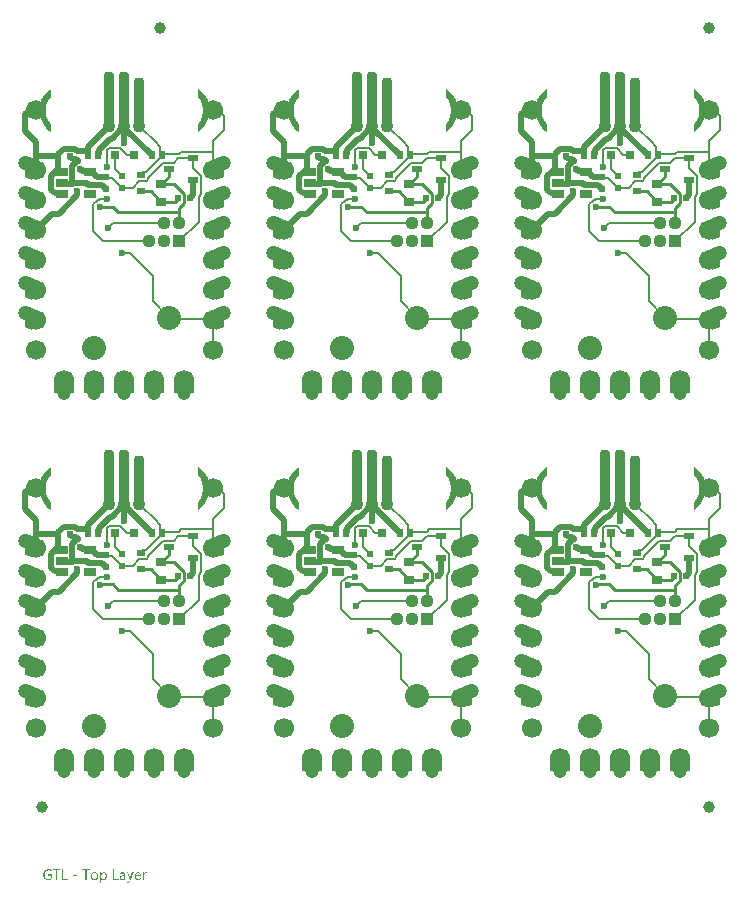
<source format=gtl>
G04*
G04 #@! TF.GenerationSoftware,Altium Limited,Altium Designer,21.9.2 (33)*
G04*
G04 Layer_Physical_Order=1*
G04 Layer_Color=255*
%FSAX26Y26*%
%MOIN*%
G70*
G04*
G04 #@! TF.SameCoordinates,A79AF696-8D6D-4074-B618-5125023845C1*
G04*
G04*
G04 #@! TF.FilePolarity,Positive*
G04*
G01*
G75*
%ADD10R,0.031496X0.023622*%
%ADD11R,0.019685X0.021654*%
%ADD12R,0.032000X0.030000*%
G04:AMPARAMS|DCode=13|XSize=35.433mil|YSize=188.976mil|CornerRadius=13.819mil|HoleSize=0mil|Usage=FLASHONLY|Rotation=360.000|XOffset=0mil|YOffset=0mil|HoleType=Round|Shape=RoundedRectangle|*
%AMROUNDEDRECTD13*
21,1,0.035433,0.161339,0,0,360.0*
21,1,0.007795,0.188976,0,0,360.0*
1,1,0.027638,0.003898,-0.080669*
1,1,0.027638,-0.003898,-0.080669*
1,1,0.027638,-0.003898,0.080669*
1,1,0.027638,0.003898,0.080669*
%
%ADD13ROUNDEDRECTD13*%
G04:AMPARAMS|DCode=14|XSize=35.433mil|YSize=169.291mil|CornerRadius=13.819mil|HoleSize=0mil|Usage=FLASHONLY|Rotation=360.000|XOffset=0mil|YOffset=0mil|HoleType=Round|Shape=RoundedRectangle|*
%AMROUNDEDRECTD14*
21,1,0.035433,0.141654,0,0,360.0*
21,1,0.007795,0.169291,0,0,360.0*
1,1,0.027638,0.003898,-0.070827*
1,1,0.027638,-0.003898,-0.070827*
1,1,0.027638,-0.003898,0.070827*
1,1,0.027638,0.003898,0.070827*
%
%ADD14ROUNDEDRECTD14*%
%ADD15R,0.039370X0.027559*%
%ADD16R,0.035433X0.023622*%
%ADD17R,0.023622X0.027559*%
%ADD18R,0.021654X0.019685*%
%ADD19R,0.021654X0.019685*%
%ADD20R,0.031496X0.031496*%
%ADD21C,0.019685*%
%ADD22C,0.007874*%
%ADD23C,0.009842*%
%ADD24C,0.005906*%
%ADD25C,0.039370*%
%ADD26C,0.080000*%
%ADD27C,0.066929*%
%ADD28C,0.047244*%
%ADD29R,0.043701X0.043701*%
%ADD30C,0.043701*%
%ADD31C,0.043307*%
%ADD32C,0.023622*%
G36*
X01512094Y01917287D02*
X01522201Y01907426D01*
X01530577Y01896058D01*
X01537001Y01883484D01*
X01541304Y01870035D01*
X01543372Y01856067D01*
X01543151Y01841948D01*
X01540645Y01828051D01*
X01535922Y01814744D01*
X01529106Y01802378D01*
X01520378Y01791278D01*
X01509966Y01781739D01*
X01504057Y01777876D01*
X01504057Y01777876D01*
X01504026Y01777876D01*
X01504035Y01804198D01*
X01508271Y01808982D01*
X01515265Y01819661D01*
X01520077Y01831484D01*
X01522529Y01844011D01*
X01522528Y01856776D01*
X01520075Y01869303D01*
X01515262Y01881126D01*
X01508267Y01891804D01*
X01504030Y01896587D01*
X01504031Y01896587D01*
X01503977Y01896652D01*
X01503981Y01909448D01*
X01503981Y01910973D01*
X01504274Y01914008D01*
X01504861Y01917001D01*
X01505733Y01919922D01*
X01506309Y01921334D01*
X01512094Y01917287D01*
X01512094Y01917287D02*
G37*
G36*
X01013953Y01919922D02*
X01014825Y01917001D01*
X01015411Y01914008D01*
X01015705Y01910973D01*
X01015705Y01909448D01*
X01015709Y01896652D01*
X01015655Y01896587D01*
X01011418Y01891804D01*
X01004424Y01881126D01*
X00999610Y01869303D01*
X00997158Y01856776D01*
X00997157Y01844011D01*
X00999609Y01831484D01*
X01004421Y01819661D01*
X01011415Y01808982D01*
X01015651Y01804198D01*
X01015660Y01777876D01*
X01015629Y01777876D01*
X01015629Y01777876D01*
X01009720Y01781739D01*
X00999308Y01791278D01*
X00990580Y01802378D01*
X00983764Y01814744D01*
X00979040Y01828051D01*
X00976535Y01841948D01*
X00976313Y01856067D01*
X00978381Y01870035D01*
X00982685Y01883484D01*
X00989109Y01896058D01*
X00997485Y01907426D01*
X01007592Y01917287D01*
X01013377Y01921334D01*
X01013953Y01919922D01*
X01013953Y01919922D02*
G37*
G36*
X00685322Y01917287D02*
X00695429Y01907426D01*
X00703805Y01896058D01*
X00710230Y01883484D01*
X00714533Y01870035D01*
X00716601Y01856067D01*
X00716379Y01841948D01*
X00713874Y01828051D01*
X00709151Y01814744D01*
X00702335Y01802378D01*
X00693606Y01791278D01*
X00683195Y01781739D01*
X00677285Y01777876D01*
X00677285Y01777876D01*
X00677254Y01777876D01*
X00677263Y01804198D01*
X00681500Y01808982D01*
X00688493Y01819661D01*
X00693306Y01831484D01*
X00695757Y01844011D01*
X00695756Y01856776D01*
X00693304Y01869303D01*
X00688490Y01881126D01*
X00681496Y01891804D01*
X00677259Y01896587D01*
X00677259Y01896587D01*
X00677205Y01896652D01*
X00677210Y01909448D01*
X00677209Y01910973D01*
X00677503Y01914008D01*
X00678089Y01917001D01*
X00678962Y01919922D01*
X00679537Y01921334D01*
X00685322Y01917287D01*
X00685322Y01917287D02*
G37*
G36*
X00187181Y01919922D02*
X00188054Y01917001D01*
X00188640Y01914008D01*
X00188934Y01910973D01*
X00188933Y01909448D01*
X00188937Y01896652D01*
X00188884Y01896587D01*
X00184647Y01891804D01*
X00177652Y01881126D01*
X00172839Y01869303D01*
X00170386Y01856776D01*
X00170385Y01844011D01*
X00172837Y01831484D01*
X00177649Y01819661D01*
X00184643Y01808982D01*
X00188880Y01804198D01*
X00188888Y01777876D01*
X00188857Y01777876D01*
X00188857Y01777876D01*
X00182948Y01781739D01*
X00172537Y01791278D01*
X00163808Y01802378D01*
X00156992Y01814744D01*
X00152269Y01828051D01*
X00149763Y01841948D01*
X00149542Y01856067D01*
X00151610Y01870035D01*
X00155913Y01883484D01*
X00162337Y01896058D01*
X00170714Y01907426D01*
X00180820Y01917287D01*
X00186606Y01921334D01*
X00187181Y01919922D01*
X00187181Y01919922D02*
G37*
G36*
X-00141449Y01917287D02*
X-00131343Y01907426D01*
X-00122966Y01896058D01*
X-00116542Y01883484D01*
X-00112239Y01870035D01*
X-00110171Y01856067D01*
X-00110393Y01841948D01*
X-00112898Y01828051D01*
X-00117621Y01814744D01*
X-00124437Y01802378D01*
X-00133166Y01791278D01*
X-00143577Y01781739D01*
X-00149487Y01777876D01*
X-00149487Y01777876D01*
X-00149517Y01777876D01*
X-00149509Y01804198D01*
X-00145272Y01808982D01*
X-00138278Y01819661D01*
X-00133466Y01831484D01*
X-00131015Y01844011D01*
X-00131015Y01856776D01*
X-00133468Y01869303D01*
X-00138281Y01881126D01*
X-00145276Y01891804D01*
X-00149513Y01896587D01*
X-00149513Y01896587D01*
X-00149566Y01896652D01*
X-00149562Y01909448D01*
X-00149563Y01910973D01*
X-00149269Y01914008D01*
X-00148683Y01917001D01*
X-00147810Y01919922D01*
X-00147235Y01921334D01*
X-00141449Y01917287D01*
X-00141449Y01917287D02*
G37*
G36*
X-00639591Y01919922D02*
X-00638718Y01917001D01*
X-00638132Y01914008D01*
X-00637838Y01910973D01*
X-00637839Y01909448D01*
X-00637834Y01896652D01*
X-00637888Y01896587D01*
X-00642125Y01891804D01*
X-00649120Y01881126D01*
X-00653933Y01869303D01*
X-00656386Y01856776D01*
X-00656386Y01844011D01*
X-00653935Y01831484D01*
X-00649122Y01819661D01*
X-00642129Y01808982D01*
X-00637892Y01804198D01*
X-00637884Y01777876D01*
X-00637914Y01777876D01*
X-00637914Y01777876D01*
X-00643824Y01781739D01*
X-00654235Y01791278D01*
X-00662964Y01802378D01*
X-00669780Y01814744D01*
X-00674503Y01828051D01*
X-00677008Y01841948D01*
X-00677230Y01856067D01*
X-00675162Y01870035D01*
X-00670859Y01883484D01*
X-00664434Y01896058D01*
X-00656058Y01907426D01*
X-00645952Y01917287D01*
X-00640166Y01921334D01*
X-00639591Y01919922D01*
X-00639591Y01919922D02*
G37*
G36*
X01591733Y01689369D02*
X01588968Y01689097D01*
X01583858Y01686980D01*
X01579948Y01683070D01*
X01577832Y01677961D01*
X01577832Y01672431D01*
X01579948Y01667322D01*
X01583858Y01663411D01*
X01588968Y01661295D01*
X01591733Y01661023D01*
X01591733Y01629153D01*
X01566383Y01620057D01*
X01561347Y01634146D01*
X01564627Y01635696D01*
X01569979Y01640543D01*
X01573069Y01647069D01*
X01573425Y01654281D01*
X01570995Y01661080D01*
X01566148Y01666432D01*
X01559622Y01669522D01*
X01552410Y01669878D01*
X01548891Y01668998D01*
X01548891Y01668998D01*
X01543855Y01683091D01*
X01585513Y01697984D01*
X01586272Y01698191D01*
X01587815Y01698504D01*
X01589375Y01698713D01*
X01590946Y01698818D01*
X01591733Y01698818D01*
X01591733Y01698818D01*
X01591733Y01689369D01*
X01591733Y01689369D02*
G37*
G36*
X00764961Y01689369D02*
X00762196Y01689097D01*
X00757087Y01686980D01*
X00753176Y01683070D01*
X00751060Y01677961D01*
X00751060Y01672431D01*
X00753176Y01667322D01*
X00757087Y01663411D01*
X00762196Y01661295D01*
X00764961Y01661023D01*
X00764961Y01629153D01*
X00739611Y01620057D01*
X00734576Y01634146D01*
X00737856Y01635696D01*
X00743207Y01640543D01*
X00746297Y01647069D01*
X00746654Y01654281D01*
X00744224Y01661080D01*
X00739377Y01666432D01*
X00732850Y01669522D01*
X00725639Y01669878D01*
X00722119Y01668998D01*
X00722119Y01668998D01*
X00717083Y01683091D01*
X00758741Y01697984D01*
X00759500Y01698191D01*
X00761043Y01698504D01*
X00762603Y01698713D01*
X00764174Y01698818D01*
X00764961Y01698818D01*
X00764961Y01698818D01*
X00764961Y01689369D01*
X00764961Y01689369D02*
G37*
G36*
X-00061811Y01689369D02*
X-00064576Y01689097D01*
X-00069685Y01686980D01*
X-00073595Y01683070D01*
X-00075712Y01677961D01*
X-00075712Y01672431D01*
X-00073595Y01667322D01*
X-00069685Y01663411D01*
X-00064576Y01661295D01*
X-00061811Y01661023D01*
X-00061811Y01629153D01*
X-00087161Y01620057D01*
X-00092196Y01634146D01*
X-00088916Y01635696D01*
X-00083564Y01640543D01*
X-00080475Y01647069D01*
X-00080118Y01654281D01*
X-00082548Y01661080D01*
X-00087395Y01666432D01*
X-00093921Y01669522D01*
X-00101133Y01669878D01*
X-00104652Y01668998D01*
X-00104652Y01668998D01*
X-00109689Y01683091D01*
X-00068031Y01697984D01*
X-00067271Y01698191D01*
X-00065729Y01698504D01*
X-00064168Y01698713D01*
X-00062598Y01698818D01*
X-00061811Y01698818D01*
X-00061811Y01698818D01*
X-00061811Y01689369D01*
X-00061811Y01689369D02*
G37*
G36*
X00930311Y01698713D02*
X00931871Y01698504D01*
X00933414Y01698191D01*
X00934173Y01697984D01*
X00975831Y01683091D01*
X00970795Y01668998D01*
X00970795Y01668998D01*
X00967275Y01669878D01*
X00960064Y01669522D01*
X00953538Y01666432D01*
X00948691Y01661080D01*
X00946260Y01654281D01*
X00946617Y01647069D01*
X00949707Y01640543D01*
X00955059Y01635696D01*
X00958339Y01634146D01*
X00953303Y01620057D01*
X00927953Y01629153D01*
X00927953Y01661023D01*
X00930718Y01661295D01*
X00935827Y01663411D01*
X00939738Y01667322D01*
X00941854Y01672431D01*
X00941854Y01677961D01*
X00939738Y01683070D01*
X00935827Y01686980D01*
X00930718Y01689097D01*
X00927953Y01689369D01*
X00927953Y01698818D01*
X00928740Y01698818D01*
X00930311Y01698713D01*
X00930311Y01698713D02*
G37*
G36*
X00103539Y01698713D02*
X00105099Y01698504D01*
X00106642Y01698191D01*
X00107401Y01697984D01*
X00149060Y01683091D01*
X00144023Y01668998D01*
X00144023Y01668998D01*
X00140504Y01669878D01*
X00133292Y01669522D01*
X00126766Y01666432D01*
X00121919Y01661080D01*
X00119489Y01654281D01*
X00119846Y01647069D01*
X00122935Y01640543D01*
X00128287Y01635696D01*
X00131567Y01634146D01*
X00126532Y01620057D01*
X00101181Y01629153D01*
X00101182Y01661023D01*
X00103947Y01661295D01*
X00109056Y01663411D01*
X00112966Y01667322D01*
X00115082Y01672431D01*
X00115082Y01677961D01*
X00112966Y01683070D01*
X00109056Y01686980D01*
X00103947Y01689097D01*
X00101182Y01689369D01*
X00101181Y01698818D01*
X00101969Y01698818D01*
X00103539Y01698713D01*
X00103539Y01698713D02*
G37*
G36*
X-00723232Y01698713D02*
X-00721672Y01698504D01*
X-00720130Y01698191D01*
X-00719370Y01697984D01*
X-00677712Y01683091D01*
X-00682749Y01668998D01*
X-00682749Y01668998D01*
X-00686268Y01669878D01*
X-00693480Y01669522D01*
X-00700006Y01666432D01*
X-00704853Y01661080D01*
X-00707283Y01654281D01*
X-00706926Y01647069D01*
X-00703837Y01640543D01*
X-00698485Y01635696D01*
X-00695205Y01634146D01*
X-00700240Y01620057D01*
X-00725590Y01629153D01*
X-00725590Y01661023D01*
X-00722825Y01661295D01*
X-00717716Y01663411D01*
X-00713806Y01667322D01*
X-00711689Y01672431D01*
X-00711689Y01677961D01*
X-00713806Y01683070D01*
X-00717716Y01686980D01*
X-00722825Y01689097D01*
X-00725590Y01689369D01*
X-00725590Y01698818D01*
X-00724803Y01698818D01*
X-00723232Y01698713D01*
X-00723232Y01698713D02*
G37*
G36*
X01591733Y01589369D02*
X01588968Y01589097D01*
X01583858Y01586980D01*
X01579948Y01583070D01*
X01577832Y01577961D01*
X01577832Y01572431D01*
X01579948Y01567322D01*
X01583858Y01563411D01*
X01588968Y01561295D01*
X01591733Y01561023D01*
X01591733Y01529153D01*
X01566383Y01520057D01*
X01561347Y01534146D01*
X01564627Y01535696D01*
X01569979Y01540543D01*
X01573069Y01547069D01*
X01573425Y01554281D01*
X01570995Y01561080D01*
X01566148Y01566432D01*
X01559622Y01569522D01*
X01552410Y01569878D01*
X01548891Y01568998D01*
X01548891Y01568998D01*
X01543855Y01583091D01*
X01585513Y01597984D01*
X01586272Y01598191D01*
X01587815Y01598504D01*
X01589375Y01598713D01*
X01590946Y01598818D01*
X01591733Y01598818D01*
X01591733Y01598818D01*
X01591733Y01589369D01*
X01591733Y01589369D02*
G37*
G36*
X00764961Y01589369D02*
X00762196Y01589097D01*
X00757087Y01586980D01*
X00753176Y01583070D01*
X00751060Y01577961D01*
X00751060Y01572431D01*
X00753176Y01567322D01*
X00757087Y01563411D01*
X00762196Y01561295D01*
X00764961Y01561023D01*
X00764961Y01529153D01*
X00739611Y01520057D01*
X00734576Y01534146D01*
X00737856Y01535696D01*
X00743207Y01540543D01*
X00746297Y01547069D01*
X00746654Y01554281D01*
X00744224Y01561080D01*
X00739377Y01566432D01*
X00732850Y01569522D01*
X00725639Y01569878D01*
X00722119Y01568998D01*
X00722119Y01568998D01*
X00717083Y01583091D01*
X00758741Y01597984D01*
X00759500Y01598191D01*
X00761043Y01598504D01*
X00762603Y01598713D01*
X00764174Y01598818D01*
X00764961Y01598818D01*
X00764961Y01598818D01*
X00764961Y01589369D01*
X00764961Y01589369D02*
G37*
G36*
X-00061811Y01589369D02*
X-00064576Y01589097D01*
X-00069685Y01586980D01*
X-00073595Y01583070D01*
X-00075712Y01577961D01*
X-00075712Y01572431D01*
X-00073595Y01567322D01*
X-00069685Y01563411D01*
X-00064576Y01561295D01*
X-00061811Y01561023D01*
X-00061811Y01529153D01*
X-00087161Y01520057D01*
X-00092196Y01534146D01*
X-00088916Y01535696D01*
X-00083564Y01540543D01*
X-00080475Y01547069D01*
X-00080118Y01554281D01*
X-00082548Y01561080D01*
X-00087395Y01566432D01*
X-00093921Y01569522D01*
X-00101133Y01569878D01*
X-00104652Y01568998D01*
X-00104652Y01568998D01*
X-00109689Y01583091D01*
X-00068031Y01597984D01*
X-00067271Y01598191D01*
X-00065729Y01598504D01*
X-00064168Y01598713D01*
X-00062598Y01598818D01*
X-00061811Y01598818D01*
X-00061811Y01598818D01*
X-00061811Y01589369D01*
X-00061811Y01589369D02*
G37*
G36*
X00930311Y01598713D02*
X00931871Y01598504D01*
X00933414Y01598191D01*
X00934173Y01597984D01*
X00975831Y01583091D01*
X00970795Y01568998D01*
X00970795Y01568998D01*
X00967275Y01569878D01*
X00960064Y01569522D01*
X00953538Y01566432D01*
X00948691Y01561080D01*
X00946260Y01554281D01*
X00946617Y01547069D01*
X00949707Y01540543D01*
X00955059Y01535696D01*
X00958339Y01534146D01*
X00953303Y01520057D01*
X00927953Y01529153D01*
X00927953Y01561023D01*
X00930718Y01561295D01*
X00935827Y01563411D01*
X00939738Y01567322D01*
X00941854Y01572431D01*
X00941854Y01577961D01*
X00939738Y01583070D01*
X00935827Y01586980D01*
X00930718Y01589097D01*
X00927953Y01589369D01*
X00927953Y01598818D01*
X00928740Y01598818D01*
X00930311Y01598713D01*
X00930311Y01598713D02*
G37*
G36*
X00103539Y01598713D02*
X00105099Y01598504D01*
X00106642Y01598191D01*
X00107401Y01597984D01*
X00149060Y01583091D01*
X00144023Y01568998D01*
X00144023Y01568998D01*
X00140504Y01569878D01*
X00133292Y01569522D01*
X00126766Y01566432D01*
X00121919Y01561080D01*
X00119489Y01554281D01*
X00119846Y01547069D01*
X00122935Y01540543D01*
X00128287Y01535696D01*
X00131567Y01534146D01*
X00126532Y01520057D01*
X00101181Y01529153D01*
X00101182Y01561023D01*
X00103947Y01561295D01*
X00109056Y01563411D01*
X00112966Y01567322D01*
X00115082Y01572431D01*
X00115082Y01577961D01*
X00112966Y01583070D01*
X00109056Y01586980D01*
X00103947Y01589097D01*
X00101182Y01589369D01*
X00101181Y01598818D01*
X00101969Y01598818D01*
X00103539Y01598713D01*
X00103539Y01598713D02*
G37*
G36*
X-00723232Y01598713D02*
X-00721672Y01598504D01*
X-00720130Y01598191D01*
X-00719370Y01597984D01*
X-00677712Y01583091D01*
X-00682749Y01568998D01*
X-00682749Y01568998D01*
X-00686268Y01569878D01*
X-00693480Y01569522D01*
X-00700006Y01566432D01*
X-00704853Y01561080D01*
X-00707283Y01554281D01*
X-00706926Y01547069D01*
X-00703837Y01540543D01*
X-00698485Y01535696D01*
X-00695205Y01534146D01*
X-00700240Y01520057D01*
X-00725590Y01529153D01*
X-00725590Y01561023D01*
X-00722825Y01561295D01*
X-00717716Y01563411D01*
X-00713806Y01567322D01*
X-00711689Y01572431D01*
X-00711689Y01577961D01*
X-00713806Y01583070D01*
X-00717716Y01586980D01*
X-00722825Y01589097D01*
X-00725590Y01589369D01*
X-00725590Y01598818D01*
X-00724803Y01598818D01*
X-00723232Y01598713D01*
X-00723232Y01598713D02*
G37*
G36*
X01591733Y01489369D02*
X01588968Y01489097D01*
X01583858Y01486980D01*
X01579948Y01483070D01*
X01577832Y01477961D01*
X01577832Y01472431D01*
X01579948Y01467322D01*
X01583858Y01463411D01*
X01588968Y01461295D01*
X01591733Y01461023D01*
X01591733Y01429153D01*
X01566383Y01420057D01*
X01561347Y01434146D01*
X01564627Y01435696D01*
X01569979Y01440543D01*
X01573069Y01447069D01*
X01573425Y01454281D01*
X01570995Y01461080D01*
X01566148Y01466432D01*
X01559622Y01469522D01*
X01552410Y01469878D01*
X01548891Y01468998D01*
X01548891Y01468998D01*
X01543855Y01483091D01*
X01585513Y01497984D01*
X01586272Y01498191D01*
X01587815Y01498504D01*
X01589375Y01498713D01*
X01590946Y01498818D01*
X01591733Y01498818D01*
X01591733Y01498818D01*
X01591733Y01489369D01*
X01591733Y01489369D02*
G37*
G36*
X00764961Y01489369D02*
X00762196Y01489097D01*
X00757087Y01486980D01*
X00753176Y01483070D01*
X00751060Y01477961D01*
X00751060Y01472431D01*
X00753176Y01467322D01*
X00757087Y01463411D01*
X00762196Y01461295D01*
X00764961Y01461023D01*
X00764961Y01429153D01*
X00739611Y01420057D01*
X00734576Y01434146D01*
X00737856Y01435696D01*
X00743207Y01440543D01*
X00746297Y01447069D01*
X00746654Y01454281D01*
X00744224Y01461080D01*
X00739377Y01466432D01*
X00732850Y01469522D01*
X00725639Y01469878D01*
X00722119Y01468998D01*
X00722119Y01468998D01*
X00717083Y01483091D01*
X00758741Y01497984D01*
X00759500Y01498191D01*
X00761043Y01498504D01*
X00762603Y01498713D01*
X00764174Y01498818D01*
X00764961Y01498818D01*
X00764961Y01498818D01*
X00764961Y01489369D01*
X00764961Y01489369D02*
G37*
G36*
X-00061811Y01489369D02*
X-00064576Y01489097D01*
X-00069685Y01486980D01*
X-00073595Y01483070D01*
X-00075712Y01477961D01*
X-00075712Y01472431D01*
X-00073595Y01467322D01*
X-00069685Y01463411D01*
X-00064576Y01461295D01*
X-00061811Y01461023D01*
X-00061811Y01429153D01*
X-00087161Y01420057D01*
X-00092196Y01434146D01*
X-00088916Y01435696D01*
X-00083564Y01440543D01*
X-00080475Y01447069D01*
X-00080118Y01454281D01*
X-00082548Y01461080D01*
X-00087395Y01466432D01*
X-00093921Y01469522D01*
X-00101133Y01469878D01*
X-00104652Y01468998D01*
X-00104652Y01468998D01*
X-00109689Y01483091D01*
X-00068031Y01497984D01*
X-00067271Y01498191D01*
X-00065729Y01498504D01*
X-00064168Y01498713D01*
X-00062598Y01498818D01*
X-00061811Y01498818D01*
X-00061811Y01498818D01*
X-00061811Y01489369D01*
X-00061811Y01489369D02*
G37*
G36*
X00930311Y01498713D02*
X00931871Y01498504D01*
X00933414Y01498191D01*
X00934173Y01497984D01*
X00975831Y01483091D01*
X00970795Y01468998D01*
X00970795Y01468998D01*
X00967275Y01469878D01*
X00960064Y01469522D01*
X00953538Y01466432D01*
X00948691Y01461080D01*
X00946260Y01454281D01*
X00946617Y01447069D01*
X00949707Y01440543D01*
X00955059Y01435696D01*
X00958339Y01434146D01*
X00953303Y01420057D01*
X00927953Y01429153D01*
X00927953Y01461023D01*
X00930718Y01461295D01*
X00935827Y01463411D01*
X00939738Y01467322D01*
X00941854Y01472431D01*
X00941854Y01477961D01*
X00939738Y01483070D01*
X00935827Y01486980D01*
X00930718Y01489097D01*
X00927953Y01489369D01*
X00927953Y01498818D01*
X00928740Y01498818D01*
X00930311Y01498713D01*
X00930311Y01498713D02*
G37*
G36*
X00103539Y01498713D02*
X00105099Y01498504D01*
X00106642Y01498191D01*
X00107401Y01497984D01*
X00149060Y01483091D01*
X00144023Y01468998D01*
X00144023Y01468998D01*
X00140504Y01469878D01*
X00133292Y01469522D01*
X00126766Y01466432D01*
X00121919Y01461080D01*
X00119489Y01454281D01*
X00119846Y01447069D01*
X00122935Y01440543D01*
X00128287Y01435696D01*
X00131567Y01434146D01*
X00126532Y01420057D01*
X00101181Y01429153D01*
X00101182Y01461023D01*
X00103947Y01461295D01*
X00109056Y01463411D01*
X00112966Y01467322D01*
X00115082Y01472431D01*
X00115082Y01477961D01*
X00112966Y01483070D01*
X00109056Y01486980D01*
X00103947Y01489097D01*
X00101182Y01489369D01*
X00101181Y01498818D01*
X00101969Y01498818D01*
X00103539Y01498713D01*
X00103539Y01498713D02*
G37*
G36*
X-00723232Y01498713D02*
X-00721672Y01498504D01*
X-00720130Y01498191D01*
X-00719370Y01497984D01*
X-00677712Y01483091D01*
X-00682749Y01468998D01*
X-00682749Y01468998D01*
X-00686268Y01469878D01*
X-00693480Y01469522D01*
X-00700006Y01466432D01*
X-00704853Y01461080D01*
X-00707283Y01454281D01*
X-00706926Y01447069D01*
X-00703837Y01440543D01*
X-00698485Y01435696D01*
X-00695205Y01434146D01*
X-00700240Y01420057D01*
X-00725590Y01429153D01*
X-00725590Y01461023D01*
X-00722825Y01461295D01*
X-00717716Y01463411D01*
X-00713806Y01467322D01*
X-00711689Y01472431D01*
X-00711689Y01477961D01*
X-00713806Y01483070D01*
X-00717716Y01486980D01*
X-00722825Y01489097D01*
X-00725590Y01489369D01*
X-00725590Y01498818D01*
X-00724803Y01498818D01*
X-00723232Y01498713D01*
X-00723232Y01498713D02*
G37*
G36*
X01591733Y01389369D02*
X01588968Y01389097D01*
X01583858Y01386980D01*
X01579948Y01383070D01*
X01577832Y01377961D01*
X01577832Y01372431D01*
X01579948Y01367322D01*
X01583858Y01363411D01*
X01588968Y01361295D01*
X01591733Y01361023D01*
X01591733Y01329153D01*
X01566383Y01320057D01*
X01561347Y01334146D01*
X01564627Y01335696D01*
X01569979Y01340543D01*
X01573069Y01347069D01*
X01573425Y01354281D01*
X01570995Y01361080D01*
X01566148Y01366432D01*
X01559622Y01369522D01*
X01552410Y01369878D01*
X01548891Y01368998D01*
X01548891Y01368998D01*
X01543855Y01383091D01*
X01585513Y01397984D01*
X01586272Y01398191D01*
X01587815Y01398504D01*
X01589375Y01398713D01*
X01590946Y01398818D01*
X01591733Y01398818D01*
X01591733Y01398818D01*
X01591733Y01389369D01*
X01591733Y01389369D02*
G37*
G36*
X00764961Y01389369D02*
X00762196Y01389097D01*
X00757087Y01386980D01*
X00753176Y01383070D01*
X00751060Y01377961D01*
X00751060Y01372431D01*
X00753176Y01367322D01*
X00757087Y01363411D01*
X00762196Y01361295D01*
X00764961Y01361023D01*
X00764961Y01329153D01*
X00739611Y01320057D01*
X00734576Y01334146D01*
X00737856Y01335696D01*
X00743207Y01340543D01*
X00746297Y01347069D01*
X00746654Y01354281D01*
X00744224Y01361080D01*
X00739377Y01366432D01*
X00732850Y01369522D01*
X00725639Y01369878D01*
X00722119Y01368998D01*
X00722119Y01368998D01*
X00717083Y01383091D01*
X00758741Y01397984D01*
X00759500Y01398191D01*
X00761043Y01398504D01*
X00762603Y01398713D01*
X00764174Y01398818D01*
X00764961Y01398818D01*
X00764961Y01398818D01*
X00764961Y01389369D01*
X00764961Y01389369D02*
G37*
G36*
X-00061811Y01389369D02*
X-00064576Y01389097D01*
X-00069685Y01386980D01*
X-00073595Y01383070D01*
X-00075712Y01377961D01*
X-00075712Y01372431D01*
X-00073595Y01367322D01*
X-00069685Y01363411D01*
X-00064576Y01361295D01*
X-00061811Y01361023D01*
X-00061811Y01329153D01*
X-00087161Y01320057D01*
X-00092196Y01334146D01*
X-00088916Y01335696D01*
X-00083564Y01340543D01*
X-00080475Y01347069D01*
X-00080118Y01354281D01*
X-00082548Y01361080D01*
X-00087395Y01366432D01*
X-00093921Y01369522D01*
X-00101133Y01369878D01*
X-00104652Y01368998D01*
X-00104652Y01368998D01*
X-00109689Y01383091D01*
X-00068031Y01397984D01*
X-00067271Y01398191D01*
X-00065729Y01398504D01*
X-00064168Y01398713D01*
X-00062598Y01398818D01*
X-00061811Y01398818D01*
X-00061811Y01398818D01*
X-00061811Y01389369D01*
X-00061811Y01389369D02*
G37*
G36*
X00930311Y01398713D02*
X00931871Y01398504D01*
X00933414Y01398191D01*
X00934173Y01397984D01*
X00975831Y01383091D01*
X00970795Y01368998D01*
X00970795Y01368998D01*
X00967275Y01369878D01*
X00960064Y01369522D01*
X00953538Y01366432D01*
X00948691Y01361080D01*
X00946260Y01354281D01*
X00946617Y01347069D01*
X00949707Y01340543D01*
X00955059Y01335696D01*
X00958339Y01334146D01*
X00953303Y01320057D01*
X00927953Y01329153D01*
X00927953Y01361023D01*
X00930718Y01361295D01*
X00935827Y01363411D01*
X00939738Y01367322D01*
X00941854Y01372431D01*
X00941854Y01377961D01*
X00939738Y01383070D01*
X00935827Y01386980D01*
X00930718Y01389097D01*
X00927953Y01389369D01*
X00927953Y01398818D01*
X00928740Y01398818D01*
X00930311Y01398713D01*
X00930311Y01398713D02*
G37*
G36*
X00103539Y01398713D02*
X00105099Y01398504D01*
X00106642Y01398191D01*
X00107401Y01397984D01*
X00149060Y01383091D01*
X00144023Y01368998D01*
X00144023Y01368998D01*
X00140504Y01369878D01*
X00133292Y01369522D01*
X00126766Y01366432D01*
X00121919Y01361080D01*
X00119489Y01354281D01*
X00119846Y01347069D01*
X00122935Y01340543D01*
X00128287Y01335696D01*
X00131567Y01334146D01*
X00126532Y01320057D01*
X00101181Y01329153D01*
X00101182Y01361023D01*
X00103947Y01361295D01*
X00109056Y01363411D01*
X00112966Y01367322D01*
X00115082Y01372431D01*
X00115082Y01377961D01*
X00112966Y01383070D01*
X00109056Y01386980D01*
X00103947Y01389097D01*
X00101182Y01389369D01*
X00101181Y01398818D01*
X00101969Y01398818D01*
X00103539Y01398713D01*
X00103539Y01398713D02*
G37*
G36*
X-00723232Y01398713D02*
X-00721672Y01398504D01*
X-00720130Y01398191D01*
X-00719370Y01397984D01*
X-00677712Y01383091D01*
X-00682749Y01368998D01*
X-00682749Y01368998D01*
X-00686268Y01369878D01*
X-00693480Y01369522D01*
X-00700006Y01366432D01*
X-00704853Y01361080D01*
X-00707283Y01354281D01*
X-00706926Y01347069D01*
X-00703837Y01340543D01*
X-00698485Y01335696D01*
X-00695205Y01334146D01*
X-00700240Y01320057D01*
X-00725590Y01329153D01*
X-00725590Y01361023D01*
X-00722825Y01361295D01*
X-00717716Y01363411D01*
X-00713806Y01367322D01*
X-00711689Y01372431D01*
X-00711689Y01377961D01*
X-00713806Y01383070D01*
X-00717716Y01386980D01*
X-00722825Y01389097D01*
X-00725590Y01389369D01*
X-00725590Y01398818D01*
X-00724803Y01398818D01*
X-00723232Y01398713D01*
X-00723232Y01398713D02*
G37*
G36*
X01591733Y01289369D02*
X01588968Y01289097D01*
X01583858Y01286980D01*
X01579948Y01283070D01*
X01577832Y01277961D01*
X01577832Y01272431D01*
X01579948Y01267322D01*
X01583858Y01263411D01*
X01588968Y01261295D01*
X01591733Y01261023D01*
X01591733Y01229153D01*
X01566383Y01220057D01*
X01561347Y01234146D01*
X01564627Y01235696D01*
X01569979Y01240543D01*
X01573069Y01247069D01*
X01573425Y01254281D01*
X01570995Y01261080D01*
X01566148Y01266432D01*
X01559622Y01269522D01*
X01552410Y01269878D01*
X01548891Y01268998D01*
X01548891Y01268998D01*
X01543855Y01283091D01*
X01585513Y01297984D01*
X01586272Y01298191D01*
X01587815Y01298504D01*
X01589375Y01298713D01*
X01590946Y01298818D01*
X01591733Y01298818D01*
X01591733Y01298818D01*
X01591733Y01289369D01*
X01591733Y01289369D02*
G37*
G36*
X00764961Y01289369D02*
X00762196Y01289097D01*
X00757087Y01286980D01*
X00753176Y01283070D01*
X00751060Y01277961D01*
X00751060Y01272431D01*
X00753176Y01267322D01*
X00757087Y01263411D01*
X00762196Y01261295D01*
X00764961Y01261023D01*
X00764961Y01229153D01*
X00739611Y01220057D01*
X00734576Y01234146D01*
X00737856Y01235696D01*
X00743207Y01240543D01*
X00746297Y01247069D01*
X00746654Y01254281D01*
X00744224Y01261080D01*
X00739377Y01266432D01*
X00732850Y01269522D01*
X00725639Y01269878D01*
X00722119Y01268998D01*
X00722119Y01268998D01*
X00717083Y01283091D01*
X00758741Y01297984D01*
X00759500Y01298191D01*
X00761043Y01298504D01*
X00762603Y01298713D01*
X00764174Y01298818D01*
X00764961Y01298818D01*
X00764961Y01298818D01*
X00764961Y01289369D01*
X00764961Y01289369D02*
G37*
G36*
X-00061811Y01289369D02*
X-00064576Y01289097D01*
X-00069685Y01286980D01*
X-00073595Y01283070D01*
X-00075712Y01277961D01*
X-00075712Y01272431D01*
X-00073595Y01267322D01*
X-00069685Y01263411D01*
X-00064576Y01261295D01*
X-00061811Y01261023D01*
X-00061811Y01229153D01*
X-00087161Y01220057D01*
X-00092196Y01234146D01*
X-00088916Y01235696D01*
X-00083564Y01240543D01*
X-00080475Y01247069D01*
X-00080118Y01254281D01*
X-00082548Y01261080D01*
X-00087395Y01266432D01*
X-00093921Y01269522D01*
X-00101133Y01269878D01*
X-00104652Y01268998D01*
X-00104652Y01268998D01*
X-00109689Y01283091D01*
X-00068031Y01297984D01*
X-00067271Y01298191D01*
X-00065729Y01298504D01*
X-00064168Y01298713D01*
X-00062598Y01298818D01*
X-00061811Y01298818D01*
X-00061811Y01298818D01*
X-00061811Y01289369D01*
X-00061811Y01289369D02*
G37*
G36*
X00930311Y01298713D02*
X00931871Y01298504D01*
X00933414Y01298191D01*
X00934173Y01297984D01*
X00975831Y01283091D01*
X00970795Y01268998D01*
X00970795Y01268998D01*
X00967275Y01269878D01*
X00960064Y01269522D01*
X00953538Y01266432D01*
X00948691Y01261080D01*
X00946260Y01254281D01*
X00946617Y01247069D01*
X00949707Y01240543D01*
X00955059Y01235696D01*
X00958339Y01234146D01*
X00953303Y01220057D01*
X00927953Y01229153D01*
X00927953Y01261023D01*
X00930718Y01261295D01*
X00935827Y01263411D01*
X00939738Y01267322D01*
X00941854Y01272431D01*
X00941854Y01277961D01*
X00939738Y01283070D01*
X00935827Y01286980D01*
X00930718Y01289097D01*
X00927953Y01289369D01*
X00927953Y01298818D01*
X00928740Y01298818D01*
X00930311Y01298713D01*
X00930311Y01298713D02*
G37*
G36*
X00103539Y01298713D02*
X00105099Y01298504D01*
X00106642Y01298191D01*
X00107401Y01297984D01*
X00149060Y01283091D01*
X00144023Y01268998D01*
X00144023Y01268998D01*
X00140504Y01269878D01*
X00133292Y01269522D01*
X00126766Y01266432D01*
X00121919Y01261080D01*
X00119489Y01254281D01*
X00119846Y01247069D01*
X00122935Y01240543D01*
X00128287Y01235696D01*
X00131567Y01234146D01*
X00126532Y01220057D01*
X00101181Y01229153D01*
X00101182Y01261023D01*
X00103947Y01261295D01*
X00109056Y01263411D01*
X00112966Y01267322D01*
X00115082Y01272431D01*
X00115082Y01277961D01*
X00112966Y01283070D01*
X00109056Y01286980D01*
X00103947Y01289097D01*
X00101182Y01289369D01*
X00101181Y01298818D01*
X00101969Y01298818D01*
X00103539Y01298713D01*
X00103539Y01298713D02*
G37*
G36*
X-00723232Y01298713D02*
X-00721672Y01298504D01*
X-00720130Y01298191D01*
X-00719370Y01297984D01*
X-00677712Y01283091D01*
X-00682749Y01268998D01*
X-00682749Y01268998D01*
X-00686268Y01269878D01*
X-00693480Y01269522D01*
X-00700006Y01266432D01*
X-00704853Y01261080D01*
X-00707283Y01254281D01*
X-00706926Y01247069D01*
X-00703837Y01240543D01*
X-00698485Y01235696D01*
X-00695205Y01234146D01*
X-00700240Y01220057D01*
X-00725590Y01229153D01*
X-00725590Y01261023D01*
X-00722825Y01261295D01*
X-00717716Y01263411D01*
X-00713806Y01267322D01*
X-00711689Y01272431D01*
X-00711689Y01277961D01*
X-00713806Y01283070D01*
X-00717716Y01286980D01*
X-00722825Y01289097D01*
X-00725590Y01289369D01*
X-00725590Y01298818D01*
X-00724803Y01298818D01*
X-00723232Y01298713D01*
X-00723232Y01298713D02*
G37*
G36*
X01591733Y01189369D02*
X01588968Y01189097D01*
X01583858Y01186980D01*
X01579948Y01183070D01*
X01577832Y01177961D01*
X01577832Y01172431D01*
X01579948Y01167322D01*
X01583858Y01163411D01*
X01588968Y01161295D01*
X01591733Y01161023D01*
X01591733Y01129153D01*
X01566383Y01120057D01*
X01561347Y01134146D01*
X01564627Y01135696D01*
X01569979Y01140543D01*
X01573069Y01147069D01*
X01573425Y01154281D01*
X01570995Y01161080D01*
X01566148Y01166432D01*
X01559622Y01169522D01*
X01552410Y01169878D01*
X01548891Y01168998D01*
X01548891Y01168998D01*
X01543855Y01183091D01*
X01585513Y01197984D01*
X01586272Y01198191D01*
X01587815Y01198504D01*
X01589375Y01198713D01*
X01590946Y01198818D01*
X01591733Y01198818D01*
X01591733Y01198818D01*
X01591733Y01189369D01*
X01591733Y01189369D02*
G37*
G36*
X00764961Y01189369D02*
X00762196Y01189097D01*
X00757087Y01186980D01*
X00753176Y01183070D01*
X00751060Y01177961D01*
X00751060Y01172431D01*
X00753176Y01167322D01*
X00757087Y01163411D01*
X00762196Y01161295D01*
X00764961Y01161023D01*
X00764961Y01129153D01*
X00739611Y01120057D01*
X00734576Y01134146D01*
X00737856Y01135696D01*
X00743207Y01140543D01*
X00746297Y01147069D01*
X00746654Y01154281D01*
X00744224Y01161080D01*
X00739377Y01166432D01*
X00732850Y01169522D01*
X00725639Y01169878D01*
X00722119Y01168998D01*
X00722119Y01168998D01*
X00717083Y01183091D01*
X00758741Y01197984D01*
X00759500Y01198191D01*
X00761043Y01198504D01*
X00762603Y01198713D01*
X00764174Y01198818D01*
X00764961Y01198818D01*
X00764961Y01198818D01*
X00764961Y01189369D01*
X00764961Y01189369D02*
G37*
G36*
X-00061811Y01189369D02*
X-00064576Y01189097D01*
X-00069685Y01186980D01*
X-00073595Y01183070D01*
X-00075712Y01177961D01*
X-00075712Y01172431D01*
X-00073595Y01167322D01*
X-00069685Y01163411D01*
X-00064576Y01161295D01*
X-00061811Y01161023D01*
X-00061811Y01129153D01*
X-00087161Y01120057D01*
X-00092196Y01134146D01*
X-00088916Y01135696D01*
X-00083564Y01140543D01*
X-00080475Y01147069D01*
X-00080118Y01154281D01*
X-00082548Y01161080D01*
X-00087395Y01166432D01*
X-00093921Y01169522D01*
X-00101133Y01169878D01*
X-00104652Y01168998D01*
X-00104652Y01168998D01*
X-00109689Y01183091D01*
X-00068031Y01197984D01*
X-00067271Y01198191D01*
X-00065729Y01198504D01*
X-00064168Y01198713D01*
X-00062598Y01198818D01*
X-00061811Y01198818D01*
X-00061811Y01198818D01*
X-00061811Y01189369D01*
X-00061811Y01189369D02*
G37*
G36*
X00930311Y01198713D02*
X00931871Y01198504D01*
X00933414Y01198191D01*
X00934173Y01197984D01*
X00975831Y01183091D01*
X00970795Y01168998D01*
X00970795Y01168998D01*
X00967275Y01169878D01*
X00960064Y01169522D01*
X00953538Y01166432D01*
X00948691Y01161080D01*
X00946260Y01154281D01*
X00946617Y01147069D01*
X00949707Y01140543D01*
X00955059Y01135696D01*
X00958339Y01134146D01*
X00953303Y01120057D01*
X00927953Y01129153D01*
X00927953Y01161023D01*
X00930718Y01161295D01*
X00935827Y01163411D01*
X00939738Y01167322D01*
X00941854Y01172431D01*
X00941854Y01177961D01*
X00939738Y01183070D01*
X00935827Y01186980D01*
X00930718Y01189097D01*
X00927953Y01189369D01*
X00927953Y01198818D01*
X00928740Y01198818D01*
X00930311Y01198713D01*
X00930311Y01198713D02*
G37*
G36*
X00103539Y01198713D02*
X00105099Y01198504D01*
X00106642Y01198191D01*
X00107401Y01197984D01*
X00149060Y01183091D01*
X00144023Y01168998D01*
X00144023Y01168998D01*
X00140504Y01169878D01*
X00133292Y01169522D01*
X00126766Y01166432D01*
X00121919Y01161080D01*
X00119489Y01154281D01*
X00119846Y01147069D01*
X00122935Y01140543D01*
X00128287Y01135696D01*
X00131567Y01134146D01*
X00126532Y01120057D01*
X00101181Y01129153D01*
X00101182Y01161023D01*
X00103947Y01161295D01*
X00109056Y01163411D01*
X00112966Y01167322D01*
X00115082Y01172431D01*
X00115082Y01177961D01*
X00112966Y01183070D01*
X00109056Y01186980D01*
X00103947Y01189097D01*
X00101182Y01189369D01*
X00101181Y01198818D01*
X00101969Y01198818D01*
X00103539Y01198713D01*
X00103539Y01198713D02*
G37*
G36*
X-00723232Y01198713D02*
X-00721672Y01198504D01*
X-00720130Y01198191D01*
X-00719370Y01197984D01*
X-00677712Y01183091D01*
X-00682749Y01168998D01*
X-00682749Y01168998D01*
X-00686268Y01169878D01*
X-00693480Y01169522D01*
X-00700006Y01166432D01*
X-00704853Y01161080D01*
X-00707283Y01154281D01*
X-00706926Y01147069D01*
X-00703837Y01140543D01*
X-00698485Y01135696D01*
X-00695205Y01134146D01*
X-00700240Y01120057D01*
X-00725590Y01129153D01*
X-00725590Y01161023D01*
X-00722825Y01161295D01*
X-00717716Y01163411D01*
X-00713806Y01167322D01*
X-00711689Y01172431D01*
X-00711689Y01177961D01*
X-00713806Y01183070D01*
X-00717716Y01186980D01*
X-00722825Y01189097D01*
X-00725590Y01189369D01*
X-00725590Y01198818D01*
X-00724803Y01198818D01*
X-00723232Y01198713D01*
X-00723232Y01198713D02*
G37*
G36*
X01493308Y00909054D02*
X01474016Y00909054D01*
X01473744Y00911819D01*
X01471628Y00916928D01*
X01467717Y00920839D01*
X01462608Y00922955D01*
X01457078Y00922955D01*
X01451969Y00920839D01*
X01448058Y00916928D01*
X01445942Y00911819D01*
X01445670Y00909054D01*
X01426378Y00909054D01*
X01426378Y00952755D01*
X01441339Y00952755D01*
X01441695Y00949145D01*
X01444457Y00942475D01*
X01449563Y00937370D01*
X01456233Y00934607D01*
X01463453Y00934607D01*
X01470123Y00937370D01*
X01475228Y00942475D01*
X01477991Y00949145D01*
X01478347Y00952755D01*
X01493308Y00952755D01*
X01493308Y00909054D01*
X01493308Y00909054D02*
G37*
G36*
X01393308Y00909054D02*
X01374016Y00909054D01*
X01373744Y00911819D01*
X01371628Y00916928D01*
X01367717Y00920839D01*
X01362608Y00922955D01*
X01357078Y00922955D01*
X01351969Y00920839D01*
X01348058Y00916928D01*
X01345942Y00911819D01*
X01345670Y00909054D01*
X01326378Y00909054D01*
X01326378Y00952755D01*
X01341339Y00952755D01*
X01341695Y00949145D01*
X01344457Y00942475D01*
X01349563Y00937370D01*
X01356233Y00934607D01*
X01363453Y00934607D01*
X01370123Y00937370D01*
X01375228Y00942475D01*
X01377991Y00949145D01*
X01378347Y00952755D01*
X01393308Y00952755D01*
X01393308Y00909054D01*
X01393308Y00909054D02*
G37*
G36*
X01293308Y00909054D02*
X01274016Y00909054D01*
X01273744Y00911819D01*
X01271628Y00916928D01*
X01267717Y00920839D01*
X01262608Y00922955D01*
X01257078Y00922955D01*
X01251969Y00920839D01*
X01248058Y00916928D01*
X01245942Y00911819D01*
X01245670Y00909054D01*
X01226378Y00909054D01*
X01226378Y00952755D01*
X01241339Y00952755D01*
X01241695Y00949145D01*
X01244457Y00942475D01*
X01249563Y00937370D01*
X01256233Y00934607D01*
X01263453Y00934607D01*
X01270123Y00937370D01*
X01275228Y00942475D01*
X01277991Y00949145D01*
X01278347Y00952755D01*
X01293308Y00952755D01*
X01293308Y00909054D01*
X01293308Y00909054D02*
G37*
G36*
X01193308Y00909054D02*
X01174016Y00909054D01*
X01173744Y00911819D01*
X01171628Y00916928D01*
X01167717Y00920839D01*
X01162608Y00922955D01*
X01157078Y00922955D01*
X01151969Y00920839D01*
X01148058Y00916928D01*
X01145942Y00911819D01*
X01145670Y00909054D01*
X01126378Y00909054D01*
X01126378Y00952755D01*
X01141339Y00952755D01*
X01141695Y00949145D01*
X01144457Y00942475D01*
X01149563Y00937370D01*
X01156233Y00934607D01*
X01163453Y00934607D01*
X01170123Y00937370D01*
X01175228Y00942475D01*
X01177991Y00949145D01*
X01178347Y00952755D01*
X01193308Y00952755D01*
X01193308Y00909054D01*
X01193308Y00909054D02*
G37*
G36*
X01093308Y00909054D02*
X01074016Y00909054D01*
X01073744Y00911819D01*
X01071628Y00916928D01*
X01067717Y00920839D01*
X01062608Y00922955D01*
X01057078Y00922955D01*
X01051969Y00920839D01*
X01048058Y00916928D01*
X01045942Y00911819D01*
X01045670Y00909054D01*
X01026378Y00909054D01*
X01026378Y00952755D01*
X01041339Y00952755D01*
X01041695Y00949145D01*
X01044457Y00942475D01*
X01049563Y00937370D01*
X01056233Y00934607D01*
X01063453Y00934607D01*
X01070123Y00937370D01*
X01075228Y00942475D01*
X01077991Y00949145D01*
X01078347Y00952755D01*
X01093308Y00952755D01*
X01093308Y00909054D01*
X01093308Y00909054D02*
G37*
G36*
X00666536Y00909054D02*
X00647245Y00909054D01*
X00646972Y00911819D01*
X00644856Y00916928D01*
X00640946Y00920839D01*
X00635836Y00922955D01*
X00630306Y00922955D01*
X00625197Y00920839D01*
X00621287Y00916928D01*
X00619170Y00911819D01*
X00618898Y00909054D01*
X00599607Y00909054D01*
X00599607Y00952755D01*
X00614567Y00952755D01*
X00614923Y00949145D01*
X00617686Y00942475D01*
X00622791Y00937370D01*
X00629461Y00934607D01*
X00636681Y00934607D01*
X00643351Y00937370D01*
X00648457Y00942475D01*
X00651220Y00949145D01*
X00651575Y00952755D01*
X00666536Y00952755D01*
X00666536Y00909054D01*
X00666536Y00909054D02*
G37*
G36*
X00566536Y00909054D02*
X00547245Y00909054D01*
X00546972Y00911819D01*
X00544856Y00916928D01*
X00540946Y00920839D01*
X00535836Y00922955D01*
X00530306Y00922955D01*
X00525197Y00920839D01*
X00521287Y00916928D01*
X00519170Y00911819D01*
X00518898Y00909054D01*
X00499607Y00909054D01*
X00499607Y00952755D01*
X00514567Y00952755D01*
X00514923Y00949145D01*
X00517686Y00942475D01*
X00522791Y00937370D01*
X00529461Y00934607D01*
X00536681Y00934607D01*
X00543351Y00937370D01*
X00548457Y00942475D01*
X00551220Y00949145D01*
X00551575Y00952755D01*
X00566536Y00952755D01*
X00566536Y00909054D01*
X00566536Y00909054D02*
G37*
G36*
X00466536Y00909054D02*
X00447245Y00909054D01*
X00446972Y00911819D01*
X00444856Y00916928D01*
X00440945Y00920839D01*
X00435836Y00922955D01*
X00430306Y00922955D01*
X00425197Y00920839D01*
X00421287Y00916928D01*
X00419170Y00911819D01*
X00418898Y00909054D01*
X00399607Y00909054D01*
X00399607Y00952755D01*
X00414567Y00952755D01*
X00414923Y00949145D01*
X00417686Y00942475D01*
X00422791Y00937370D01*
X00429461Y00934607D01*
X00436681Y00934607D01*
X00443351Y00937370D01*
X00448457Y00942475D01*
X00451220Y00949145D01*
X00451575Y00952755D01*
X00466536Y00952755D01*
X00466536Y00909054D01*
X00466536Y00909054D02*
G37*
G36*
X00366536Y00909054D02*
X00347245Y00909054D01*
X00346972Y00911819D01*
X00344856Y00916928D01*
X00340945Y00920839D01*
X00335836Y00922955D01*
X00330306Y00922955D01*
X00325197Y00920839D01*
X00321287Y00916928D01*
X00319170Y00911819D01*
X00318898Y00909054D01*
X00299607Y00909054D01*
X00299607Y00952755D01*
X00314567Y00952755D01*
X00314923Y00949145D01*
X00317686Y00942475D01*
X00322791Y00937370D01*
X00329461Y00934607D01*
X00336681Y00934607D01*
X00343351Y00937370D01*
X00348457Y00942475D01*
X00351220Y00949145D01*
X00351575Y00952755D01*
X00366536Y00952755D01*
X00366536Y00909054D01*
X00366536Y00909054D02*
G37*
G36*
X00266536Y00909054D02*
X00247244Y00909054D01*
X00246972Y00911819D01*
X00244856Y00916928D01*
X00240946Y00920839D01*
X00235836Y00922955D01*
X00230306Y00922955D01*
X00225197Y00920839D01*
X00221287Y00916928D01*
X00219170Y00911819D01*
X00218898Y00909054D01*
X00199607Y00909054D01*
X00199607Y00952755D01*
X00214567Y00952755D01*
X00214923Y00949145D01*
X00217686Y00942475D01*
X00222791Y00937370D01*
X00229461Y00934607D01*
X00236681Y00934607D01*
X00243351Y00937370D01*
X00248457Y00942475D01*
X00251220Y00949145D01*
X00251575Y00952755D01*
X00266536Y00952755D01*
X00266536Y00909054D01*
X00266536Y00909054D02*
G37*
G36*
X-00160236Y00909054D02*
X-00179527Y00909054D01*
X-00179800Y00911819D01*
X-00181916Y00916928D01*
X-00185826Y00920839D01*
X-00190935Y00922955D01*
X-00196465Y00922955D01*
X-00201575Y00920839D01*
X-00205485Y00916928D01*
X-00207601Y00911819D01*
X-00207874Y00909054D01*
X-00227165Y00909054D01*
X-00227165Y00952755D01*
X-00212204Y00952755D01*
X-00211849Y00949145D01*
X-00209086Y00942475D01*
X-00203981Y00937370D01*
X-00197310Y00934607D01*
X-00190090Y00934607D01*
X-00183420Y00937370D01*
X-00178315Y00942475D01*
X-00175552Y00949145D01*
X-00175196Y00952755D01*
X-00160236Y00952755D01*
X-00160236Y00909054D01*
X-00160236Y00909054D02*
G37*
G36*
X-00260236Y00909054D02*
X-00279527Y00909054D01*
X-00279800Y00911819D01*
X-00281916Y00916928D01*
X-00285826Y00920839D01*
X-00290935Y00922955D01*
X-00296466Y00922955D01*
X-00301575Y00920839D01*
X-00305485Y00916928D01*
X-00307601Y00911819D01*
X-00307874Y00909054D01*
X-00327165Y00909054D01*
X-00327165Y00952755D01*
X-00312204Y00952755D01*
X-00311849Y00949145D01*
X-00309086Y00942475D01*
X-00303981Y00937370D01*
X-00297310Y00934607D01*
X-00290091Y00934607D01*
X-00283420Y00937370D01*
X-00278315Y00942475D01*
X-00275552Y00949145D01*
X-00275197Y00952755D01*
X-00260236Y00952755D01*
X-00260236Y00909054D01*
X-00260236Y00909054D02*
G37*
G36*
X-00360236Y00909054D02*
X-00379527Y00909054D01*
X-00379800Y00911819D01*
X-00381916Y00916928D01*
X-00385826Y00920839D01*
X-00390935Y00922955D01*
X-00396466Y00922955D01*
X-00401575Y00920839D01*
X-00405485Y00916928D01*
X-00407601Y00911819D01*
X-00407874Y00909054D01*
X-00427165Y00909054D01*
X-00427165Y00952755D01*
X-00412204Y00952755D01*
X-00411849Y00949145D01*
X-00409086Y00942475D01*
X-00403981Y00937370D01*
X-00397310Y00934607D01*
X-00390091Y00934607D01*
X-00383420Y00937370D01*
X-00378315Y00942475D01*
X-00375552Y00949145D01*
X-00375197Y00952755D01*
X-00360236Y00952755D01*
X-00360236Y00909054D01*
X-00360236Y00909054D02*
G37*
G36*
X-00460236Y00909054D02*
X-00479527Y00909054D01*
X-00479800Y00911819D01*
X-00481916Y00916928D01*
X-00485826Y00920839D01*
X-00490935Y00922955D01*
X-00496466Y00922955D01*
X-00501575Y00920839D01*
X-00505485Y00916928D01*
X-00507601Y00911819D01*
X-00507874Y00909054D01*
X-00527165Y00909054D01*
X-00527165Y00952755D01*
X-00512204Y00952755D01*
X-00511849Y00949145D01*
X-00509086Y00942475D01*
X-00503981Y00937370D01*
X-00497310Y00934607D01*
X-00490091Y00934607D01*
X-00483420Y00937370D01*
X-00478315Y00942475D01*
X-00475552Y00949145D01*
X-00475197Y00952755D01*
X-00460236Y00952755D01*
X-00460236Y00909054D01*
X-00460236Y00909054D02*
G37*
G36*
X-00560236Y00909054D02*
X-00579527Y00909054D01*
X-00579800Y00911819D01*
X-00581916Y00916928D01*
X-00585826Y00920839D01*
X-00590935Y00922955D01*
X-00596466Y00922955D01*
X-00601575Y00920839D01*
X-00605485Y00916928D01*
X-00607601Y00911819D01*
X-00607874Y00909054D01*
X-00627165Y00909054D01*
X-00627165Y00952755D01*
X-00612204Y00952755D01*
X-00611849Y00949145D01*
X-00609086Y00942475D01*
X-00603981Y00937370D01*
X-00597310Y00934607D01*
X-00590091Y00934607D01*
X-00583420Y00937370D01*
X-00578315Y00942475D01*
X-00575552Y00949145D01*
X-00575197Y00952755D01*
X-00560236Y00952755D01*
X-00560236Y00909054D01*
X-00560236Y00909054D02*
G37*
G36*
X01512094Y00657443D02*
X01522201Y00647582D01*
X01530577Y00636214D01*
X01537001Y00623640D01*
X01541304Y00610191D01*
X01543372Y00596223D01*
X01543151Y00582104D01*
X01540645Y00568208D01*
X01535922Y00554901D01*
X01529106Y00542534D01*
X01520378Y00531435D01*
X01509966Y00521896D01*
X01504057Y00518032D01*
X01504057Y00518032D01*
X01504026Y00518032D01*
X01504035Y00544355D01*
X01508271Y00549139D01*
X01515265Y00559817D01*
X01520077Y00571640D01*
X01522529Y00584168D01*
X01522528Y00596933D01*
X01520075Y00609460D01*
X01515262Y00621282D01*
X01508267Y00631960D01*
X01504030Y00636744D01*
X01504031Y00636744D01*
X01503977Y00636809D01*
X01503981Y00649605D01*
X01503981Y00651130D01*
X01504274Y00654164D01*
X01504861Y00657157D01*
X01505733Y00660079D01*
X01506309Y00661490D01*
X01512094Y00657443D01*
X01512094Y00657443D02*
G37*
G36*
X01013953Y00660079D02*
X01014825Y00657157D01*
X01015411Y00654164D01*
X01015705Y00651130D01*
X01015705Y00649605D01*
X01015709Y00636809D01*
X01015655Y00636744D01*
X01011418Y00631960D01*
X01004424Y00621282D01*
X00999610Y00609460D01*
X00997158Y00596933D01*
X00997157Y00584168D01*
X00999609Y00571640D01*
X01004421Y00559817D01*
X01011415Y00549139D01*
X01015651Y00544355D01*
X01015660Y00518032D01*
X01015629Y00518032D01*
X01015629Y00518032D01*
X01009720Y00521896D01*
X00999308Y00531435D01*
X00990580Y00542534D01*
X00983764Y00554901D01*
X00979040Y00568208D01*
X00976535Y00582104D01*
X00976313Y00596223D01*
X00978381Y00610191D01*
X00982685Y00623640D01*
X00989109Y00636214D01*
X00997485Y00647582D01*
X01007592Y00657443D01*
X01013377Y00661490D01*
X01013953Y00660079D01*
X01013953Y00660079D02*
G37*
G36*
X00685322Y00657443D02*
X00695429Y00647582D01*
X00703805Y00636214D01*
X00710230Y00623640D01*
X00714533Y00610191D01*
X00716601Y00596223D01*
X00716379Y00582104D01*
X00713874Y00568208D01*
X00709151Y00554901D01*
X00702335Y00542534D01*
X00693606Y00531435D01*
X00683195Y00521896D01*
X00677285Y00518032D01*
X00677285Y00518032D01*
X00677254Y00518032D01*
X00677263Y00544355D01*
X00681500Y00549139D01*
X00688493Y00559817D01*
X00693306Y00571640D01*
X00695757Y00584168D01*
X00695756Y00596933D01*
X00693304Y00609460D01*
X00688490Y00621282D01*
X00681496Y00631960D01*
X00677259Y00636744D01*
X00677259Y00636744D01*
X00677205Y00636809D01*
X00677210Y00649605D01*
X00677209Y00651130D01*
X00677503Y00654164D01*
X00678089Y00657157D01*
X00678962Y00660079D01*
X00679537Y00661490D01*
X00685322Y00657443D01*
X00685322Y00657443D02*
G37*
G36*
X00187181Y00660079D02*
X00188054Y00657157D01*
X00188640Y00654164D01*
X00188934Y00651130D01*
X00188933Y00649605D01*
X00188937Y00636809D01*
X00188884Y00636744D01*
X00184647Y00631960D01*
X00177652Y00621282D01*
X00172839Y00609460D01*
X00170386Y00596933D01*
X00170385Y00584168D01*
X00172837Y00571640D01*
X00177649Y00559817D01*
X00184643Y00549139D01*
X00188880Y00544355D01*
X00188888Y00518032D01*
X00188857Y00518032D01*
X00188857Y00518032D01*
X00182948Y00521896D01*
X00172537Y00531435D01*
X00163808Y00542534D01*
X00156992Y00554901D01*
X00152269Y00568208D01*
X00149763Y00582104D01*
X00149542Y00596223D01*
X00151610Y00610191D01*
X00155913Y00623640D01*
X00162337Y00636214D01*
X00170714Y00647582D01*
X00180820Y00657443D01*
X00186606Y00661490D01*
X00187181Y00660079D01*
X00187181Y00660079D02*
G37*
G36*
X-00141449Y00657443D02*
X-00131343Y00647582D01*
X-00122966Y00636214D01*
X-00116542Y00623640D01*
X-00112239Y00610191D01*
X-00110171Y00596223D01*
X-00110393Y00582104D01*
X-00112898Y00568208D01*
X-00117621Y00554901D01*
X-00124437Y00542534D01*
X-00133166Y00531435D01*
X-00143577Y00521896D01*
X-00149487Y00518032D01*
X-00149487Y00518032D01*
X-00149517Y00518032D01*
X-00149509Y00544355D01*
X-00145272Y00549139D01*
X-00138278Y00559817D01*
X-00133466Y00571640D01*
X-00131015Y00584168D01*
X-00131015Y00596933D01*
X-00133468Y00609460D01*
X-00138281Y00621282D01*
X-00145276Y00631960D01*
X-00149513Y00636744D01*
X-00149513Y00636744D01*
X-00149566Y00636809D01*
X-00149562Y00649605D01*
X-00149563Y00651130D01*
X-00149269Y00654164D01*
X-00148683Y00657157D01*
X-00147810Y00660079D01*
X-00147235Y00661490D01*
X-00141449Y00657443D01*
X-00141449Y00657443D02*
G37*
G36*
X-00639591Y00660079D02*
X-00638718Y00657157D01*
X-00638132Y00654164D01*
X-00637838Y00651130D01*
X-00637839Y00649605D01*
X-00637834Y00636809D01*
X-00637888Y00636744D01*
X-00642125Y00631960D01*
X-00649120Y00621282D01*
X-00653933Y00609460D01*
X-00656386Y00596933D01*
X-00656386Y00584168D01*
X-00653935Y00571640D01*
X-00649122Y00559817D01*
X-00642129Y00549139D01*
X-00637892Y00544355D01*
X-00637884Y00518032D01*
X-00637914Y00518032D01*
X-00637914Y00518032D01*
X-00643824Y00521896D01*
X-00654235Y00531435D01*
X-00662964Y00542534D01*
X-00669780Y00554901D01*
X-00674503Y00568208D01*
X-00677008Y00582104D01*
X-00677230Y00596223D01*
X-00675162Y00610191D01*
X-00670859Y00623640D01*
X-00664434Y00636214D01*
X-00656058Y00647582D01*
X-00645952Y00657443D01*
X-00640166Y00661490D01*
X-00639591Y00660079D01*
X-00639591Y00660079D02*
G37*
G36*
X01591733Y00429525D02*
X01588968Y00429253D01*
X01583858Y00427137D01*
X01579948Y00423226D01*
X01577832Y00418117D01*
X01577832Y00412587D01*
X01579948Y00407478D01*
X01583858Y00403568D01*
X01588968Y00401451D01*
X01591733Y00401179D01*
X01591733Y00369309D01*
X01566383Y00360213D01*
X01561347Y00374303D01*
X01564627Y00375852D01*
X01569979Y00380699D01*
X01573069Y00387226D01*
X01573425Y00394437D01*
X01570995Y00401237D01*
X01566148Y00406588D01*
X01559622Y00409678D01*
X01552410Y00410035D01*
X01548891Y00409155D01*
X01548891Y00409155D01*
X01543855Y00423247D01*
X01585513Y00438141D01*
X01586272Y00438348D01*
X01587815Y00438660D01*
X01589375Y00438869D01*
X01590946Y00438974D01*
X01591733Y00438974D01*
X01591733Y00438974D01*
X01591733Y00429525D01*
X01591733Y00429525D02*
G37*
G36*
X00764961Y00429525D02*
X00762196Y00429253D01*
X00757087Y00427137D01*
X00753176Y00423226D01*
X00751060Y00418117D01*
X00751060Y00412587D01*
X00753176Y00407478D01*
X00757087Y00403568D01*
X00762196Y00401451D01*
X00764961Y00401179D01*
X00764961Y00369309D01*
X00739611Y00360213D01*
X00734576Y00374303D01*
X00737856Y00375852D01*
X00743207Y00380699D01*
X00746297Y00387226D01*
X00746654Y00394437D01*
X00744224Y00401237D01*
X00739377Y00406588D01*
X00732850Y00409678D01*
X00725639Y00410035D01*
X00722119Y00409155D01*
X00722119Y00409155D01*
X00717083Y00423247D01*
X00758741Y00438141D01*
X00759500Y00438348D01*
X00761043Y00438660D01*
X00762603Y00438869D01*
X00764174Y00438974D01*
X00764961Y00438974D01*
X00764961Y00438974D01*
X00764961Y00429525D01*
X00764961Y00429525D02*
G37*
G36*
X-00061811Y00429525D02*
X-00064576Y00429253D01*
X-00069685Y00427137D01*
X-00073595Y00423226D01*
X-00075712Y00418117D01*
X-00075712Y00412587D01*
X-00073595Y00407478D01*
X-00069685Y00403568D01*
X-00064576Y00401451D01*
X-00061811Y00401179D01*
X-00061811Y00369309D01*
X-00087161Y00360213D01*
X-00092196Y00374303D01*
X-00088916Y00375852D01*
X-00083564Y00380699D01*
X-00080475Y00387226D01*
X-00080118Y00394437D01*
X-00082548Y00401237D01*
X-00087395Y00406588D01*
X-00093921Y00409678D01*
X-00101133Y00410035D01*
X-00104652Y00409155D01*
X-00104652Y00409155D01*
X-00109689Y00423247D01*
X-00068031Y00438141D01*
X-00067271Y00438348D01*
X-00065729Y00438660D01*
X-00064168Y00438869D01*
X-00062598Y00438974D01*
X-00061811Y00438974D01*
X-00061811Y00438974D01*
X-00061811Y00429525D01*
X-00061811Y00429525D02*
G37*
G36*
X00930311Y00438869D02*
X00931871Y00438660D01*
X00933414Y00438348D01*
X00934173Y00438141D01*
X00975831Y00423247D01*
X00970795Y00409155D01*
X00970795Y00409155D01*
X00967275Y00410035D01*
X00960064Y00409678D01*
X00953538Y00406588D01*
X00948691Y00401237D01*
X00946260Y00394437D01*
X00946617Y00387226D01*
X00949707Y00380699D01*
X00955059Y00375852D01*
X00958339Y00374303D01*
X00953303Y00360213D01*
X00927953Y00369309D01*
X00927953Y00401179D01*
X00930718Y00401451D01*
X00935827Y00403568D01*
X00939738Y00407478D01*
X00941854Y00412587D01*
X00941854Y00418117D01*
X00939738Y00423226D01*
X00935827Y00427137D01*
X00930718Y00429253D01*
X00927953Y00429525D01*
X00927953Y00438974D01*
X00928740Y00438974D01*
X00930311Y00438869D01*
X00930311Y00438869D02*
G37*
G36*
X00103539Y00438869D02*
X00105099Y00438660D01*
X00106642Y00438348D01*
X00107401Y00438141D01*
X00149060Y00423247D01*
X00144023Y00409155D01*
X00144023Y00409155D01*
X00140504Y00410035D01*
X00133292Y00409678D01*
X00126766Y00406588D01*
X00121919Y00401237D01*
X00119489Y00394437D01*
X00119846Y00387226D01*
X00122935Y00380699D01*
X00128287Y00375852D01*
X00131567Y00374303D01*
X00126532Y00360213D01*
X00101181Y00369309D01*
X00101182Y00401179D01*
X00103947Y00401451D01*
X00109056Y00403568D01*
X00112966Y00407478D01*
X00115082Y00412587D01*
X00115082Y00418117D01*
X00112966Y00423226D01*
X00109056Y00427137D01*
X00103947Y00429253D01*
X00101182Y00429525D01*
X00101181Y00438974D01*
X00101969Y00438974D01*
X00103539Y00438869D01*
X00103539Y00438869D02*
G37*
G36*
X-00723232Y00438869D02*
X-00721672Y00438660D01*
X-00720130Y00438348D01*
X-00719370Y00438141D01*
X-00677712Y00423247D01*
X-00682749Y00409155D01*
X-00682749Y00409155D01*
X-00686268Y00410035D01*
X-00693480Y00409678D01*
X-00700006Y00406588D01*
X-00704853Y00401237D01*
X-00707283Y00394437D01*
X-00706926Y00387226D01*
X-00703837Y00380699D01*
X-00698485Y00375852D01*
X-00695205Y00374303D01*
X-00700240Y00360213D01*
X-00725590Y00369309D01*
X-00725590Y00401179D01*
X-00722825Y00401451D01*
X-00717716Y00403568D01*
X-00713806Y00407478D01*
X-00711689Y00412587D01*
X-00711689Y00418117D01*
X-00713806Y00423226D01*
X-00717716Y00427137D01*
X-00722825Y00429253D01*
X-00725590Y00429525D01*
X-00725590Y00438974D01*
X-00724803Y00438974D01*
X-00723232Y00438869D01*
X-00723232Y00438869D02*
G37*
G36*
X01591733Y00329525D02*
X01588968Y00329253D01*
X01583858Y00327137D01*
X01579948Y00323226D01*
X01577832Y00318117D01*
X01577832Y00312587D01*
X01579948Y00307478D01*
X01583858Y00303568D01*
X01588968Y00301451D01*
X01591733Y00301179D01*
X01591733Y00269309D01*
X01566383Y00260213D01*
X01561347Y00274303D01*
X01564627Y00275852D01*
X01569979Y00280699D01*
X01573069Y00287226D01*
X01573425Y00294437D01*
X01570995Y00301237D01*
X01566148Y00306588D01*
X01559622Y00309678D01*
X01552410Y00310035D01*
X01548891Y00309155D01*
X01548891Y00309155D01*
X01543855Y00323247D01*
X01585513Y00338141D01*
X01586272Y00338348D01*
X01587815Y00338660D01*
X01589375Y00338869D01*
X01590946Y00338974D01*
X01591733Y00338974D01*
X01591733Y00338974D01*
X01591733Y00329525D01*
X01591733Y00329525D02*
G37*
G36*
X00764961Y00329525D02*
X00762196Y00329253D01*
X00757087Y00327137D01*
X00753176Y00323226D01*
X00751060Y00318117D01*
X00751060Y00312587D01*
X00753176Y00307478D01*
X00757087Y00303568D01*
X00762196Y00301451D01*
X00764961Y00301179D01*
X00764961Y00269309D01*
X00739611Y00260213D01*
X00734576Y00274303D01*
X00737856Y00275852D01*
X00743207Y00280699D01*
X00746297Y00287226D01*
X00746654Y00294437D01*
X00744224Y00301237D01*
X00739377Y00306588D01*
X00732850Y00309678D01*
X00725639Y00310035D01*
X00722119Y00309155D01*
X00722119Y00309155D01*
X00717083Y00323247D01*
X00758741Y00338141D01*
X00759500Y00338348D01*
X00761043Y00338660D01*
X00762603Y00338869D01*
X00764174Y00338974D01*
X00764961Y00338974D01*
X00764961Y00338974D01*
X00764961Y00329525D01*
X00764961Y00329525D02*
G37*
G36*
X-00061811Y00329525D02*
X-00064576Y00329253D01*
X-00069685Y00327137D01*
X-00073595Y00323226D01*
X-00075712Y00318117D01*
X-00075712Y00312587D01*
X-00073595Y00307478D01*
X-00069685Y00303568D01*
X-00064576Y00301451D01*
X-00061811Y00301179D01*
X-00061811Y00269309D01*
X-00087161Y00260213D01*
X-00092196Y00274303D01*
X-00088916Y00275852D01*
X-00083564Y00280699D01*
X-00080475Y00287226D01*
X-00080118Y00294437D01*
X-00082548Y00301237D01*
X-00087395Y00306588D01*
X-00093921Y00309678D01*
X-00101133Y00310035D01*
X-00104652Y00309155D01*
X-00104652Y00309155D01*
X-00109689Y00323247D01*
X-00068031Y00338141D01*
X-00067271Y00338348D01*
X-00065729Y00338660D01*
X-00064168Y00338869D01*
X-00062598Y00338974D01*
X-00061811Y00338974D01*
X-00061811Y00338974D01*
X-00061811Y00329525D01*
X-00061811Y00329525D02*
G37*
G36*
X00930311Y00338869D02*
X00931871Y00338660D01*
X00933414Y00338348D01*
X00934173Y00338141D01*
X00975831Y00323247D01*
X00970795Y00309155D01*
X00970795Y00309155D01*
X00967275Y00310035D01*
X00960064Y00309678D01*
X00953538Y00306588D01*
X00948691Y00301237D01*
X00946260Y00294437D01*
X00946617Y00287226D01*
X00949707Y00280699D01*
X00955059Y00275852D01*
X00958339Y00274303D01*
X00953303Y00260213D01*
X00927953Y00269309D01*
X00927953Y00301179D01*
X00930718Y00301451D01*
X00935827Y00303568D01*
X00939738Y00307478D01*
X00941854Y00312587D01*
X00941854Y00318117D01*
X00939738Y00323226D01*
X00935827Y00327137D01*
X00930718Y00329253D01*
X00927953Y00329525D01*
X00927953Y00338974D01*
X00928740Y00338974D01*
X00930311Y00338869D01*
X00930311Y00338869D02*
G37*
G36*
X00103539Y00338869D02*
X00105099Y00338660D01*
X00106642Y00338348D01*
X00107401Y00338141D01*
X00149060Y00323247D01*
X00144023Y00309155D01*
X00144023Y00309155D01*
X00140504Y00310035D01*
X00133292Y00309678D01*
X00126766Y00306588D01*
X00121919Y00301237D01*
X00119489Y00294437D01*
X00119846Y00287226D01*
X00122935Y00280699D01*
X00128287Y00275852D01*
X00131567Y00274303D01*
X00126532Y00260213D01*
X00101181Y00269309D01*
X00101182Y00301179D01*
X00103947Y00301451D01*
X00109056Y00303568D01*
X00112966Y00307478D01*
X00115082Y00312587D01*
X00115082Y00318117D01*
X00112966Y00323226D01*
X00109056Y00327137D01*
X00103947Y00329253D01*
X00101182Y00329525D01*
X00101181Y00338974D01*
X00101969Y00338974D01*
X00103539Y00338869D01*
X00103539Y00338869D02*
G37*
G36*
X-00723232Y00338869D02*
X-00721672Y00338660D01*
X-00720130Y00338348D01*
X-00719370Y00338141D01*
X-00677712Y00323247D01*
X-00682749Y00309155D01*
X-00682749Y00309155D01*
X-00686268Y00310035D01*
X-00693480Y00309678D01*
X-00700006Y00306588D01*
X-00704853Y00301237D01*
X-00707283Y00294437D01*
X-00706926Y00287226D01*
X-00703837Y00280699D01*
X-00698485Y00275852D01*
X-00695205Y00274303D01*
X-00700240Y00260213D01*
X-00725590Y00269309D01*
X-00725590Y00301179D01*
X-00722825Y00301451D01*
X-00717716Y00303568D01*
X-00713806Y00307478D01*
X-00711689Y00312587D01*
X-00711689Y00318117D01*
X-00713806Y00323226D01*
X-00717716Y00327137D01*
X-00722825Y00329253D01*
X-00725590Y00329525D01*
X-00725590Y00338974D01*
X-00724803Y00338974D01*
X-00723232Y00338869D01*
X-00723232Y00338869D02*
G37*
G36*
X01591733Y00229525D02*
X01588968Y00229253D01*
X01583858Y00227137D01*
X01579948Y00223226D01*
X01577832Y00218117D01*
X01577832Y00212587D01*
X01579948Y00207478D01*
X01583858Y00203568D01*
X01588968Y00201451D01*
X01591733Y00201179D01*
X01591733Y00169309D01*
X01566383Y00160213D01*
X01561347Y00174303D01*
X01564627Y00175852D01*
X01569979Y00180699D01*
X01573069Y00187226D01*
X01573425Y00194437D01*
X01570995Y00201237D01*
X01566148Y00206588D01*
X01559622Y00209678D01*
X01552410Y00210035D01*
X01548891Y00209155D01*
X01548891Y00209155D01*
X01543855Y00223247D01*
X01585513Y00238141D01*
X01586272Y00238348D01*
X01587815Y00238660D01*
X01589375Y00238869D01*
X01590946Y00238974D01*
X01591733Y00238974D01*
X01591733Y00238974D01*
X01591733Y00229525D01*
X01591733Y00229525D02*
G37*
G36*
X00764961Y00229525D02*
X00762196Y00229253D01*
X00757087Y00227137D01*
X00753176Y00223226D01*
X00751060Y00218117D01*
X00751060Y00212587D01*
X00753176Y00207478D01*
X00757087Y00203568D01*
X00762196Y00201451D01*
X00764961Y00201179D01*
X00764961Y00169309D01*
X00739611Y00160213D01*
X00734576Y00174303D01*
X00737856Y00175852D01*
X00743207Y00180699D01*
X00746297Y00187226D01*
X00746654Y00194437D01*
X00744224Y00201237D01*
X00739377Y00206588D01*
X00732850Y00209678D01*
X00725639Y00210035D01*
X00722119Y00209155D01*
X00722119Y00209155D01*
X00717083Y00223247D01*
X00758741Y00238141D01*
X00759500Y00238348D01*
X00761043Y00238660D01*
X00762603Y00238869D01*
X00764174Y00238974D01*
X00764961Y00238974D01*
X00764961Y00238974D01*
X00764961Y00229525D01*
X00764961Y00229525D02*
G37*
G36*
X-00061811Y00229525D02*
X-00064576Y00229253D01*
X-00069685Y00227137D01*
X-00073595Y00223226D01*
X-00075712Y00218117D01*
X-00075712Y00212587D01*
X-00073595Y00207478D01*
X-00069685Y00203568D01*
X-00064576Y00201451D01*
X-00061811Y00201179D01*
X-00061811Y00169309D01*
X-00087161Y00160213D01*
X-00092196Y00174303D01*
X-00088916Y00175852D01*
X-00083564Y00180699D01*
X-00080475Y00187226D01*
X-00080118Y00194437D01*
X-00082548Y00201237D01*
X-00087395Y00206588D01*
X-00093921Y00209678D01*
X-00101133Y00210035D01*
X-00104652Y00209155D01*
X-00104652Y00209155D01*
X-00109689Y00223247D01*
X-00068031Y00238141D01*
X-00067271Y00238348D01*
X-00065729Y00238660D01*
X-00064168Y00238869D01*
X-00062598Y00238974D01*
X-00061811Y00238974D01*
X-00061811Y00238974D01*
X-00061811Y00229525D01*
X-00061811Y00229525D02*
G37*
G36*
X00930311Y00238869D02*
X00931871Y00238660D01*
X00933414Y00238348D01*
X00934173Y00238141D01*
X00975831Y00223247D01*
X00970795Y00209155D01*
X00970795Y00209155D01*
X00967275Y00210035D01*
X00960064Y00209678D01*
X00953538Y00206588D01*
X00948691Y00201237D01*
X00946260Y00194437D01*
X00946617Y00187226D01*
X00949707Y00180699D01*
X00955059Y00175852D01*
X00958339Y00174303D01*
X00953303Y00160213D01*
X00927953Y00169309D01*
X00927953Y00201179D01*
X00930718Y00201451D01*
X00935827Y00203568D01*
X00939738Y00207478D01*
X00941854Y00212587D01*
X00941854Y00218117D01*
X00939738Y00223226D01*
X00935827Y00227137D01*
X00930718Y00229253D01*
X00927953Y00229525D01*
X00927953Y00238974D01*
X00928740Y00238974D01*
X00930311Y00238869D01*
X00930311Y00238869D02*
G37*
G36*
X00103539Y00238869D02*
X00105099Y00238660D01*
X00106642Y00238348D01*
X00107401Y00238141D01*
X00149060Y00223247D01*
X00144023Y00209155D01*
X00144023Y00209155D01*
X00140504Y00210035D01*
X00133292Y00209678D01*
X00126766Y00206588D01*
X00121919Y00201237D01*
X00119489Y00194437D01*
X00119846Y00187226D01*
X00122935Y00180699D01*
X00128287Y00175852D01*
X00131567Y00174303D01*
X00126532Y00160213D01*
X00101181Y00169309D01*
X00101182Y00201179D01*
X00103947Y00201451D01*
X00109056Y00203568D01*
X00112966Y00207478D01*
X00115082Y00212587D01*
X00115082Y00218117D01*
X00112966Y00223226D01*
X00109056Y00227137D01*
X00103947Y00229253D01*
X00101182Y00229525D01*
X00101181Y00238974D01*
X00101969Y00238974D01*
X00103539Y00238869D01*
X00103539Y00238869D02*
G37*
G36*
X-00723232Y00238869D02*
X-00721672Y00238660D01*
X-00720130Y00238348D01*
X-00719370Y00238141D01*
X-00677712Y00223247D01*
X-00682749Y00209155D01*
X-00682749Y00209155D01*
X-00686268Y00210035D01*
X-00693480Y00209678D01*
X-00700006Y00206588D01*
X-00704853Y00201237D01*
X-00707283Y00194437D01*
X-00706926Y00187226D01*
X-00703837Y00180699D01*
X-00698485Y00175852D01*
X-00695205Y00174303D01*
X-00700240Y00160213D01*
X-00725590Y00169309D01*
X-00725590Y00201179D01*
X-00722825Y00201451D01*
X-00717716Y00203568D01*
X-00713806Y00207478D01*
X-00711689Y00212587D01*
X-00711689Y00218117D01*
X-00713806Y00223226D01*
X-00717716Y00227137D01*
X-00722825Y00229253D01*
X-00725590Y00229525D01*
X-00725590Y00238974D01*
X-00724803Y00238974D01*
X-00723232Y00238869D01*
X-00723232Y00238869D02*
G37*
G36*
X01591733Y00129525D02*
X01588968Y00129253D01*
X01583858Y00127137D01*
X01579948Y00123227D01*
X01577832Y00118117D01*
X01577832Y00112587D01*
X01579948Y00107478D01*
X01583858Y00103568D01*
X01588968Y00101451D01*
X01591733Y00101179D01*
X01591733Y00069309D01*
X01566383Y00060213D01*
X01561347Y00074302D01*
X01564627Y00075852D01*
X01569979Y00080699D01*
X01573069Y00087226D01*
X01573425Y00094437D01*
X01570995Y00101237D01*
X01566148Y00106588D01*
X01559622Y00109678D01*
X01552410Y00110035D01*
X01548891Y00109155D01*
X01548891Y00109155D01*
X01543855Y00123247D01*
X01585513Y00138141D01*
X01586272Y00138348D01*
X01587815Y00138660D01*
X01589375Y00138869D01*
X01590946Y00138974D01*
X01591733Y00138974D01*
X01591733Y00138974D01*
X01591733Y00129525D01*
X01591733Y00129525D02*
G37*
G36*
X00764961Y00129525D02*
X00762196Y00129253D01*
X00757087Y00127137D01*
X00753176Y00123227D01*
X00751060Y00118117D01*
X00751060Y00112587D01*
X00753176Y00107478D01*
X00757087Y00103568D01*
X00762196Y00101451D01*
X00764961Y00101179D01*
X00764961Y00069309D01*
X00739611Y00060213D01*
X00734576Y00074302D01*
X00737856Y00075852D01*
X00743207Y00080699D01*
X00746297Y00087226D01*
X00746654Y00094437D01*
X00744224Y00101237D01*
X00739377Y00106588D01*
X00732850Y00109678D01*
X00725639Y00110035D01*
X00722119Y00109155D01*
X00722119Y00109155D01*
X00717083Y00123247D01*
X00758741Y00138141D01*
X00759500Y00138348D01*
X00761043Y00138660D01*
X00762603Y00138869D01*
X00764174Y00138974D01*
X00764961Y00138974D01*
X00764961Y00138974D01*
X00764961Y00129525D01*
X00764961Y00129525D02*
G37*
G36*
X-00061811Y00129525D02*
X-00064576Y00129253D01*
X-00069685Y00127137D01*
X-00073595Y00123227D01*
X-00075712Y00118117D01*
X-00075712Y00112587D01*
X-00073595Y00107478D01*
X-00069685Y00103568D01*
X-00064576Y00101451D01*
X-00061811Y00101179D01*
X-00061811Y00069309D01*
X-00087161Y00060213D01*
X-00092196Y00074302D01*
X-00088916Y00075852D01*
X-00083564Y00080699D01*
X-00080475Y00087226D01*
X-00080118Y00094437D01*
X-00082548Y00101237D01*
X-00087395Y00106588D01*
X-00093921Y00109678D01*
X-00101133Y00110035D01*
X-00104652Y00109155D01*
X-00104652Y00109155D01*
X-00109689Y00123247D01*
X-00068031Y00138141D01*
X-00067271Y00138348D01*
X-00065729Y00138660D01*
X-00064168Y00138869D01*
X-00062598Y00138974D01*
X-00061811Y00138974D01*
X-00061811Y00138974D01*
X-00061811Y00129525D01*
X-00061811Y00129525D02*
G37*
G36*
X00930311Y00138869D02*
X00931871Y00138660D01*
X00933414Y00138348D01*
X00934173Y00138141D01*
X00975831Y00123247D01*
X00970795Y00109155D01*
X00970795Y00109155D01*
X00967275Y00110035D01*
X00960064Y00109678D01*
X00953538Y00106588D01*
X00948691Y00101237D01*
X00946260Y00094437D01*
X00946617Y00087226D01*
X00949707Y00080699D01*
X00955059Y00075852D01*
X00958339Y00074302D01*
X00953303Y00060213D01*
X00927953Y00069309D01*
X00927953Y00101179D01*
X00930718Y00101451D01*
X00935827Y00103568D01*
X00939738Y00107478D01*
X00941854Y00112587D01*
X00941854Y00118117D01*
X00939738Y00123227D01*
X00935827Y00127137D01*
X00930718Y00129253D01*
X00927953Y00129525D01*
X00927953Y00138974D01*
X00928740Y00138974D01*
X00930311Y00138869D01*
X00930311Y00138869D02*
G37*
G36*
X00103539Y00138869D02*
X00105099Y00138660D01*
X00106642Y00138348D01*
X00107401Y00138141D01*
X00149060Y00123247D01*
X00144023Y00109155D01*
X00144023Y00109155D01*
X00140504Y00110035D01*
X00133292Y00109678D01*
X00126766Y00106588D01*
X00121919Y00101237D01*
X00119489Y00094437D01*
X00119846Y00087226D01*
X00122935Y00080699D01*
X00128287Y00075852D01*
X00131567Y00074302D01*
X00126532Y00060213D01*
X00101181Y00069309D01*
X00101182Y00101179D01*
X00103947Y00101451D01*
X00109056Y00103568D01*
X00112966Y00107478D01*
X00115082Y00112587D01*
X00115082Y00118117D01*
X00112966Y00123227D01*
X00109056Y00127137D01*
X00103947Y00129253D01*
X00101182Y00129525D01*
X00101181Y00138974D01*
X00101969Y00138974D01*
X00103539Y00138869D01*
X00103539Y00138869D02*
G37*
G36*
X-00723232Y00138869D02*
X-00721672Y00138660D01*
X-00720130Y00138348D01*
X-00719370Y00138141D01*
X-00677712Y00123247D01*
X-00682749Y00109155D01*
X-00682749Y00109155D01*
X-00686268Y00110035D01*
X-00693480Y00109678D01*
X-00700006Y00106588D01*
X-00704853Y00101237D01*
X-00707283Y00094437D01*
X-00706926Y00087226D01*
X-00703837Y00080699D01*
X-00698485Y00075852D01*
X-00695205Y00074302D01*
X-00700240Y00060213D01*
X-00725590Y00069309D01*
X-00725590Y00101179D01*
X-00722825Y00101451D01*
X-00717716Y00103568D01*
X-00713806Y00107478D01*
X-00711689Y00112587D01*
X-00711689Y00118117D01*
X-00713806Y00123227D01*
X-00717716Y00127137D01*
X-00722825Y00129253D01*
X-00725590Y00129525D01*
X-00725590Y00138974D01*
X-00724803Y00138974D01*
X-00723232Y00138869D01*
X-00723232Y00138869D02*
G37*
G36*
X01591733Y00029525D02*
X01588968Y00029253D01*
X01583858Y00027137D01*
X01579948Y00023227D01*
X01577832Y00018117D01*
X01577832Y00012587D01*
X01579948Y00007478D01*
X01583858Y00003568D01*
X01588968Y00001451D01*
X01591733Y00001179D01*
X01591733Y-00030691D01*
X01566383Y-00039787D01*
X01561347Y-00025698D01*
X01564627Y-00024148D01*
X01569979Y-00019301D01*
X01573069Y-00012774D01*
X01573425Y-00005563D01*
X01570995Y00001237D01*
X01566148Y00006588D01*
X01559622Y00009678D01*
X01552410Y00010035D01*
X01548891Y00009155D01*
X01548891Y00009155D01*
X01543855Y00023247D01*
X01585513Y00038141D01*
X01586272Y00038348D01*
X01587815Y00038660D01*
X01589375Y00038869D01*
X01590946Y00038974D01*
X01591733Y00038974D01*
X01591733Y00038974D01*
X01591733Y00029525D01*
X01591733Y00029525D02*
G37*
G36*
X00764961Y00029525D02*
X00762196Y00029253D01*
X00757087Y00027137D01*
X00753176Y00023227D01*
X00751060Y00018117D01*
X00751060Y00012587D01*
X00753176Y00007478D01*
X00757087Y00003568D01*
X00762196Y00001451D01*
X00764961Y00001179D01*
X00764961Y-00030691D01*
X00739611Y-00039787D01*
X00734576Y-00025698D01*
X00737856Y-00024148D01*
X00743207Y-00019301D01*
X00746297Y-00012774D01*
X00746654Y-00005563D01*
X00744224Y00001237D01*
X00739377Y00006588D01*
X00732850Y00009678D01*
X00725639Y00010035D01*
X00722119Y00009155D01*
X00722119Y00009155D01*
X00717083Y00023247D01*
X00758741Y00038141D01*
X00759500Y00038348D01*
X00761043Y00038660D01*
X00762603Y00038869D01*
X00764174Y00038974D01*
X00764961Y00038974D01*
X00764961Y00038974D01*
X00764961Y00029525D01*
X00764961Y00029525D02*
G37*
G36*
X-00061811Y00029525D02*
X-00064576Y00029253D01*
X-00069685Y00027137D01*
X-00073595Y00023227D01*
X-00075712Y00018117D01*
X-00075712Y00012587D01*
X-00073595Y00007478D01*
X-00069685Y00003568D01*
X-00064576Y00001451D01*
X-00061811Y00001179D01*
X-00061811Y-00030691D01*
X-00087161Y-00039787D01*
X-00092196Y-00025698D01*
X-00088916Y-00024148D01*
X-00083564Y-00019301D01*
X-00080475Y-00012774D01*
X-00080118Y-00005563D01*
X-00082548Y00001237D01*
X-00087395Y00006588D01*
X-00093921Y00009678D01*
X-00101133Y00010035D01*
X-00104652Y00009155D01*
X-00104652Y00009155D01*
X-00109689Y00023247D01*
X-00068031Y00038141D01*
X-00067271Y00038348D01*
X-00065729Y00038660D01*
X-00064168Y00038869D01*
X-00062598Y00038974D01*
X-00061811Y00038974D01*
X-00061811Y00038974D01*
X-00061811Y00029525D01*
X-00061811Y00029525D02*
G37*
G36*
X00930311Y00038869D02*
X00931871Y00038660D01*
X00933414Y00038348D01*
X00934173Y00038141D01*
X00975831Y00023247D01*
X00970795Y00009155D01*
X00970795Y00009155D01*
X00967275Y00010035D01*
X00960064Y00009678D01*
X00953538Y00006588D01*
X00948691Y00001237D01*
X00946260Y-00005563D01*
X00946617Y-00012774D01*
X00949707Y-00019301D01*
X00955059Y-00024148D01*
X00958339Y-00025698D01*
X00953303Y-00039787D01*
X00927953Y-00030691D01*
X00927953Y00001179D01*
X00930718Y00001451D01*
X00935827Y00003568D01*
X00939738Y00007478D01*
X00941854Y00012587D01*
X00941854Y00018117D01*
X00939738Y00023227D01*
X00935827Y00027137D01*
X00930718Y00029253D01*
X00927953Y00029525D01*
X00927953Y00038974D01*
X00928740Y00038974D01*
X00930311Y00038869D01*
X00930311Y00038869D02*
G37*
G36*
X00103539Y00038869D02*
X00105099Y00038660D01*
X00106642Y00038348D01*
X00107401Y00038141D01*
X00149060Y00023247D01*
X00144023Y00009155D01*
X00144023Y00009155D01*
X00140504Y00010035D01*
X00133292Y00009678D01*
X00126766Y00006588D01*
X00121919Y00001237D01*
X00119489Y-00005563D01*
X00119846Y-00012774D01*
X00122935Y-00019301D01*
X00128287Y-00024148D01*
X00131567Y-00025698D01*
X00126532Y-00039787D01*
X00101181Y-00030691D01*
X00101182Y00001179D01*
X00103947Y00001451D01*
X00109056Y00003568D01*
X00112966Y00007478D01*
X00115082Y00012587D01*
X00115082Y00018117D01*
X00112966Y00023227D01*
X00109056Y00027137D01*
X00103947Y00029253D01*
X00101182Y00029525D01*
X00101181Y00038974D01*
X00101969Y00038974D01*
X00103539Y00038869D01*
X00103539Y00038869D02*
G37*
G36*
X-00723232Y00038869D02*
X-00721672Y00038660D01*
X-00720130Y00038348D01*
X-00719370Y00038141D01*
X-00677712Y00023247D01*
X-00682749Y00009155D01*
X-00682749Y00009155D01*
X-00686268Y00010035D01*
X-00693480Y00009678D01*
X-00700006Y00006588D01*
X-00704853Y00001237D01*
X-00707283Y-00005563D01*
X-00706926Y-00012774D01*
X-00703837Y-00019301D01*
X-00698485Y-00024148D01*
X-00695205Y-00025698D01*
X-00700240Y-00039787D01*
X-00725590Y-00030691D01*
X-00725590Y00001179D01*
X-00722825Y00001451D01*
X-00717716Y00003568D01*
X-00713806Y00007478D01*
X-00711689Y00012587D01*
X-00711689Y00018117D01*
X-00713806Y00023227D01*
X-00717716Y00027137D01*
X-00722825Y00029253D01*
X-00725590Y00029525D01*
X-00725590Y00038974D01*
X-00724803Y00038974D01*
X-00723232Y00038869D01*
X-00723232Y00038869D02*
G37*
G36*
X01591733Y-00070475D02*
X01588968Y-00070747D01*
X01583858Y-00072863D01*
X01579948Y-00076773D01*
X01577832Y-00081883D01*
X01577832Y-00087413D01*
X01579948Y-00092522D01*
X01583858Y-00096432D01*
X01588968Y-00098549D01*
X01591733Y-00098821D01*
X01591733Y-00130691D01*
X01566383Y-00139787D01*
X01561347Y-00125698D01*
X01564627Y-00124148D01*
X01569979Y-00119301D01*
X01573069Y-00112774D01*
X01573425Y-00105563D01*
X01570995Y-00098763D01*
X01566148Y-00093412D01*
X01559622Y-00090322D01*
X01552410Y-00089965D01*
X01548891Y-00090845D01*
X01548891Y-00090845D01*
X01543855Y-00076753D01*
X01585513Y-00061859D01*
X01586272Y-00061652D01*
X01587815Y-00061340D01*
X01589375Y-00061131D01*
X01590946Y-00061026D01*
X01591733Y-00061026D01*
X01591733Y-00061026D01*
X01591733Y-00070475D01*
X01591733Y-00070475D02*
G37*
G36*
X00764961Y-00070475D02*
X00762196Y-00070747D01*
X00757087Y-00072863D01*
X00753176Y-00076773D01*
X00751060Y-00081883D01*
X00751060Y-00087413D01*
X00753176Y-00092522D01*
X00757087Y-00096432D01*
X00762196Y-00098549D01*
X00764961Y-00098821D01*
X00764961Y-00130691D01*
X00739611Y-00139787D01*
X00734576Y-00125698D01*
X00737856Y-00124148D01*
X00743207Y-00119301D01*
X00746297Y-00112774D01*
X00746654Y-00105563D01*
X00744224Y-00098763D01*
X00739377Y-00093412D01*
X00732850Y-00090322D01*
X00725639Y-00089965D01*
X00722119Y-00090845D01*
X00722119Y-00090845D01*
X00717083Y-00076753D01*
X00758741Y-00061859D01*
X00759500Y-00061652D01*
X00761043Y-00061340D01*
X00762603Y-00061131D01*
X00764174Y-00061026D01*
X00764961Y-00061026D01*
X00764961Y-00061026D01*
X00764961Y-00070475D01*
X00764961Y-00070475D02*
G37*
G36*
X-00061811Y-00070475D02*
X-00064576Y-00070747D01*
X-00069685Y-00072863D01*
X-00073595Y-00076773D01*
X-00075712Y-00081883D01*
X-00075712Y-00087413D01*
X-00073595Y-00092522D01*
X-00069685Y-00096432D01*
X-00064576Y-00098549D01*
X-00061811Y-00098821D01*
X-00061811Y-00130691D01*
X-00087161Y-00139787D01*
X-00092196Y-00125698D01*
X-00088916Y-00124148D01*
X-00083564Y-00119301D01*
X-00080475Y-00112774D01*
X-00080118Y-00105563D01*
X-00082548Y-00098763D01*
X-00087395Y-00093412D01*
X-00093921Y-00090322D01*
X-00101133Y-00089965D01*
X-00104652Y-00090845D01*
X-00104652Y-00090845D01*
X-00109689Y-00076753D01*
X-00068031Y-00061859D01*
X-00067271Y-00061652D01*
X-00065729Y-00061340D01*
X-00064168Y-00061131D01*
X-00062598Y-00061026D01*
X-00061811Y-00061026D01*
X-00061811Y-00061026D01*
X-00061811Y-00070475D01*
X-00061811Y-00070475D02*
G37*
G36*
X00930311Y-00061131D02*
X00931871Y-00061340D01*
X00933414Y-00061652D01*
X00934173Y-00061859D01*
X00975831Y-00076753D01*
X00970795Y-00090845D01*
X00970795Y-00090845D01*
X00967275Y-00089965D01*
X00960064Y-00090322D01*
X00953538Y-00093412D01*
X00948691Y-00098763D01*
X00946260Y-00105563D01*
X00946617Y-00112774D01*
X00949707Y-00119301D01*
X00955059Y-00124148D01*
X00958339Y-00125698D01*
X00953303Y-00139787D01*
X00927953Y-00130691D01*
X00927953Y-00098821D01*
X00930718Y-00098549D01*
X00935827Y-00096432D01*
X00939738Y-00092522D01*
X00941854Y-00087413D01*
X00941854Y-00081883D01*
X00939738Y-00076773D01*
X00935827Y-00072863D01*
X00930718Y-00070747D01*
X00927953Y-00070475D01*
X00927953Y-00061026D01*
X00928740Y-00061026D01*
X00930311Y-00061131D01*
X00930311Y-00061131D02*
G37*
G36*
X00103539Y-00061131D02*
X00105099Y-00061340D01*
X00106642Y-00061652D01*
X00107401Y-00061859D01*
X00149060Y-00076753D01*
X00144023Y-00090845D01*
X00144023Y-00090845D01*
X00140504Y-00089965D01*
X00133292Y-00090322D01*
X00126766Y-00093412D01*
X00121919Y-00098763D01*
X00119489Y-00105563D01*
X00119846Y-00112774D01*
X00122935Y-00119301D01*
X00128287Y-00124148D01*
X00131567Y-00125698D01*
X00126532Y-00139787D01*
X00101181Y-00130691D01*
X00101182Y-00098821D01*
X00103947Y-00098549D01*
X00109056Y-00096432D01*
X00112966Y-00092522D01*
X00115082Y-00087413D01*
X00115082Y-00081883D01*
X00112966Y-00076773D01*
X00109056Y-00072863D01*
X00103947Y-00070747D01*
X00101182Y-00070475D01*
X00101181Y-00061026D01*
X00101969Y-00061026D01*
X00103539Y-00061131D01*
X00103539Y-00061131D02*
G37*
G36*
X-00723232Y-00061131D02*
X-00721672Y-00061340D01*
X-00720130Y-00061652D01*
X-00719370Y-00061859D01*
X-00677712Y-00076753D01*
X-00682749Y-00090845D01*
X-00682749Y-00090845D01*
X-00686268Y-00089965D01*
X-00693480Y-00090322D01*
X-00700006Y-00093412D01*
X-00704853Y-00098763D01*
X-00707283Y-00105563D01*
X-00706926Y-00112774D01*
X-00703837Y-00119301D01*
X-00698485Y-00124148D01*
X-00695205Y-00125698D01*
X-00700240Y-00139787D01*
X-00725590Y-00130691D01*
X-00725590Y-00098821D01*
X-00722825Y-00098549D01*
X-00717716Y-00096432D01*
X-00713806Y-00092522D01*
X-00711689Y-00087413D01*
X-00711689Y-00081883D01*
X-00713806Y-00076773D01*
X-00717716Y-00072863D01*
X-00722825Y-00070747D01*
X-00725590Y-00070475D01*
X-00725590Y-00061026D01*
X-00724803Y-00061026D01*
X-00723232Y-00061131D01*
X-00723232Y-00061131D02*
G37*
G36*
X01493308Y-00350789D02*
X01474016Y-00350789D01*
X01473744Y-00348024D01*
X01471628Y-00342915D01*
X01467717Y-00339005D01*
X01462608Y-00336889D01*
X01457078Y-00336889D01*
X01451969Y-00339005D01*
X01448058Y-00342915D01*
X01445942Y-00348024D01*
X01445670Y-00350789D01*
X01426378Y-00350789D01*
X01426378Y-00307089D01*
X01441339Y-00307089D01*
X01441695Y-00310699D01*
X01444457Y-00317369D01*
X01449563Y-00322474D01*
X01456233Y-00325237D01*
X01463453Y-00325237D01*
X01470123Y-00322474D01*
X01475228Y-00317369D01*
X01477991Y-00310699D01*
X01478347Y-00307089D01*
X01493308Y-00307089D01*
X01493308Y-00350789D01*
X01493308Y-00350789D02*
G37*
G36*
X01393308Y-00350789D02*
X01374016Y-00350789D01*
X01373744Y-00348024D01*
X01371628Y-00342915D01*
X01367717Y-00339005D01*
X01362608Y-00336889D01*
X01357078Y-00336889D01*
X01351969Y-00339005D01*
X01348058Y-00342915D01*
X01345942Y-00348024D01*
X01345670Y-00350789D01*
X01326378Y-00350789D01*
X01326378Y-00307089D01*
X01341339Y-00307089D01*
X01341695Y-00310699D01*
X01344457Y-00317369D01*
X01349563Y-00322474D01*
X01356233Y-00325237D01*
X01363453Y-00325237D01*
X01370123Y-00322474D01*
X01375228Y-00317369D01*
X01377991Y-00310699D01*
X01378347Y-00307089D01*
X01393308Y-00307089D01*
X01393308Y-00350789D01*
X01393308Y-00350789D02*
G37*
G36*
X01293308Y-00350789D02*
X01274016Y-00350789D01*
X01273744Y-00348024D01*
X01271628Y-00342915D01*
X01267717Y-00339005D01*
X01262608Y-00336889D01*
X01257078Y-00336889D01*
X01251969Y-00339005D01*
X01248058Y-00342915D01*
X01245942Y-00348024D01*
X01245670Y-00350789D01*
X01226378Y-00350789D01*
X01226378Y-00307089D01*
X01241339Y-00307089D01*
X01241695Y-00310699D01*
X01244457Y-00317369D01*
X01249563Y-00322474D01*
X01256233Y-00325237D01*
X01263453Y-00325237D01*
X01270123Y-00322474D01*
X01275228Y-00317369D01*
X01277991Y-00310699D01*
X01278347Y-00307089D01*
X01293308Y-00307089D01*
X01293308Y-00350789D01*
X01293308Y-00350789D02*
G37*
G36*
X01193308Y-00350789D02*
X01174016Y-00350789D01*
X01173744Y-00348024D01*
X01171628Y-00342915D01*
X01167717Y-00339005D01*
X01162608Y-00336889D01*
X01157078Y-00336889D01*
X01151969Y-00339005D01*
X01148058Y-00342915D01*
X01145942Y-00348024D01*
X01145670Y-00350789D01*
X01126378Y-00350789D01*
X01126378Y-00307089D01*
X01141339Y-00307089D01*
X01141695Y-00310699D01*
X01144457Y-00317369D01*
X01149563Y-00322474D01*
X01156233Y-00325237D01*
X01163453Y-00325237D01*
X01170123Y-00322474D01*
X01175228Y-00317369D01*
X01177991Y-00310699D01*
X01178347Y-00307089D01*
X01193308Y-00307089D01*
X01193308Y-00350789D01*
X01193308Y-00350789D02*
G37*
G36*
X01093308Y-00350789D02*
X01074016Y-00350789D01*
X01073744Y-00348024D01*
X01071628Y-00342915D01*
X01067717Y-00339005D01*
X01062608Y-00336889D01*
X01057078Y-00336889D01*
X01051969Y-00339005D01*
X01048058Y-00342915D01*
X01045942Y-00348024D01*
X01045670Y-00350789D01*
X01026378Y-00350789D01*
X01026378Y-00307089D01*
X01041339Y-00307089D01*
X01041695Y-00310699D01*
X01044457Y-00317369D01*
X01049563Y-00322474D01*
X01056233Y-00325237D01*
X01063453Y-00325237D01*
X01070123Y-00322474D01*
X01075228Y-00317369D01*
X01077991Y-00310699D01*
X01078347Y-00307089D01*
X01093308Y-00307089D01*
X01093308Y-00350789D01*
X01093308Y-00350789D02*
G37*
G36*
X00666536Y-00350789D02*
X00647245Y-00350789D01*
X00646972Y-00348024D01*
X00644856Y-00342915D01*
X00640946Y-00339005D01*
X00635836Y-00336889D01*
X00630306Y-00336889D01*
X00625197Y-00339005D01*
X00621287Y-00342915D01*
X00619170Y-00348024D01*
X00618898Y-00350789D01*
X00599607Y-00350789D01*
X00599607Y-00307089D01*
X00614567Y-00307089D01*
X00614923Y-00310699D01*
X00617686Y-00317369D01*
X00622791Y-00322474D01*
X00629461Y-00325237D01*
X00636681Y-00325237D01*
X00643351Y-00322474D01*
X00648457Y-00317369D01*
X00651220Y-00310699D01*
X00651575Y-00307089D01*
X00666536Y-00307089D01*
X00666536Y-00350789D01*
X00666536Y-00350789D02*
G37*
G36*
X00566536Y-00350789D02*
X00547245Y-00350789D01*
X00546972Y-00348024D01*
X00544856Y-00342915D01*
X00540946Y-00339005D01*
X00535836Y-00336889D01*
X00530306Y-00336889D01*
X00525197Y-00339005D01*
X00521287Y-00342915D01*
X00519170Y-00348024D01*
X00518898Y-00350789D01*
X00499607Y-00350789D01*
X00499607Y-00307089D01*
X00514567Y-00307089D01*
X00514923Y-00310699D01*
X00517686Y-00317369D01*
X00522791Y-00322474D01*
X00529461Y-00325237D01*
X00536681Y-00325237D01*
X00543351Y-00322474D01*
X00548457Y-00317369D01*
X00551220Y-00310699D01*
X00551575Y-00307089D01*
X00566536Y-00307089D01*
X00566536Y-00350789D01*
X00566536Y-00350789D02*
G37*
G36*
X00466536Y-00350789D02*
X00447245Y-00350789D01*
X00446972Y-00348024D01*
X00444856Y-00342915D01*
X00440945Y-00339005D01*
X00435836Y-00336889D01*
X00430306Y-00336889D01*
X00425197Y-00339005D01*
X00421287Y-00342915D01*
X00419170Y-00348024D01*
X00418898Y-00350789D01*
X00399607Y-00350789D01*
X00399607Y-00307089D01*
X00414567Y-00307089D01*
X00414923Y-00310699D01*
X00417686Y-00317369D01*
X00422791Y-00322474D01*
X00429461Y-00325237D01*
X00436681Y-00325237D01*
X00443351Y-00322474D01*
X00448457Y-00317369D01*
X00451220Y-00310699D01*
X00451575Y-00307089D01*
X00466536Y-00307089D01*
X00466536Y-00350789D01*
X00466536Y-00350789D02*
G37*
G36*
X00366536Y-00350789D02*
X00347245Y-00350789D01*
X00346972Y-00348024D01*
X00344856Y-00342915D01*
X00340945Y-00339005D01*
X00335836Y-00336889D01*
X00330306Y-00336889D01*
X00325197Y-00339005D01*
X00321287Y-00342915D01*
X00319170Y-00348024D01*
X00318898Y-00350789D01*
X00299607Y-00350789D01*
X00299607Y-00307089D01*
X00314567Y-00307089D01*
X00314923Y-00310699D01*
X00317686Y-00317369D01*
X00322791Y-00322474D01*
X00329461Y-00325237D01*
X00336681Y-00325237D01*
X00343351Y-00322474D01*
X00348457Y-00317369D01*
X00351220Y-00310699D01*
X00351575Y-00307089D01*
X00366536Y-00307089D01*
X00366536Y-00350789D01*
X00366536Y-00350789D02*
G37*
G36*
X00266536Y-00350789D02*
X00247244Y-00350789D01*
X00246972Y-00348024D01*
X00244856Y-00342915D01*
X00240946Y-00339005D01*
X00235836Y-00336889D01*
X00230306Y-00336889D01*
X00225197Y-00339005D01*
X00221287Y-00342915D01*
X00219170Y-00348024D01*
X00218898Y-00350789D01*
X00199607Y-00350789D01*
X00199607Y-00307089D01*
X00214567Y-00307089D01*
X00214923Y-00310699D01*
X00217686Y-00317369D01*
X00222791Y-00322474D01*
X00229461Y-00325237D01*
X00236681Y-00325237D01*
X00243351Y-00322474D01*
X00248457Y-00317369D01*
X00251220Y-00310699D01*
X00251575Y-00307089D01*
X00266536Y-00307089D01*
X00266536Y-00350789D01*
X00266536Y-00350789D02*
G37*
G36*
X-00160236Y-00350789D02*
X-00179527Y-00350789D01*
X-00179800Y-00348024D01*
X-00181916Y-00342915D01*
X-00185826Y-00339005D01*
X-00190935Y-00336889D01*
X-00196465Y-00336889D01*
X-00201575Y-00339005D01*
X-00205485Y-00342915D01*
X-00207601Y-00348024D01*
X-00207874Y-00350789D01*
X-00227165Y-00350789D01*
X-00227165Y-00307089D01*
X-00212204Y-00307089D01*
X-00211849Y-00310699D01*
X-00209086Y-00317369D01*
X-00203981Y-00322474D01*
X-00197310Y-00325237D01*
X-00190090Y-00325237D01*
X-00183420Y-00322474D01*
X-00178315Y-00317369D01*
X-00175552Y-00310699D01*
X-00175196Y-00307089D01*
X-00160236Y-00307089D01*
X-00160236Y-00350789D01*
X-00160236Y-00350789D02*
G37*
G36*
X-00260236Y-00350789D02*
X-00279527Y-00350789D01*
X-00279800Y-00348024D01*
X-00281916Y-00342915D01*
X-00285826Y-00339005D01*
X-00290935Y-00336889D01*
X-00296466Y-00336889D01*
X-00301575Y-00339005D01*
X-00305485Y-00342915D01*
X-00307601Y-00348024D01*
X-00307874Y-00350789D01*
X-00327165Y-00350789D01*
X-00327165Y-00307089D01*
X-00312204Y-00307089D01*
X-00311849Y-00310699D01*
X-00309086Y-00317369D01*
X-00303981Y-00322474D01*
X-00297310Y-00325237D01*
X-00290091Y-00325237D01*
X-00283420Y-00322474D01*
X-00278315Y-00317369D01*
X-00275552Y-00310699D01*
X-00275197Y-00307089D01*
X-00260236Y-00307089D01*
X-00260236Y-00350789D01*
X-00260236Y-00350789D02*
G37*
G36*
X-00360236Y-00350789D02*
X-00379527Y-00350789D01*
X-00379800Y-00348024D01*
X-00381916Y-00342915D01*
X-00385826Y-00339005D01*
X-00390935Y-00336889D01*
X-00396466Y-00336889D01*
X-00401575Y-00339005D01*
X-00405485Y-00342915D01*
X-00407601Y-00348024D01*
X-00407874Y-00350789D01*
X-00427165Y-00350789D01*
X-00427165Y-00307089D01*
X-00412204Y-00307089D01*
X-00411849Y-00310699D01*
X-00409086Y-00317369D01*
X-00403981Y-00322474D01*
X-00397310Y-00325237D01*
X-00390091Y-00325237D01*
X-00383420Y-00322474D01*
X-00378315Y-00317369D01*
X-00375552Y-00310699D01*
X-00375197Y-00307089D01*
X-00360236Y-00307089D01*
X-00360236Y-00350789D01*
X-00360236Y-00350789D02*
G37*
G36*
X-00460236Y-00350789D02*
X-00479527Y-00350789D01*
X-00479800Y-00348024D01*
X-00481916Y-00342915D01*
X-00485826Y-00339005D01*
X-00490935Y-00336889D01*
X-00496466Y-00336889D01*
X-00501575Y-00339005D01*
X-00505485Y-00342915D01*
X-00507601Y-00348024D01*
X-00507874Y-00350789D01*
X-00527165Y-00350789D01*
X-00527165Y-00307089D01*
X-00512204Y-00307089D01*
X-00511849Y-00310699D01*
X-00509086Y-00317369D01*
X-00503981Y-00322474D01*
X-00497310Y-00325237D01*
X-00490091Y-00325237D01*
X-00483420Y-00322474D01*
X-00478315Y-00317369D01*
X-00475552Y-00310699D01*
X-00475197Y-00307089D01*
X-00460236Y-00307089D01*
X-00460236Y-00350789D01*
X-00460236Y-00350789D02*
G37*
G36*
X-00560236Y-00350789D02*
X-00579527Y-00350789D01*
X-00579800Y-00348024D01*
X-00581916Y-00342915D01*
X-00585826Y-00339005D01*
X-00590935Y-00336889D01*
X-00596466Y-00336889D01*
X-00601575Y-00339005D01*
X-00605485Y-00342915D01*
X-00607601Y-00348024D01*
X-00607874Y-00350789D01*
X-00627165Y-00350789D01*
X-00627165Y-00307089D01*
X-00612204Y-00307089D01*
X-00611849Y-00310699D01*
X-00609086Y-00317369D01*
X-00603981Y-00322474D01*
X-00597310Y-00325237D01*
X-00590091Y-00325237D01*
X-00583420Y-00322474D01*
X-00578315Y-00317369D01*
X-00575552Y-00310699D01*
X-00575197Y-00307089D01*
X-00560236Y-00307089D01*
X-00560236Y-00350789D01*
X-00560236Y-00350789D02*
G37*
G36*
X-00645102Y-00678901D02*
X-00644608Y-00678932D01*
X-00644021Y-00678962D01*
X-00643403Y-00679024D01*
X-00642692Y-00679117D01*
X-00641950Y-00679210D01*
X-00641178Y-00679333D01*
X-00640374Y-00679488D01*
X-00639571Y-00679673D01*
X-00638768Y-00679889D01*
X-00637964Y-00680137D01*
X-00637161Y-00680415D01*
X-00636419Y-00680755D01*
X-00636419Y-00685297D01*
X-00636481Y-00685266D01*
X-00636605Y-00685173D01*
X-00636852Y-00685050D01*
X-00637161Y-00684864D01*
X-00637593Y-00684679D01*
X-00638088Y-00684432D01*
X-00638644Y-00684216D01*
X-00639293Y-00683937D01*
X-00639973Y-00683690D01*
X-00640745Y-00683443D01*
X-00641580Y-00683227D01*
X-00642476Y-00683041D01*
X-00643433Y-00682856D01*
X-00644422Y-00682732D01*
X-00645442Y-00682640D01*
X-00646524Y-00682609D01*
X-00646771Y-00682609D01*
X-00647080Y-00682640D01*
X-00647512Y-00682670D01*
X-00648007Y-00682732D01*
X-00648594Y-00682825D01*
X-00649243Y-00682949D01*
X-00649953Y-00683103D01*
X-00650695Y-00683319D01*
X-00651467Y-00683597D01*
X-00652271Y-00683937D01*
X-00653105Y-00684339D01*
X-00653909Y-00684803D01*
X-00654681Y-00685328D01*
X-00655454Y-00685977D01*
X-00656195Y-00686688D01*
X-00656226Y-00686718D01*
X-00656350Y-00686873D01*
X-00656535Y-00687089D01*
X-00656782Y-00687429D01*
X-00657060Y-00687831D01*
X-00657400Y-00688294D01*
X-00657740Y-00688881D01*
X-00658080Y-00689530D01*
X-00658420Y-00690241D01*
X-00658760Y-00691044D01*
X-00659100Y-00691910D01*
X-00659378Y-00692837D01*
X-00659625Y-00693825D01*
X-00659811Y-00694876D01*
X-00659934Y-00696019D01*
X-00659965Y-00697193D01*
X-00659965Y-00697224D01*
X-00659965Y-00697255D01*
X-00659965Y-00697348D01*
X-00659965Y-00697472D01*
X-00659965Y-00697657D01*
X-00659934Y-00697842D01*
X-00659903Y-00698306D01*
X-00659872Y-00698862D01*
X-00659780Y-00699511D01*
X-00659687Y-00700222D01*
X-00659532Y-00700994D01*
X-00659347Y-00701828D01*
X-00659100Y-00702694D01*
X-00658822Y-00703559D01*
X-00658482Y-00704455D01*
X-00658080Y-00705320D01*
X-00657617Y-00706154D01*
X-00657091Y-00706958D01*
X-00656473Y-00707699D01*
X-00656442Y-00707730D01*
X-00656319Y-00707854D01*
X-00656102Y-00708039D01*
X-00655824Y-00708287D01*
X-00655485Y-00708565D01*
X-00655052Y-00708905D01*
X-00654558Y-00709245D01*
X-00653970Y-00709584D01*
X-00653322Y-00709955D01*
X-00652611Y-00710295D01*
X-00651838Y-00710604D01*
X-00650973Y-00710913D01*
X-00650077Y-00711160D01*
X-00649088Y-00711346D01*
X-00648068Y-00711469D01*
X-00646956Y-00711500D01*
X-00646554Y-00711500D01*
X-00646276Y-00711469D01*
X-00645905Y-00711438D01*
X-00645504Y-00711408D01*
X-00645040Y-00711377D01*
X-00644515Y-00711284D01*
X-00643990Y-00711222D01*
X-00643403Y-00711098D01*
X-00642228Y-00710820D01*
X-00641610Y-00710635D01*
X-00641023Y-00710388D01*
X-00640436Y-00710141D01*
X-00639849Y-00709862D01*
X-00639849Y-00700005D01*
X-00647543Y-00700005D01*
X-00647543Y-00696266D01*
X-00635708Y-00696266D01*
X-00635708Y-00712211D01*
X-00635770Y-00712242D01*
X-00635956Y-00712335D01*
X-00636234Y-00712489D01*
X-00636635Y-00712674D01*
X-00637130Y-00712891D01*
X-00637717Y-00713138D01*
X-00638397Y-00713416D01*
X-00639169Y-00713694D01*
X-00640004Y-00713972D01*
X-00640931Y-00714250D01*
X-00641889Y-00714497D01*
X-00642908Y-00714714D01*
X-00643990Y-00714899D01*
X-00645133Y-00715054D01*
X-00646276Y-00715146D01*
X-00647481Y-00715177D01*
X-00647821Y-00715177D01*
X-00647976Y-00715146D01*
X-00648192Y-00715146D01*
X-00648439Y-00715115D01*
X-00648717Y-00715115D01*
X-00649366Y-00715023D01*
X-00650108Y-00714930D01*
X-00650911Y-00714776D01*
X-00651807Y-00714559D01*
X-00652765Y-00714312D01*
X-00653754Y-00714003D01*
X-00654774Y-00713601D01*
X-00655793Y-00713138D01*
X-00656813Y-00712582D01*
X-00657802Y-00711933D01*
X-00658760Y-00711191D01*
X-00659656Y-00710357D01*
X-00659718Y-00710295D01*
X-00659841Y-00710141D01*
X-00660089Y-00709862D01*
X-00660367Y-00709461D01*
X-00660737Y-00708997D01*
X-00661108Y-00708410D01*
X-00661541Y-00707699D01*
X-00661973Y-00706927D01*
X-00662406Y-00706062D01*
X-00662839Y-00705073D01*
X-00663210Y-00704022D01*
X-00663580Y-00702879D01*
X-00663858Y-00701674D01*
X-00664106Y-00700345D01*
X-00664229Y-00698955D01*
X-00664291Y-00697503D01*
X-00664291Y-00697472D01*
X-00664291Y-00697410D01*
X-00664291Y-00697286D01*
X-00664291Y-00697132D01*
X-00664260Y-00696946D01*
X-00664260Y-00696699D01*
X-00664229Y-00696452D01*
X-00664198Y-00696143D01*
X-00664167Y-00695803D01*
X-00664136Y-00695463D01*
X-00664013Y-00694660D01*
X-00663858Y-00693733D01*
X-00663642Y-00692775D01*
X-00663364Y-00691724D01*
X-00663024Y-00690643D01*
X-00662622Y-00689530D01*
X-00662128Y-00688418D01*
X-00661510Y-00687306D01*
X-00660830Y-00686193D01*
X-00660027Y-00685143D01*
X-00659131Y-00684123D01*
X-00659069Y-00684061D01*
X-00658884Y-00683907D01*
X-00658605Y-00683628D01*
X-00658204Y-00683288D01*
X-00657678Y-00682918D01*
X-00657091Y-00682454D01*
X-00656381Y-00681991D01*
X-00655546Y-00681496D01*
X-00654650Y-00681002D01*
X-00653661Y-00680538D01*
X-00652611Y-00680075D01*
X-00651437Y-00679704D01*
X-00650201Y-00679364D01*
X-00648903Y-00679086D01*
X-00647512Y-00678932D01*
X-00646060Y-00678870D01*
X-00645504Y-00678870D01*
X-00645102Y-00678901D01*
X-00645102Y-00678901D02*
G37*
G36*
X-00461680Y-00688943D02*
X-00461340Y-00688974D01*
X-00460938Y-00689005D01*
X-00460475Y-00689098D01*
X-00459949Y-00689190D01*
X-00459362Y-00689345D01*
X-00458775Y-00689530D01*
X-00458157Y-00689747D01*
X-00457539Y-00690025D01*
X-00456890Y-00690334D01*
X-00456272Y-00690735D01*
X-00455685Y-00691199D01*
X-00455098Y-00691724D01*
X-00454573Y-00692311D01*
X-00454542Y-00692342D01*
X-00454449Y-00692466D01*
X-00454325Y-00692651D01*
X-00454140Y-00692929D01*
X-00453955Y-00693269D01*
X-00453707Y-00693671D01*
X-00453460Y-00694165D01*
X-00453213Y-00694691D01*
X-00452966Y-00695309D01*
X-00452719Y-00695988D01*
X-00452471Y-00696730D01*
X-00452286Y-00697533D01*
X-00452101Y-00698399D01*
X-00451977Y-00699326D01*
X-00451884Y-00700314D01*
X-00451853Y-00701334D01*
X-00451853Y-00701365D01*
X-00451853Y-00701396D01*
X-00451853Y-00701489D01*
X-00451853Y-00701612D01*
X-00451884Y-00701952D01*
X-00451915Y-00702385D01*
X-00451946Y-00702910D01*
X-00452008Y-00703528D01*
X-00452101Y-00704208D01*
X-00452224Y-00704949D01*
X-00452410Y-00705722D01*
X-00452595Y-00706556D01*
X-00452842Y-00707390D01*
X-00453151Y-00708225D01*
X-00453491Y-00709059D01*
X-00453893Y-00709893D01*
X-00454387Y-00710666D01*
X-00454913Y-00711408D01*
X-00454943Y-00711438D01*
X-00455067Y-00711562D01*
X-00455222Y-00711747D01*
X-00455469Y-00711995D01*
X-00455778Y-00712273D01*
X-00456149Y-00712613D01*
X-00456612Y-00712952D01*
X-00457106Y-00713292D01*
X-00457663Y-00713632D01*
X-00458312Y-00713972D01*
X-00458991Y-00714312D01*
X-00459733Y-00714590D01*
X-00460536Y-00714837D01*
X-00461402Y-00715023D01*
X-00462329Y-00715146D01*
X-00463286Y-00715177D01*
X-00463503Y-00715177D01*
X-00463750Y-00715146D01*
X-00464090Y-00715115D01*
X-00464492Y-00715054D01*
X-00464955Y-00714961D01*
X-00465480Y-00714837D01*
X-00466067Y-00714652D01*
X-00466655Y-00714436D01*
X-00467273Y-00714158D01*
X-00467891Y-00713818D01*
X-00468539Y-00713416D01*
X-00469158Y-00712922D01*
X-00469745Y-00712365D01*
X-00470301Y-00711716D01*
X-00470826Y-00710975D01*
X-00470919Y-00710975D01*
X-00470919Y-00726116D01*
X-00474936Y-00726116D01*
X-00474936Y-00689499D01*
X-00470919Y-00689499D01*
X-00470919Y-00693918D01*
X-00470826Y-00693918D01*
X-00470795Y-00693856D01*
X-00470672Y-00693702D01*
X-00470517Y-00693455D01*
X-00470270Y-00693146D01*
X-00469961Y-00692744D01*
X-00469590Y-00692342D01*
X-00469127Y-00691879D01*
X-00468632Y-00691415D01*
X-00468045Y-00690952D01*
X-00467396Y-00690488D01*
X-00466685Y-00690087D01*
X-00465913Y-00689685D01*
X-00465079Y-00689376D01*
X-00464152Y-00689129D01*
X-00463194Y-00688974D01*
X-00462143Y-00688912D01*
X-00461927Y-00688912D01*
X-00461680Y-00688943D01*
X-00461680Y-00688943D02*
G37*
G36*
X-00320776Y-00689098D02*
X-00320436Y-00689098D01*
X-00320065Y-00689159D01*
X-00319663Y-00689221D01*
X-00319262Y-00689283D01*
X-00318922Y-00689407D01*
X-00318922Y-00693578D01*
X-00318983Y-00693547D01*
X-00319107Y-00693455D01*
X-00319354Y-00693331D01*
X-00319694Y-00693177D01*
X-00320158Y-00693022D01*
X-00320652Y-00692898D01*
X-00321270Y-00692806D01*
X-00321981Y-00692775D01*
X-00322228Y-00692775D01*
X-00322413Y-00692806D01*
X-00322630Y-00692837D01*
X-00322877Y-00692898D01*
X-00323464Y-00693084D01*
X-00323804Y-00693207D01*
X-00324144Y-00693362D01*
X-00324515Y-00693578D01*
X-00324885Y-00693794D01*
X-00325225Y-00694073D01*
X-00325596Y-00694413D01*
X-00325936Y-00694783D01*
X-00326276Y-00695216D01*
X-00326307Y-00695247D01*
X-00326338Y-00695340D01*
X-00326430Y-00695463D01*
X-00326554Y-00695649D01*
X-00326678Y-00695896D01*
X-00326832Y-00696205D01*
X-00326987Y-00696545D01*
X-00327141Y-00696946D01*
X-00327296Y-00697379D01*
X-00327450Y-00697873D01*
X-00327605Y-00698429D01*
X-00327728Y-00699017D01*
X-00327852Y-00699665D01*
X-00327945Y-00700345D01*
X-00327975Y-00701056D01*
X-00328006Y-00701828D01*
X-00328006Y-00714590D01*
X-00332023Y-00714590D01*
X-00332023Y-00689499D01*
X-00328006Y-00689499D01*
X-00328006Y-00694691D01*
X-00327914Y-00694691D01*
X-00327914Y-00694660D01*
X-00327883Y-00694567D01*
X-00327821Y-00694443D01*
X-00327759Y-00694258D01*
X-00327666Y-00694042D01*
X-00327543Y-00693764D01*
X-00327265Y-00693177D01*
X-00326894Y-00692497D01*
X-00326430Y-00691817D01*
X-00325905Y-00691168D01*
X-00325287Y-00690550D01*
X-00325256Y-00690519D01*
X-00325194Y-00690488D01*
X-00325102Y-00690426D01*
X-00324978Y-00690303D01*
X-00324824Y-00690210D01*
X-00324607Y-00690087D01*
X-00324144Y-00689808D01*
X-00323557Y-00689530D01*
X-00322877Y-00689283D01*
X-00322135Y-00689129D01*
X-00321734Y-00689098D01*
X-00321332Y-00689067D01*
X-00321085Y-00689067D01*
X-00320776Y-00689098D01*
X-00320776Y-00689098D02*
G37*
G36*
X-00551599Y-00702199D02*
X-00564978Y-00702199D01*
X-00564978Y-00699048D01*
X-00551599Y-00699048D01*
X-00551599Y-00702199D01*
X-00551599Y-00702199D02*
G37*
G36*
X-00374109Y-00718607D02*
X-00374109Y-00718638D01*
X-00374140Y-00718700D01*
X-00374202Y-00718793D01*
X-00374264Y-00718947D01*
X-00374325Y-00719133D01*
X-00374418Y-00719318D01*
X-00374665Y-00719812D01*
X-00375005Y-00720399D01*
X-00375376Y-00721079D01*
X-00375839Y-00721759D01*
X-00376365Y-00722501D01*
X-00376952Y-00723211D01*
X-00377601Y-00723922D01*
X-00378312Y-00724602D01*
X-00379084Y-00725189D01*
X-00379918Y-00725683D01*
X-00380351Y-00725869D01*
X-00380814Y-00726054D01*
X-00381278Y-00726209D01*
X-00381772Y-00726301D01*
X-00382267Y-00726363D01*
X-00382792Y-00726394D01*
X-00383039Y-00726394D01*
X-00383348Y-00726363D01*
X-00383719Y-00726363D01*
X-00384121Y-00726301D01*
X-00384553Y-00726240D01*
X-00385017Y-00726178D01*
X-00385418Y-00726054D01*
X-00385418Y-00722470D01*
X-00385357Y-00722501D01*
X-00385202Y-00722532D01*
X-00384955Y-00722593D01*
X-00384646Y-00722686D01*
X-00384275Y-00722779D01*
X-00383873Y-00722841D01*
X-00383441Y-00722871D01*
X-00383039Y-00722902D01*
X-00382916Y-00722902D01*
X-00382761Y-00722871D01*
X-00382545Y-00722841D01*
X-00382298Y-00722779D01*
X-00381989Y-00722717D01*
X-00381680Y-00722593D01*
X-00381309Y-00722439D01*
X-00380969Y-00722253D01*
X-00380567Y-00722006D01*
X-00380196Y-00721728D01*
X-00379826Y-00721388D01*
X-00379455Y-00720956D01*
X-00379084Y-00720492D01*
X-00378775Y-00719936D01*
X-00378466Y-00719287D01*
X-00376457Y-00714559D01*
X-00386253Y-00689499D01*
X-00381803Y-00689499D01*
X-00375005Y-00708812D01*
X-00375005Y-00708843D01*
X-00374974Y-00708905D01*
X-00374943Y-00708997D01*
X-00374882Y-00709183D01*
X-00374820Y-00709430D01*
X-00374758Y-00709770D01*
X-00374634Y-00710202D01*
X-00374511Y-00710728D01*
X-00374356Y-00710728D01*
X-00374356Y-00710697D01*
X-00374325Y-00710604D01*
X-00374295Y-00710481D01*
X-00374233Y-00710264D01*
X-00374171Y-00710017D01*
X-00374109Y-00709708D01*
X-00373986Y-00709306D01*
X-00373862Y-00708874D01*
X-00366724Y-00689499D01*
X-00362583Y-00689499D01*
X-00374109Y-00718607D01*
X-00374109Y-00718607D02*
G37*
G36*
X-00398582Y-00688943D02*
X-00398366Y-00688943D01*
X-00398149Y-00688974D01*
X-00397871Y-00689005D01*
X-00397562Y-00689067D01*
X-00396913Y-00689190D01*
X-00396141Y-00689407D01*
X-00395368Y-00689685D01*
X-00394534Y-00690087D01*
X-00393700Y-00690581D01*
X-00393298Y-00690859D01*
X-00392896Y-00691199D01*
X-00392526Y-00691570D01*
X-00392155Y-00691941D01*
X-00391815Y-00692373D01*
X-00391506Y-00692867D01*
X-00391197Y-00693362D01*
X-00390919Y-00693918D01*
X-00390702Y-00694536D01*
X-00390486Y-00695185D01*
X-00390332Y-00695865D01*
X-00390208Y-00696637D01*
X-00390146Y-00697410D01*
X-00390115Y-00698275D01*
X-00390115Y-00714590D01*
X-00394132Y-00714590D01*
X-00394132Y-00710697D01*
X-00394225Y-00710697D01*
X-00394256Y-00710759D01*
X-00394349Y-00710882D01*
X-00394503Y-00711098D01*
X-00394719Y-00711408D01*
X-00394998Y-00711747D01*
X-00395337Y-00712118D01*
X-00395708Y-00712520D01*
X-00396172Y-00712922D01*
X-00396697Y-00713354D01*
X-00397253Y-00713756D01*
X-00397902Y-00714127D01*
X-00398582Y-00714467D01*
X-00399354Y-00714776D01*
X-00400158Y-00714992D01*
X-00401023Y-00715115D01*
X-00401950Y-00715177D01*
X-00402321Y-00715177D01*
X-00402568Y-00715146D01*
X-00402877Y-00715115D01*
X-00403248Y-00715085D01*
X-00403649Y-00715023D01*
X-00404082Y-00714930D01*
X-00405040Y-00714683D01*
X-00405503Y-00714528D01*
X-00405998Y-00714343D01*
X-00406492Y-00714127D01*
X-00406956Y-00713849D01*
X-00407388Y-00713540D01*
X-00407821Y-00713200D01*
X-00407852Y-00713169D01*
X-00407914Y-00713107D01*
X-00408006Y-00712983D01*
X-00408161Y-00712829D01*
X-00408315Y-00712644D01*
X-00408470Y-00712396D01*
X-00408686Y-00712118D01*
X-00408872Y-00711809D01*
X-00409057Y-00711438D01*
X-00409242Y-00711037D01*
X-00409428Y-00710604D01*
X-00409582Y-00710141D01*
X-00409737Y-00709646D01*
X-00409829Y-00709121D01*
X-00409891Y-00708534D01*
X-00409922Y-00707947D01*
X-00409922Y-00707916D01*
X-00409922Y-00707854D01*
X-00409922Y-00707761D01*
X-00409891Y-00707638D01*
X-00409891Y-00707483D01*
X-00409860Y-00707298D01*
X-00409799Y-00706834D01*
X-00409675Y-00706278D01*
X-00409490Y-00705660D01*
X-00409242Y-00704980D01*
X-00408872Y-00704270D01*
X-00408439Y-00703559D01*
X-00407914Y-00702848D01*
X-00407574Y-00702508D01*
X-00407234Y-00702168D01*
X-00406832Y-00701828D01*
X-00406430Y-00701519D01*
X-00405967Y-00701211D01*
X-00405473Y-00700932D01*
X-00404947Y-00700685D01*
X-00404360Y-00700438D01*
X-00403742Y-00700222D01*
X-00403093Y-00700036D01*
X-00402383Y-00699882D01*
X-00401641Y-00699758D01*
X-00394132Y-00698708D01*
X-00394132Y-00698677D01*
X-00394132Y-00698646D01*
X-00394132Y-00698553D01*
X-00394132Y-00698429D01*
X-00394163Y-00698120D01*
X-00394225Y-00697719D01*
X-00394287Y-00697224D01*
X-00394410Y-00696668D01*
X-00394565Y-00696112D01*
X-00394781Y-00695494D01*
X-00395059Y-00694907D01*
X-00395399Y-00694320D01*
X-00395801Y-00693794D01*
X-00396295Y-00693300D01*
X-00396913Y-00692898D01*
X-00397593Y-00692589D01*
X-00397964Y-00692466D01*
X-00398397Y-00692373D01*
X-00398829Y-00692342D01*
X-00399293Y-00692311D01*
X-00399509Y-00692311D01*
X-00399725Y-00692342D01*
X-00400065Y-00692373D01*
X-00400467Y-00692404D01*
X-00400930Y-00692466D01*
X-00401456Y-00692558D01*
X-00402012Y-00692682D01*
X-00402630Y-00692867D01*
X-00403279Y-00693053D01*
X-00403959Y-00693300D01*
X-00404669Y-00693609D01*
X-00405380Y-00693980D01*
X-00406091Y-00694382D01*
X-00406801Y-00694845D01*
X-00407481Y-00695401D01*
X-00407481Y-00691292D01*
X-00407450Y-00691261D01*
X-00407327Y-00691199D01*
X-00407110Y-00691075D01*
X-00406832Y-00690921D01*
X-00406461Y-00690735D01*
X-00406060Y-00690550D01*
X-00405565Y-00690334D01*
X-00405009Y-00690087D01*
X-00404422Y-00689870D01*
X-00403773Y-00689654D01*
X-00403062Y-00689468D01*
X-00402321Y-00689283D01*
X-00401517Y-00689129D01*
X-00400714Y-00689005D01*
X-00399849Y-00688943D01*
X-00398953Y-00688912D01*
X-00398736Y-00688912D01*
X-00398582Y-00688943D01*
X-00398582Y-00688943D02*
G37*
G36*
X-00427010Y-00710882D02*
X-00412889Y-00710882D01*
X-00412889Y-00714590D01*
X-00431120Y-00714590D01*
X-00431120Y-00679457D01*
X-00427010Y-00679457D01*
X-00427010Y-00710882D01*
X-00427010Y-00710882D02*
G37*
G36*
X-00509327Y-00683196D02*
X-00519463Y-00683196D01*
X-00519463Y-00714590D01*
X-00523572Y-00714590D01*
X-00523572Y-00683196D01*
X-00533708Y-00683196D01*
X-00533708Y-00679457D01*
X-00509327Y-00679457D01*
X-00509327Y-00683196D01*
X-00509327Y-00683196D02*
G37*
G36*
X-00597145Y-00710882D02*
X-00583024Y-00710882D01*
X-00583024Y-00714590D01*
X-00601255Y-00714590D01*
X-00601255Y-00679457D01*
X-00597145Y-00679457D01*
X-00597145Y-00710882D01*
X-00597145Y-00710882D02*
G37*
G36*
X-00606786Y-00683196D02*
X-00616921Y-00683196D01*
X-00616921Y-00714590D01*
X-00621031Y-00714590D01*
X-00621031Y-00683196D01*
X-00631166Y-00683196D01*
X-00631166Y-00679457D01*
X-00606786Y-00679457D01*
X-00606786Y-00683196D01*
X-00606786Y-00683196D02*
G37*
G36*
X-00347937Y-00688943D02*
X-00347597Y-00688974D01*
X-00347164Y-00689005D01*
X-00346701Y-00689067D01*
X-00346175Y-00689190D01*
X-00345619Y-00689314D01*
X-00345001Y-00689468D01*
X-00344383Y-00689685D01*
X-00343765Y-00689963D01*
X-00343116Y-00690272D01*
X-00342498Y-00690643D01*
X-00341911Y-00691075D01*
X-00341324Y-00691570D01*
X-00340799Y-00692126D01*
X-00340768Y-00692157D01*
X-00340675Y-00692280D01*
X-00340552Y-00692466D01*
X-00340366Y-00692713D01*
X-00340181Y-00693022D01*
X-00339934Y-00693424D01*
X-00339687Y-00693887D01*
X-00339439Y-00694413D01*
X-00339192Y-00695030D01*
X-00338945Y-00695679D01*
X-00338698Y-00696421D01*
X-00338512Y-00697193D01*
X-00338327Y-00698059D01*
X-00338203Y-00698955D01*
X-00338111Y-00699944D01*
X-00338080Y-00700963D01*
X-00338080Y-00703064D01*
X-00355816Y-00703064D01*
X-00355816Y-00703126D01*
X-00355816Y-00703250D01*
X-00355785Y-00703466D01*
X-00355755Y-00703744D01*
X-00355724Y-00704115D01*
X-00355662Y-00704517D01*
X-00355600Y-00704949D01*
X-00355476Y-00705444D01*
X-00355198Y-00706494D01*
X-00355013Y-00707020D01*
X-00354797Y-00707576D01*
X-00354549Y-00708101D01*
X-00354271Y-00708626D01*
X-00353931Y-00709090D01*
X-00353561Y-00709553D01*
X-00353530Y-00709584D01*
X-00353468Y-00709646D01*
X-00353344Y-00709770D01*
X-00353159Y-00709893D01*
X-00352943Y-00710079D01*
X-00352664Y-00710264D01*
X-00352356Y-00710481D01*
X-00352016Y-00710666D01*
X-00351614Y-00710882D01*
X-00351150Y-00711098D01*
X-00350687Y-00711284D01*
X-00350131Y-00711469D01*
X-00349575Y-00711593D01*
X-00348957Y-00711716D01*
X-00348308Y-00711778D01*
X-00347628Y-00711809D01*
X-00347442Y-00711809D01*
X-00347226Y-00711778D01*
X-00346917Y-00711778D01*
X-00346546Y-00711716D01*
X-00346114Y-00711655D01*
X-00345619Y-00711562D01*
X-00345063Y-00711469D01*
X-00344476Y-00711315D01*
X-00343858Y-00711129D01*
X-00343209Y-00710913D01*
X-00342560Y-00710635D01*
X-00341880Y-00710326D01*
X-00341201Y-00709955D01*
X-00340521Y-00709523D01*
X-00339841Y-00709028D01*
X-00339841Y-00712798D01*
X-00339872Y-00712829D01*
X-00339995Y-00712891D01*
X-00340181Y-00713014D01*
X-00340428Y-00713169D01*
X-00340768Y-00713354D01*
X-00341170Y-00713540D01*
X-00341633Y-00713756D01*
X-00342159Y-00713972D01*
X-00342776Y-00714219D01*
X-00343425Y-00714436D01*
X-00344136Y-00714621D01*
X-00344909Y-00714807D01*
X-00345743Y-00714961D01*
X-00346639Y-00715085D01*
X-00347597Y-00715146D01*
X-00348586Y-00715177D01*
X-00348833Y-00715177D01*
X-00349080Y-00715146D01*
X-00349451Y-00715115D01*
X-00349914Y-00715085D01*
X-00350440Y-00714992D01*
X-00350996Y-00714899D01*
X-00351614Y-00714745D01*
X-00352263Y-00714559D01*
X-00352943Y-00714343D01*
X-00353653Y-00714065D01*
X-00354333Y-00713756D01*
X-00355044Y-00713354D01*
X-00355693Y-00712891D01*
X-00356342Y-00712365D01*
X-00356929Y-00711778D01*
X-00356960Y-00711747D01*
X-00357052Y-00711624D01*
X-00357207Y-00711408D01*
X-00357392Y-00711129D01*
X-00357639Y-00710789D01*
X-00357887Y-00710357D01*
X-00358165Y-00709862D01*
X-00358443Y-00709275D01*
X-00358721Y-00708657D01*
X-00358999Y-00707916D01*
X-00359246Y-00707143D01*
X-00359493Y-00706278D01*
X-00359679Y-00705351D01*
X-00359833Y-00704362D01*
X-00359926Y-00703281D01*
X-00359957Y-00702168D01*
X-00359957Y-00702138D01*
X-00359957Y-00702107D01*
X-00359957Y-00702014D01*
X-00359957Y-00701921D01*
X-00359926Y-00701612D01*
X-00359895Y-00701180D01*
X-00359864Y-00700685D01*
X-00359772Y-00700129D01*
X-00359679Y-00699480D01*
X-00359555Y-00698769D01*
X-00359370Y-00698028D01*
X-00359154Y-00697255D01*
X-00358875Y-00696452D01*
X-00358566Y-00695649D01*
X-00358196Y-00694876D01*
X-00357732Y-00694073D01*
X-00357238Y-00693331D01*
X-00356651Y-00692620D01*
X-00356620Y-00692589D01*
X-00356496Y-00692466D01*
X-00356311Y-00692280D01*
X-00356063Y-00692033D01*
X-00355724Y-00691755D01*
X-00355322Y-00691446D01*
X-00354889Y-00691106D01*
X-00354364Y-00690766D01*
X-00353808Y-00690426D01*
X-00353159Y-00690087D01*
X-00352479Y-00689778D01*
X-00351768Y-00689499D01*
X-00350996Y-00689252D01*
X-00350162Y-00689067D01*
X-00349296Y-00688943D01*
X-00348400Y-00688912D01*
X-00348184Y-00688912D01*
X-00347937Y-00688943D01*
X-00347937Y-00688943D02*
G37*
G36*
X-00492734Y-00688943D02*
X-00492332Y-00688974D01*
X-00491869Y-00689005D01*
X-00491313Y-00689098D01*
X-00490726Y-00689190D01*
X-00490077Y-00689345D01*
X-00489366Y-00689530D01*
X-00488655Y-00689747D01*
X-00487945Y-00690025D01*
X-00487203Y-00690365D01*
X-00486492Y-00690766D01*
X-00485782Y-00691230D01*
X-00485133Y-00691755D01*
X-00484515Y-00692373D01*
X-00484484Y-00692404D01*
X-00484391Y-00692528D01*
X-00484237Y-00692744D01*
X-00484020Y-00693022D01*
X-00483773Y-00693362D01*
X-00483526Y-00693794D01*
X-00483217Y-00694289D01*
X-00482939Y-00694876D01*
X-00482630Y-00695525D01*
X-00482352Y-00696236D01*
X-00482105Y-00697008D01*
X-00481857Y-00697873D01*
X-00481641Y-00698800D01*
X-00481487Y-00699789D01*
X-00481394Y-00700840D01*
X-00481363Y-00701952D01*
X-00481363Y-00701983D01*
X-00481363Y-00702014D01*
X-00481363Y-00702107D01*
X-00481363Y-00702230D01*
X-00481394Y-00702539D01*
X-00481425Y-00702941D01*
X-00481456Y-00703466D01*
X-00481548Y-00704053D01*
X-00481641Y-00704702D01*
X-00481796Y-00705413D01*
X-00481981Y-00706154D01*
X-00482197Y-00706958D01*
X-00482475Y-00707761D01*
X-00482784Y-00708565D01*
X-00483186Y-00709368D01*
X-00483650Y-00710141D01*
X-00484175Y-00710882D01*
X-00484762Y-00711593D01*
X-00484793Y-00711624D01*
X-00484916Y-00711747D01*
X-00485102Y-00711933D01*
X-00485380Y-00712149D01*
X-00485720Y-00712427D01*
X-00486122Y-00712736D01*
X-00486616Y-00713045D01*
X-00487172Y-00713385D01*
X-00487790Y-00713725D01*
X-00488470Y-00714034D01*
X-00489212Y-00714343D01*
X-00490015Y-00714621D01*
X-00490911Y-00714837D01*
X-00491838Y-00715023D01*
X-00492796Y-00715146D01*
X-00493847Y-00715177D01*
X-00494094Y-00715177D01*
X-00494372Y-00715146D01*
X-00494774Y-00715115D01*
X-00495237Y-00715085D01*
X-00495793Y-00714992D01*
X-00496380Y-00714899D01*
X-00497029Y-00714745D01*
X-00497740Y-00714559D01*
X-00498451Y-00714312D01*
X-00499192Y-00714034D01*
X-00499934Y-00713694D01*
X-00500675Y-00713292D01*
X-00501417Y-00712829D01*
X-00502097Y-00712304D01*
X-00502746Y-00711686D01*
X-00502777Y-00711655D01*
X-00502900Y-00711531D01*
X-00503055Y-00711315D01*
X-00503271Y-00711037D01*
X-00503518Y-00710697D01*
X-00503796Y-00710264D01*
X-00504075Y-00709770D01*
X-00504384Y-00709183D01*
X-00504692Y-00708565D01*
X-00505002Y-00707854D01*
X-00505280Y-00707082D01*
X-00505527Y-00706247D01*
X-00505743Y-00705382D01*
X-00505898Y-00704424D01*
X-00506021Y-00703404D01*
X-00506052Y-00702354D01*
X-00506052Y-00702323D01*
X-00506052Y-00702292D01*
X-00506052Y-00702199D01*
X-00506052Y-00702076D01*
X-00506021Y-00701736D01*
X-00505990Y-00701303D01*
X-00505959Y-00700778D01*
X-00505867Y-00700160D01*
X-00505774Y-00699480D01*
X-00505620Y-00698739D01*
X-00505434Y-00697966D01*
X-00505218Y-00697163D01*
X-00504940Y-00696328D01*
X-00504600Y-00695494D01*
X-00504198Y-00694691D01*
X-00503765Y-00693918D01*
X-00503240Y-00693177D01*
X-00502622Y-00692466D01*
X-00502591Y-00692435D01*
X-00502468Y-00692311D01*
X-00502251Y-00692126D01*
X-00501973Y-00691910D01*
X-00501633Y-00691631D01*
X-00501201Y-00691353D01*
X-00500706Y-00691014D01*
X-00500150Y-00690674D01*
X-00499532Y-00690365D01*
X-00498822Y-00690025D01*
X-00498049Y-00689747D01*
X-00497215Y-00689468D01*
X-00496319Y-00689252D01*
X-00495361Y-00689067D01*
X-00494341Y-00688943D01*
X-00493260Y-00688912D01*
X-00493012Y-00688912D01*
X-00492734Y-00688943D01*
X-00492734Y-00688943D02*
G37*
%LPC*%
G36*
X-00463132Y-00692311D02*
X-00463472Y-00692311D01*
X-00463719Y-00692342D01*
X-00464028Y-00692373D01*
X-00464368Y-00692435D01*
X-00464739Y-00692528D01*
X-00465171Y-00692620D01*
X-00465604Y-00692744D01*
X-00466067Y-00692898D01*
X-00466531Y-00693115D01*
X-00466995Y-00693331D01*
X-00467458Y-00693609D01*
X-00467921Y-00693949D01*
X-00468385Y-00694320D01*
X-00468787Y-00694752D01*
X-00468818Y-00694783D01*
X-00468879Y-00694876D01*
X-00468972Y-00695000D01*
X-00469127Y-00695185D01*
X-00469281Y-00695432D01*
X-00469466Y-00695710D01*
X-00469652Y-00696050D01*
X-00469837Y-00696421D01*
X-00470054Y-00696854D01*
X-00470239Y-00697317D01*
X-00470424Y-00697812D01*
X-00470579Y-00698368D01*
X-00470733Y-00698955D01*
X-00470826Y-00699542D01*
X-00470888Y-00700191D01*
X-00470919Y-00700871D01*
X-00470919Y-00704362D01*
X-00470919Y-00704393D01*
X-00470919Y-00704486D01*
X-00470919Y-00704671D01*
X-00470888Y-00704888D01*
X-00470857Y-00705166D01*
X-00470826Y-00705475D01*
X-00470764Y-00705815D01*
X-00470672Y-00706185D01*
X-00470424Y-00707020D01*
X-00470270Y-00707452D01*
X-00470084Y-00707916D01*
X-00469837Y-00708348D01*
X-00469559Y-00708812D01*
X-00469250Y-00709245D01*
X-00468910Y-00709646D01*
X-00468879Y-00709677D01*
X-00468818Y-00709739D01*
X-00468694Y-00709832D01*
X-00468539Y-00709986D01*
X-00468354Y-00710141D01*
X-00468107Y-00710326D01*
X-00467829Y-00710511D01*
X-00467489Y-00710728D01*
X-00467149Y-00710913D01*
X-00466747Y-00711129D01*
X-00466315Y-00711315D01*
X-00465882Y-00711469D01*
X-00465388Y-00711624D01*
X-00464862Y-00711716D01*
X-00464306Y-00711778D01*
X-00463750Y-00711809D01*
X-00463596Y-00711809D01*
X-00463410Y-00711778D01*
X-00463132Y-00711778D01*
X-00462854Y-00711716D01*
X-00462483Y-00711655D01*
X-00462081Y-00711562D01*
X-00461680Y-00711469D01*
X-00461216Y-00711315D01*
X-00460753Y-00711129D01*
X-00460289Y-00710913D01*
X-00459795Y-00710635D01*
X-00459331Y-00710326D01*
X-00458868Y-00709955D01*
X-00458435Y-00709523D01*
X-00458034Y-00709028D01*
X-00458003Y-00708997D01*
X-00457941Y-00708905D01*
X-00457848Y-00708750D01*
X-00457694Y-00708503D01*
X-00457539Y-00708225D01*
X-00457385Y-00707885D01*
X-00457199Y-00707452D01*
X-00456983Y-00706989D01*
X-00456798Y-00706463D01*
X-00456612Y-00705876D01*
X-00456458Y-00705258D01*
X-00456272Y-00704548D01*
X-00456149Y-00703806D01*
X-00456056Y-00703003D01*
X-00455994Y-00702138D01*
X-00455963Y-00701241D01*
X-00455963Y-00701180D01*
X-00455963Y-00701056D01*
X-00455963Y-00700840D01*
X-00455994Y-00700562D01*
X-00456025Y-00700191D01*
X-00456056Y-00699789D01*
X-00456118Y-00699356D01*
X-00456210Y-00698862D01*
X-00456427Y-00697812D01*
X-00456581Y-00697255D01*
X-00456798Y-00696730D01*
X-00457014Y-00696174D01*
X-00457261Y-00695649D01*
X-00457570Y-00695154D01*
X-00457910Y-00694691D01*
X-00457941Y-00694660D01*
X-00458003Y-00694598D01*
X-00458095Y-00694474D01*
X-00458250Y-00694320D01*
X-00458466Y-00694134D01*
X-00458682Y-00693949D01*
X-00458961Y-00693733D01*
X-00459269Y-00693486D01*
X-00459640Y-00693269D01*
X-00460011Y-00693053D01*
X-00460444Y-00692867D01*
X-00460907Y-00692682D01*
X-00461433Y-00692528D01*
X-00461958Y-00692404D01*
X-00462514Y-00692342D01*
X-00463132Y-00692311D01*
X-00463132Y-00692311D02*
G37*
G36*
X-00394132Y-00701921D02*
X-00400189Y-00702755D01*
X-00400220Y-00702755D01*
X-00400312Y-00702786D01*
X-00400467Y-00702786D01*
X-00400652Y-00702817D01*
X-00400868Y-00702879D01*
X-00401147Y-00702941D01*
X-00401765Y-00703064D01*
X-00402444Y-00703250D01*
X-00403124Y-00703497D01*
X-00403804Y-00703806D01*
X-00404113Y-00703961D01*
X-00404391Y-00704146D01*
X-00404453Y-00704208D01*
X-00404607Y-00704331D01*
X-00404855Y-00704579D01*
X-00405102Y-00704949D01*
X-00405349Y-00705444D01*
X-00405473Y-00705722D01*
X-00405596Y-00706031D01*
X-00405689Y-00706371D01*
X-00405751Y-00706773D01*
X-00405782Y-00707174D01*
X-00405812Y-00707638D01*
X-00405812Y-00707669D01*
X-00405812Y-00707730D01*
X-00405812Y-00707823D01*
X-00405782Y-00707947D01*
X-00405751Y-00708287D01*
X-00405658Y-00708719D01*
X-00405503Y-00709183D01*
X-00405256Y-00709708D01*
X-00404947Y-00710202D01*
X-00404515Y-00710666D01*
X-00404484Y-00710666D01*
X-00404453Y-00710728D01*
X-00404267Y-00710851D01*
X-00403989Y-00711037D01*
X-00403588Y-00711222D01*
X-00403062Y-00711438D01*
X-00402475Y-00711624D01*
X-00401765Y-00711747D01*
X-00400992Y-00711809D01*
X-00400714Y-00711809D01*
X-00400498Y-00711778D01*
X-00400250Y-00711747D01*
X-00399942Y-00711686D01*
X-00399632Y-00711624D01*
X-00399262Y-00711531D01*
X-00398489Y-00711284D01*
X-00398087Y-00711129D01*
X-00397655Y-00710913D01*
X-00397253Y-00710666D01*
X-00396851Y-00710388D01*
X-00396450Y-00710079D01*
X-00396079Y-00709708D01*
X-00396048Y-00709677D01*
X-00395986Y-00709615D01*
X-00395894Y-00709492D01*
X-00395770Y-00709337D01*
X-00395615Y-00709121D01*
X-00395461Y-00708874D01*
X-00395276Y-00708596D01*
X-00395090Y-00708256D01*
X-00394936Y-00707885D01*
X-00394750Y-00707483D01*
X-00394596Y-00707051D01*
X-00394441Y-00706587D01*
X-00394318Y-00706093D01*
X-00394225Y-00705567D01*
X-00394163Y-00705011D01*
X-00394132Y-00704424D01*
X-00394132Y-00701921D01*
X-00394132Y-00701921D02*
G37*
G36*
X-00348462Y-00692311D02*
X-00348740Y-00692311D01*
X-00348926Y-00692342D01*
X-00349173Y-00692373D01*
X-00349482Y-00692404D01*
X-00349791Y-00692466D01*
X-00350131Y-00692558D01*
X-00350903Y-00692806D01*
X-00351305Y-00692960D01*
X-00351707Y-00693177D01*
X-00352108Y-00693393D01*
X-00352541Y-00693671D01*
X-00352912Y-00693980D01*
X-00353313Y-00694351D01*
X-00353344Y-00694382D01*
X-00353406Y-00694443D01*
X-00353499Y-00694567D01*
X-00353622Y-00694721D01*
X-00353777Y-00694938D01*
X-00353962Y-00695154D01*
X-00354148Y-00695463D01*
X-00354364Y-00695772D01*
X-00354580Y-00696143D01*
X-00354766Y-00696545D01*
X-00354982Y-00696977D01*
X-00355167Y-00697441D01*
X-00355353Y-00697966D01*
X-00355507Y-00698491D01*
X-00355662Y-00699078D01*
X-00355755Y-00699665D01*
X-00342189Y-00699665D01*
X-00342189Y-00699635D01*
X-00342189Y-00699511D01*
X-00342189Y-00699326D01*
X-00342220Y-00699078D01*
X-00342251Y-00698800D01*
X-00342282Y-00698460D01*
X-00342344Y-00698090D01*
X-00342406Y-00697688D01*
X-00342622Y-00696823D01*
X-00342931Y-00695896D01*
X-00343116Y-00695463D01*
X-00343333Y-00695030D01*
X-00343580Y-00694629D01*
X-00343889Y-00694258D01*
X-00343920Y-00694227D01*
X-00343951Y-00694165D01*
X-00344043Y-00694073D01*
X-00344198Y-00693949D01*
X-00344352Y-00693794D01*
X-00344569Y-00693640D01*
X-00344785Y-00693455D01*
X-00345063Y-00693269D01*
X-00345372Y-00693115D01*
X-00345712Y-00692929D01*
X-00346114Y-00692775D01*
X-00346515Y-00692620D01*
X-00346948Y-00692497D01*
X-00347411Y-00692404D01*
X-00347937Y-00692342D01*
X-00348462Y-00692311D01*
X-00348462Y-00692311D02*
G37*
G36*
X-00493568Y-00692311D02*
X-00493723Y-00692311D01*
X-00493939Y-00692342D01*
X-00494217Y-00692342D01*
X-00494526Y-00692404D01*
X-00494897Y-00692435D01*
X-00495330Y-00692528D01*
X-00495793Y-00692651D01*
X-00496257Y-00692775D01*
X-00496751Y-00692960D01*
X-00497276Y-00693177D01*
X-00497771Y-00693424D01*
X-00498296Y-00693733D01*
X-00498791Y-00694073D01*
X-00499254Y-00694474D01*
X-00499687Y-00694938D01*
X-00499718Y-00694969D01*
X-00499779Y-00695061D01*
X-00499903Y-00695216D01*
X-00500027Y-00695432D01*
X-00500212Y-00695679D01*
X-00500397Y-00696019D01*
X-00500614Y-00696390D01*
X-00500799Y-00696823D01*
X-00501015Y-00697317D01*
X-00501232Y-00697873D01*
X-00501417Y-00698460D01*
X-00501603Y-00699109D01*
X-00501726Y-00699820D01*
X-00501850Y-00700562D01*
X-00501911Y-00701365D01*
X-00501942Y-00702199D01*
X-00501942Y-00702261D01*
X-00501942Y-00702385D01*
X-00501911Y-00702632D01*
X-00501911Y-00702941D01*
X-00501881Y-00703312D01*
X-00501819Y-00703744D01*
X-00501757Y-00704239D01*
X-00501664Y-00704764D01*
X-00501541Y-00705320D01*
X-00501386Y-00705876D01*
X-00501201Y-00706463D01*
X-00500985Y-00707051D01*
X-00500737Y-00707638D01*
X-00500428Y-00708194D01*
X-00500088Y-00708750D01*
X-00499687Y-00709245D01*
X-00499656Y-00709275D01*
X-00499594Y-00709368D01*
X-00499440Y-00709492D01*
X-00499254Y-00709646D01*
X-00499038Y-00709832D01*
X-00498760Y-00710048D01*
X-00498420Y-00710295D01*
X-00498049Y-00710511D01*
X-00497647Y-00710759D01*
X-00497184Y-00711006D01*
X-00496689Y-00711222D01*
X-00496133Y-00711408D01*
X-00495546Y-00711562D01*
X-00494928Y-00711686D01*
X-00494279Y-00711778D01*
X-00493568Y-00711809D01*
X-00493383Y-00711809D01*
X-00493198Y-00711778D01*
X-00492920Y-00711778D01*
X-00492611Y-00711716D01*
X-00492240Y-00711686D01*
X-00491807Y-00711593D01*
X-00491344Y-00711500D01*
X-00490880Y-00711377D01*
X-00490386Y-00711191D01*
X-00489891Y-00711006D01*
X-00489397Y-00710759D01*
X-00488903Y-00710481D01*
X-00488439Y-00710141D01*
X-00487976Y-00709739D01*
X-00487574Y-00709306D01*
X-00487543Y-00709275D01*
X-00487481Y-00709183D01*
X-00487389Y-00709028D01*
X-00487234Y-00708843D01*
X-00487079Y-00708565D01*
X-00486894Y-00708256D01*
X-00486709Y-00707885D01*
X-00486523Y-00707452D01*
X-00486338Y-00706958D01*
X-00486122Y-00706433D01*
X-00485967Y-00705846D01*
X-00485813Y-00705197D01*
X-00485658Y-00704517D01*
X-00485565Y-00703744D01*
X-00485504Y-00702941D01*
X-00485473Y-00702107D01*
X-00485473Y-00702045D01*
X-00485473Y-00701890D01*
X-00485473Y-00701643D01*
X-00485504Y-00701334D01*
X-00485534Y-00700932D01*
X-00485596Y-00700500D01*
X-00485658Y-00699975D01*
X-00485720Y-00699449D01*
X-00485998Y-00698275D01*
X-00486152Y-00697688D01*
X-00486369Y-00697070D01*
X-00486585Y-00696483D01*
X-00486894Y-00695927D01*
X-00487203Y-00695370D01*
X-00487574Y-00694876D01*
X-00487605Y-00694845D01*
X-00487667Y-00694752D01*
X-00487790Y-00694629D01*
X-00487976Y-00694474D01*
X-00488192Y-00694289D01*
X-00488439Y-00694073D01*
X-00488748Y-00693825D01*
X-00489119Y-00693578D01*
X-00489521Y-00693362D01*
X-00489953Y-00693115D01*
X-00490448Y-00692898D01*
X-00490973Y-00692713D01*
X-00491560Y-00692558D01*
X-00492178Y-00692435D01*
X-00492858Y-00692342D01*
X-00493568Y-00692311D01*
X-00493568Y-00692311D02*
G37*
%LPD*%
D10*
X-00338649Y00320654D02*
D03*
X-00338649Y00375772D02*
D03*
X00488123Y00375772D02*
D03*
X00488123Y00320654D02*
D03*
X01314895Y00320654D02*
D03*
X01314895Y00375772D02*
D03*
X01314895Y01580498D02*
D03*
X01314895Y01635616D02*
D03*
X00488123Y01635616D02*
D03*
X00488123Y01580498D02*
D03*
X-00338649Y01580498D02*
D03*
X-00338649Y01635616D02*
D03*
D11*
X-00613385Y00437006D02*
D03*
X-00574015Y00437006D02*
D03*
X-00214922Y00297184D02*
D03*
X-00175552Y00297184D02*
D03*
X00213386Y00437006D02*
D03*
X00252756Y00437006D02*
D03*
X00611850Y00297184D02*
D03*
X00651220Y00297184D02*
D03*
X01040158Y00437006D02*
D03*
X01079528Y00437006D02*
D03*
X01438621Y00297184D02*
D03*
X01477991Y00297184D02*
D03*
X01477991Y01557028D02*
D03*
X01438621Y01557028D02*
D03*
X01079528Y01696850D02*
D03*
X01040158Y01696849D02*
D03*
X00651220Y01557028D02*
D03*
X00611850Y01557028D02*
D03*
X00252756Y01696850D02*
D03*
X00213386Y01696849D02*
D03*
X-00175552Y01557028D02*
D03*
X-00214922Y01557028D02*
D03*
X-00574015Y01696850D02*
D03*
X-00613385Y01696849D02*
D03*
D12*
X-00270669Y00285701D02*
D03*
X-00270669Y00346701D02*
D03*
X00556103Y00346701D02*
D03*
X00556103Y00285701D02*
D03*
X01382874Y00285701D02*
D03*
X01382874Y00346701D02*
D03*
X01382874Y01545544D02*
D03*
X01382874Y01606544D02*
D03*
X00556103Y01606544D02*
D03*
X00556103Y01545544D02*
D03*
X-00270669Y01545544D02*
D03*
X-00270669Y01606544D02*
D03*
D13*
X-00443700Y00625982D02*
D03*
X-00393700Y00625982D02*
D03*
X00383071Y00625982D02*
D03*
X00433071Y00625982D02*
D03*
X01209843Y00625982D02*
D03*
X01259843Y00625982D02*
D03*
X01259843Y01885826D02*
D03*
X01209843Y01885826D02*
D03*
X00433071Y01885826D02*
D03*
X00383071Y01885826D02*
D03*
X-00393700Y01885826D02*
D03*
X-00443700Y01885826D02*
D03*
D14*
X-00343700Y00616140D02*
D03*
X00483071Y00616140D02*
D03*
X01309843Y00616140D02*
D03*
X01309843Y01875983D02*
D03*
X00483071Y01875983D02*
D03*
X-00343700Y01875983D02*
D03*
D15*
X-00602559Y00310478D02*
D03*
X-00602559Y00347880D02*
D03*
X-00602559Y00385281D02*
D03*
X-00508071Y00385281D02*
D03*
X-00508070Y00310478D02*
D03*
X00224213Y00310478D02*
D03*
X00224213Y00347880D02*
D03*
X00224213Y00385281D02*
D03*
X00318701Y00385281D02*
D03*
X00318701Y00310478D02*
D03*
X01050985Y00310478D02*
D03*
X01050984Y00347880D02*
D03*
X01050985Y00385281D02*
D03*
X01145473Y00385281D02*
D03*
X01145473Y00310478D02*
D03*
X01145473Y01570322D02*
D03*
X01145473Y01645125D02*
D03*
X01050985Y01645125D02*
D03*
X01050984Y01607724D02*
D03*
X01050985Y01570322D02*
D03*
X00318701Y01570322D02*
D03*
X00318701Y01645125D02*
D03*
X00224213Y01645125D02*
D03*
X00224213Y01607724D02*
D03*
X00224213Y01570322D02*
D03*
X-00508070Y01570322D02*
D03*
X-00508071Y01645125D02*
D03*
X-00602559Y01645125D02*
D03*
X-00602559Y01607724D02*
D03*
X-00602559Y01570322D02*
D03*
D16*
X-00244094Y00394403D02*
D03*
X-00165354Y00431805D02*
D03*
X-00165354Y00357002D02*
D03*
X00582677Y00394403D02*
D03*
X00661418Y00431805D02*
D03*
X00661418Y00357002D02*
D03*
X01409449Y00394403D02*
D03*
X01488189Y00431805D02*
D03*
X01488189Y00357002D02*
D03*
X01488189Y01616845D02*
D03*
X01409449Y01654247D02*
D03*
X01488189Y01691648D02*
D03*
X00661418Y01691648D02*
D03*
X00661418Y01616845D02*
D03*
X00582677Y01654247D02*
D03*
X-00165354Y01691648D02*
D03*
X-00165354Y01616845D02*
D03*
X-00244094Y01654247D02*
D03*
D17*
X-00515748Y00440943D02*
D03*
X-00480315Y00440943D02*
D03*
X-00303149Y00440943D02*
D03*
X-00267716Y00440943D02*
D03*
X00311024Y00440943D02*
D03*
X00346457Y00440943D02*
D03*
X00523622Y00440943D02*
D03*
X00559056Y00440943D02*
D03*
X01137796Y00440943D02*
D03*
X01173229Y00440943D02*
D03*
X01350394Y00440943D02*
D03*
X01385827Y00440943D02*
D03*
X01385827Y01700786D02*
D03*
X01350394Y01700786D02*
D03*
X01173229Y01700786D02*
D03*
X01137796Y01700786D02*
D03*
X00559056Y01700786D02*
D03*
X00523622Y01700786D02*
D03*
X00346457Y01700786D02*
D03*
X00311024Y01700786D02*
D03*
X-00267716Y01700786D02*
D03*
X-00303149Y01700786D02*
D03*
X-00480315Y01700786D02*
D03*
X-00515748Y01700786D02*
D03*
D18*
X-00401082Y00333167D02*
D03*
X-00401082Y00372537D02*
D03*
X00425689Y00372537D02*
D03*
X00425689Y00333167D02*
D03*
X01252461Y00333167D02*
D03*
X01252461Y00372537D02*
D03*
X01252461Y01593011D02*
D03*
X01252461Y01632381D02*
D03*
X00425689Y01632381D02*
D03*
X00425689Y01593011D02*
D03*
X-00401082Y01593011D02*
D03*
X-00401082Y01632381D02*
D03*
D19*
X-00453584Y00328195D02*
D03*
X-00453584Y00367565D02*
D03*
X00373188Y00367565D02*
D03*
X00373188Y00328195D02*
D03*
X01199960Y00328195D02*
D03*
X01199960Y00367565D02*
D03*
X01199960Y01588039D02*
D03*
X01199960Y01627409D02*
D03*
X00373188Y01627409D02*
D03*
X00373188Y01588039D02*
D03*
X-00453584Y01588039D02*
D03*
X-00453584Y01627409D02*
D03*
D20*
X-00426181Y00440943D02*
D03*
X-00361220Y00440943D02*
D03*
X00400591Y00440943D02*
D03*
X00465552Y00440943D02*
D03*
X01227363Y00440943D02*
D03*
X01292323Y00440943D02*
D03*
X01292323Y01700786D02*
D03*
X01227363Y01700786D02*
D03*
X00465552Y01700786D02*
D03*
X00400591Y01700786D02*
D03*
X-00361220Y01700786D02*
D03*
X-00426181Y01700786D02*
D03*
D21*
X-00688976Y00191730D02*
X-00635029Y00245677D01*
X-00613017Y00245677D01*
X-00551378Y00307316D01*
X-00551378Y00320654D01*
X-00562385Y00347229D02*
X-00517994Y00347229D01*
X-00513723Y00342959D01*
X-00469332Y00342959D01*
X-00454568Y00328195D01*
X-00453584Y00328195D01*
X-00453584Y00367565D02*
X-00459228Y00367565D01*
X-00460212Y00368549D01*
X-00485433Y00368549D01*
X-00498228Y00381344D01*
X-00504134Y00381344D01*
X-00512008Y00389219D01*
X-00535135Y00389219D01*
X-00539647Y00393731D01*
X-00540712Y00393731D01*
X-00548228Y00421267D02*
X-00548981Y00420514D01*
X-00551512Y00420514D01*
X-00568110Y00403915D01*
X-00568110Y00345911D01*
X-00570078Y00343943D01*
X-00565672Y00343943D01*
X-00562385Y00347229D01*
X-00570078Y00343943D02*
X-00598622Y00343943D01*
X-00602559Y00347880D01*
X-00602559Y00384947D02*
X-00608130Y00384947D01*
X-00612402Y00389219D01*
X-00612402Y00394789D01*
X-00613385Y00395773D01*
X-00613385Y00395783D01*
X-00637008Y00372160D01*
X-00637008Y00325216D01*
X-00626208Y00314416D01*
X-00606496Y00314416D01*
X-00602559Y00310478D01*
X-00602559Y00384947D02*
X-00602559Y00385281D01*
X-00565363Y00427369D02*
X-00554330Y00427369D01*
X-00548228Y00421267D01*
X-00565363Y00427369D02*
X-00574015Y00436022D01*
X-00574015Y00437006D01*
X-00165354Y00357002D02*
X-00165354Y00323983D01*
X-00165354Y00307382D01*
X-00175552Y00297184D01*
X00101181Y00522551D02*
X00137796Y00485937D01*
X00137796Y00442911D01*
X00137796Y00391730D01*
X00143496Y00437211D02*
X00213386Y00437211D01*
X00252756Y00437006D02*
X00252756Y00436022D01*
X00261409Y00427369D01*
X00272441Y00427369D01*
X00278544Y00421267D01*
X00277791Y00420514D01*
X00275260Y00420514D01*
X00258662Y00403915D01*
X00258662Y00345911D01*
X00256693Y00343943D01*
X00261100Y00343943D01*
X00264386Y00347229D01*
X00308778Y00347229D01*
X00313048Y00342959D01*
X00357440Y00342959D01*
X00372204Y00328195D01*
X00373188Y00328195D01*
X00373188Y00367565D02*
X00367544Y00367565D01*
X00366560Y00368549D01*
X00341339Y00368549D01*
X00328544Y00381344D01*
X00322638Y00381344D01*
X00314764Y00389219D01*
X00291637Y00389219D01*
X00287125Y00393731D01*
X00286059Y00393731D01*
X00224213Y00385281D02*
X00224213Y00384947D01*
X00218642Y00384947D01*
X00214370Y00389219D01*
X00214370Y00394789D01*
X00213386Y00395773D01*
X00213386Y00395783D01*
X00189764Y00372160D01*
X00189764Y00325216D01*
X00200564Y00314416D01*
X00220276Y00314416D01*
X00224213Y00310478D01*
X00228150Y00343943D02*
X00256693Y00343943D01*
X00228150Y00343943D02*
X00224213Y00347880D01*
X00213386Y00395783D02*
X00213386Y00444175D01*
X00231808Y00462596D01*
X00268714Y00462596D01*
X00275604Y00455707D01*
X00311024Y00455707D01*
X00311024Y00440943D01*
X00311024Y00455707D02*
X00311024Y00467321D01*
X00383071Y00539368D01*
X00383071Y00625982D01*
X00384252Y00495075D02*
X00390280Y00495075D01*
X00426106Y00530901D01*
X00431696Y00530901D01*
X00433071Y00529526D01*
X00433071Y00481567D01*
X00433071Y00529526D02*
X00433071Y00533463D01*
X00523622Y00442911D01*
X00523622Y00440943D01*
X00433071Y00533463D02*
X00433071Y00539368D01*
X00384252Y00495075D02*
X00348426Y00459248D01*
X00348426Y00444880D01*
X00346457Y00442911D01*
X00137796Y00442911D02*
X00143496Y00437211D01*
X00191742Y00245677D02*
X00137796Y00191730D01*
X00191742Y00245677D02*
X00213755Y00245677D01*
X00275394Y00307316D01*
X00275394Y00320654D01*
X00137796Y00472439D02*
X00137796Y00485937D01*
X00137796Y00591730D02*
X00128756Y00582691D01*
X00104649Y00582691D01*
X00101181Y00579223D01*
X00101181Y00522551D01*
X-00303149Y00442911D02*
X-00303149Y00440943D01*
X-00303149Y00442911D02*
X-00393700Y00533463D01*
X-00393700Y00529526D01*
X-00393700Y00481567D01*
X-00393700Y00529526D02*
X-00395076Y00530901D01*
X-00400665Y00530901D01*
X-00436492Y00495075D01*
X-00442520Y00495075D01*
X-00478346Y00459248D01*
X-00478346Y00444880D01*
X-00480315Y00442911D01*
X-00515748Y00440943D02*
X-00515748Y00455707D01*
X-00515748Y00467321D01*
X-00443700Y00539368D01*
X-00443700Y00625982D01*
X-00393700Y00539368D02*
X-00393700Y00533463D01*
X-00515748Y00455707D02*
X-00551168Y00455707D01*
X-00558058Y00462596D01*
X-00594964Y00462596D01*
X-00613385Y00444175D01*
X-00613385Y00395783D01*
X-00613385Y00437211D02*
X-00683275Y00437211D01*
X-00688976Y00442911D01*
X-00688976Y00391730D01*
X-00688976Y00442911D02*
X-00688976Y00485937D01*
X-00688976Y00472439D01*
X-00688976Y00485937D02*
X-00725590Y00522551D01*
X-00725590Y00579223D01*
X-00722123Y00582691D01*
X-00698016Y00582691D01*
X-00688976Y00591730D01*
X00137796Y01451574D02*
X00191742Y01505520D01*
X00213755Y01505520D01*
X00275394Y01567159D01*
X00275394Y01580498D01*
X00264386Y01607073D02*
X00308778Y01607073D01*
X00313048Y01602802D01*
X00357440Y01602802D01*
X00372204Y01588039D01*
X00373188Y01588039D01*
X00373188Y01627409D02*
X00367544Y01627409D01*
X00366560Y01628393D01*
X00341339Y01628393D01*
X00328544Y01641188D01*
X00322638Y01641188D01*
X00314764Y01649062D01*
X00291637Y01649062D01*
X00287125Y01653574D01*
X00286059Y01653574D01*
X00258662Y01663759D02*
X00258662Y01605755D01*
X00256693Y01603786D01*
X00261100Y01603786D01*
X00264386Y01607073D01*
X00256693Y01603786D02*
X00228150Y01603786D01*
X00224213Y01607724D01*
X00224213Y01644790D02*
X00218642Y01644790D01*
X00214370Y01649062D01*
X00214370Y01654633D01*
X00213386Y01655617D01*
X00213386Y01655627D01*
X00189764Y01632004D01*
X00189764Y01585060D01*
X00200564Y01574259D01*
X00220276Y01574259D01*
X00224213Y01570322D01*
X00224213Y01644790D02*
X00224213Y01645125D01*
X00213386Y01655627D02*
X00213386Y01704019D01*
X00231808Y01722440D01*
X00268714Y01722440D01*
X00275604Y01715550D01*
X00311024Y01715550D01*
X00311024Y01700786D01*
X00311024Y01715550D02*
X00311024Y01727164D01*
X00383071Y01799212D01*
X00383071Y01885826D01*
X00384252Y01754918D02*
X00390280Y01754918D01*
X00426106Y01790745D01*
X00431696Y01790745D01*
X00433071Y01789369D01*
X00433071Y01741411D01*
X00433071Y01789369D02*
X00433071Y01793306D01*
X00523622Y01702755D01*
X00523622Y01700786D01*
X00433071Y01793306D02*
X00433071Y01799212D01*
X00384252Y01754918D02*
X00348426Y01719092D01*
X00348426Y01704724D01*
X00346457Y01702755D01*
X00272441Y01687213D02*
X00278544Y01681110D01*
X00277791Y01680357D01*
X00275260Y01680357D01*
X00258662Y01663759D01*
X00137796Y01651574D02*
X00137796Y01702755D01*
X00143496Y01697054D01*
X00213386Y01697054D01*
X00252756Y01696850D02*
X00252756Y01695865D01*
X00261409Y01687213D01*
X00272441Y01687213D01*
X00137796Y01702755D02*
X00137796Y01745780D01*
X00137796Y01732282D01*
X00137796Y01745780D02*
X00101181Y01782394D01*
X00101181Y01839067D01*
X00104649Y01842534D01*
X00128756Y01842534D01*
X00137796Y01851574D01*
X00661418Y01616845D02*
X00661418Y01583826D01*
X00661418Y01567226D01*
X00651220Y01557028D01*
X01027336Y01574259D02*
X01047047Y01574259D01*
X01050985Y01570322D01*
X01027336Y01574259D02*
X01016535Y01585060D01*
X01016535Y01632004D01*
X01040158Y01655627D01*
X01040158Y01655617D01*
X01041142Y01654633D01*
X01041142Y01649062D01*
X01045414Y01644790D01*
X01050985Y01644790D01*
X01050985Y01645125D01*
X01040158Y01655627D02*
X01040158Y01704019D01*
X01058579Y01722440D01*
X01095486Y01722440D01*
X01102376Y01715550D01*
X01137796Y01715550D01*
X01137796Y01700786D01*
X01137796Y01715550D02*
X01137796Y01727164D01*
X01209843Y01799212D01*
X01209843Y01885826D01*
X01211024Y01754918D02*
X01217051Y01754918D01*
X01252878Y01790745D01*
X01258467Y01790745D01*
X01259843Y01789369D01*
X01259843Y01741411D01*
X01259843Y01789369D02*
X01259843Y01793306D01*
X01350394Y01702755D01*
X01350394Y01700786D01*
X01175197Y01704724D02*
X01173229Y01702755D01*
X01175197Y01704724D02*
X01175197Y01719092D01*
X01211024Y01754918D01*
X01259843Y01793306D02*
X01259843Y01799212D01*
X01199960Y01627409D02*
X01194316Y01627409D01*
X01193331Y01628393D01*
X01168111Y01628393D01*
X01155315Y01641188D01*
X01149410Y01641188D01*
X01141536Y01649062D01*
X01118409Y01649062D01*
X01113897Y01653574D01*
X01112831Y01653574D01*
X01085433Y01663759D02*
X01085433Y01605755D01*
X01083465Y01603786D01*
X01087872Y01603786D01*
X01091158Y01607073D01*
X01135550Y01607073D01*
X01139820Y01602802D01*
X01184212Y01602802D01*
X01198975Y01588039D01*
X01199960Y01588039D01*
X01488189Y01583826D02*
X01488189Y01567226D01*
X01477991Y01557028D01*
X01488189Y01583826D02*
X01488189Y01616845D01*
X01105315Y01681110D02*
X01104562Y01680357D01*
X01102032Y01680357D01*
X01085433Y01663759D01*
X01083465Y01603786D02*
X01054921Y01603786D01*
X01050984Y01607724D01*
X01102166Y01580498D02*
X01102166Y01567159D01*
X01040527Y01505520D01*
X01018514Y01505520D01*
X00964567Y01451574D01*
X00964567Y01651574D02*
X00964567Y01702755D01*
X00970268Y01697054D01*
X01040158Y01697054D01*
X01079528Y01696850D02*
X01079528Y01695865D01*
X01088180Y01687213D01*
X01099213Y01687213D01*
X01105315Y01681110D01*
X00964567Y01702755D02*
X00964567Y01745780D01*
X00964567Y01732282D01*
X00964567Y01745780D02*
X00927953Y01782394D01*
X00927953Y01839067D01*
X00931421Y01842534D01*
X00955528Y01842534D01*
X00964567Y01851574D01*
X00964567Y00591730D02*
X00955528Y00582691D01*
X00931421Y00582691D01*
X00927953Y00579223D01*
X00927953Y00522551D01*
X00964567Y00485937D01*
X00964567Y00442911D01*
X00964567Y00391730D01*
X00970268Y00437211D02*
X01040158Y00437211D01*
X01079528Y00437006D02*
X01079528Y00436022D01*
X01088180Y00427369D01*
X01099213Y00427369D01*
X01105315Y00421267D01*
X01104562Y00420514D01*
X01102032Y00420514D01*
X01085433Y00403915D01*
X01085433Y00345911D01*
X01083465Y00343943D01*
X01087872Y00343943D01*
X01091158Y00347229D01*
X01135550Y00347229D01*
X01139820Y00342959D01*
X01184212Y00342959D01*
X01198975Y00328195D01*
X01199960Y00328195D01*
X01199960Y00367565D02*
X01194316Y00367565D01*
X01193331Y00368549D01*
X01168111Y00368549D01*
X01155315Y00381344D01*
X01149410Y00381344D01*
X01141536Y00389219D01*
X01118409Y00389219D01*
X01113897Y00393731D01*
X01112831Y00393731D01*
X01050985Y00385281D02*
X01050985Y00384947D01*
X01045414Y00384947D01*
X01041142Y00389219D01*
X01041142Y00394789D01*
X01040158Y00395773D01*
X01040158Y00395783D01*
X01016535Y00372160D01*
X01016535Y00325216D01*
X01027336Y00314416D01*
X01047047Y00314416D01*
X01050985Y00310478D01*
X01054921Y00343943D02*
X01083465Y00343943D01*
X01054921Y00343943D02*
X01050984Y00347880D01*
X01040158Y00395783D02*
X01040158Y00444175D01*
X01058579Y00462596D01*
X01095486Y00462596D01*
X01102376Y00455707D01*
X01137796Y00455707D01*
X01137796Y00440943D01*
X01137796Y00455707D02*
X01137796Y00467321D01*
X01209843Y00539368D01*
X01209843Y00625982D01*
X01211024Y00495075D02*
X01217051Y00495075D01*
X01252878Y00530901D01*
X01258467Y00530901D01*
X01259843Y00529526D01*
X01259843Y00481567D01*
X01259843Y00529526D02*
X01259843Y00533463D01*
X01350394Y00442911D01*
X01350394Y00440943D01*
X01175197Y00444880D02*
X01173229Y00442911D01*
X01175197Y00444880D02*
X01175197Y00459248D01*
X01211024Y00495075D01*
X01259843Y00533463D02*
X01259843Y00539368D01*
X01488189Y00357002D02*
X01488189Y00323983D01*
X01488189Y00307382D01*
X01477991Y00297184D01*
X00964567Y00442911D02*
X00970268Y00437211D01*
X01018514Y00245677D02*
X00964567Y00191730D01*
X01018514Y00245677D02*
X01040527Y00245677D01*
X01102166Y00307316D01*
X01102166Y00320654D01*
X00964567Y00472439D02*
X00964567Y00485937D01*
X00661418Y00357002D02*
X00661418Y00323983D01*
X00661418Y00307382D01*
X00651220Y00297184D01*
X-00165354Y01567226D02*
X-00175552Y01557028D01*
X-00165354Y01567226D02*
X-00165354Y01583826D01*
X-00165354Y01616845D01*
X-00303149Y01700786D02*
X-00303149Y01702755D01*
X-00393700Y01793306D01*
X-00393700Y01789369D01*
X-00393700Y01741411D01*
X-00393700Y01789369D02*
X-00395076Y01790745D01*
X-00400665Y01790745D01*
X-00436492Y01754918D01*
X-00442520Y01754918D01*
X-00478346Y01719092D01*
X-00478346Y01704724D01*
X-00480315Y01702755D01*
X-00515748Y01700786D02*
X-00515748Y01715550D01*
X-00515748Y01727164D01*
X-00443700Y01799212D01*
X-00443700Y01885826D01*
X-00393700Y01799212D02*
X-00393700Y01793306D01*
X-00515748Y01715550D02*
X-00551168Y01715550D01*
X-00558058Y01722440D01*
X-00594964Y01722440D01*
X-00613385Y01704019D01*
X-00613385Y01655627D01*
X-00637008Y01632004D01*
X-00637008Y01585060D01*
X-00626208Y01574259D01*
X-00606496Y01574259D01*
X-00602559Y01570322D01*
X-00598622Y01603786D02*
X-00570078Y01603786D01*
X-00565672Y01603786D01*
X-00562385Y01607073D01*
X-00517994Y01607073D01*
X-00513723Y01602802D01*
X-00469332Y01602802D01*
X-00454568Y01588039D01*
X-00453584Y01588039D01*
X-00453584Y01627409D02*
X-00459228Y01627409D01*
X-00460212Y01628393D01*
X-00485433Y01628393D01*
X-00498228Y01641188D01*
X-00504134Y01641188D01*
X-00512008Y01649062D01*
X-00535135Y01649062D01*
X-00539647Y01653574D01*
X-00540712Y01653574D01*
X-00568110Y01663759D02*
X-00568110Y01605755D01*
X-00570078Y01603786D01*
X-00598622Y01603786D02*
X-00602559Y01607724D01*
X-00602559Y01644790D02*
X-00608130Y01644790D01*
X-00612402Y01649062D01*
X-00612402Y01654633D01*
X-00613385Y01655617D01*
X-00613385Y01655627D01*
X-00688976Y01651574D02*
X-00688976Y01702755D01*
X-00683275Y01697054D01*
X-00613385Y01697054D01*
X-00688976Y01702755D02*
X-00688976Y01745780D01*
X-00688976Y01732282D01*
X-00688976Y01745780D02*
X-00725590Y01782394D01*
X-00725590Y01839067D01*
X-00722123Y01842534D01*
X-00698016Y01842534D01*
X-00688976Y01851574D01*
X-00635029Y01505520D02*
X-00688976Y01451574D01*
X-00635029Y01505520D02*
X-00613017Y01505520D01*
X-00551378Y01567159D01*
X-00551378Y01580498D01*
X-00568110Y01663759D02*
X-00551512Y01680357D01*
X-00548981Y01680357D01*
X-00548228Y01681110D01*
X-00554330Y01687213D01*
X-00565363Y01687213D01*
X-00574015Y01695865D01*
X-00574015Y01696850D01*
X-00602559Y01645125D02*
X-00602559Y01644790D01*
D22*
X-00496937Y00187261D02*
X-00463611Y00153935D01*
X-00310236Y00153935D01*
X-00210236Y00153935D02*
X-00146653Y00217517D01*
X-00146653Y00303355D01*
X-00138779Y00311229D01*
X-00138779Y00372482D01*
X-00165354Y00399057D01*
X-00165354Y00431805D01*
X-00213370Y00431805D01*
X-00229823Y00415352D01*
X-00265200Y00415352D01*
X-00314043Y00366510D01*
X-00314043Y00360292D01*
X-00319232Y00355103D01*
X-00344287Y00355103D01*
X-00366223Y00333167D01*
X-00401082Y00333167D01*
X-00402067Y00333167D01*
X-00435558Y00366659D01*
X-00452678Y00366659D01*
X-00453584Y00367565D01*
X-00451987Y00401179D02*
X-00451987Y00459160D01*
X-00445598Y00465549D01*
X-00406763Y00465549D01*
X-00384167Y00442952D01*
X-00363230Y00442952D01*
X-00361220Y00440943D01*
X-00270669Y00440943D02*
X-00267716Y00440943D01*
X-00267716Y00438974D01*
X-00282101Y00424589D01*
X-00282101Y00423873D01*
X-00322327Y00383647D01*
X-00330775Y00383647D01*
X-00338649Y00375772D01*
X-00299452Y00039037D02*
X-00299452Y-00044250D01*
X-00243700Y-00100002D01*
X-00239567Y-00104136D01*
X-00102559Y-00104136D01*
X-00098425Y-00108270D01*
X-00098425Y-00208270D01*
X00329835Y00187261D02*
X00363161Y00153935D01*
X00516536Y00153935D01*
X00616536Y00153935D02*
X00680118Y00217517D01*
X00680118Y00303355D01*
X00687992Y00311229D01*
X00687992Y00372482D01*
X00661418Y00399057D01*
X00661418Y00431805D01*
X00613401Y00431805D01*
X00596949Y00415352D01*
X00561571Y00415352D01*
X00512729Y00366510D01*
X00512729Y00360292D01*
X00507540Y00355103D01*
X00482485Y00355103D01*
X00460549Y00333167D01*
X00425689Y00333167D01*
X00424705Y00333167D01*
X00391213Y00366659D01*
X00374094Y00366659D01*
X00373188Y00367565D01*
X00374785Y00401179D02*
X00374785Y00459160D01*
X00381174Y00465549D01*
X00420008Y00465549D01*
X00442605Y00442952D01*
X00463542Y00442952D01*
X00465552Y00440943D01*
X00400591Y00440943D02*
X00400591Y00396651D01*
X00424705Y00372537D01*
X00425689Y00372537D01*
X00488123Y00375772D02*
X00495997Y00383647D01*
X00504444Y00383647D01*
X00544670Y00423873D01*
X00544670Y00424589D01*
X00559056Y00438974D01*
X00559056Y00440943D01*
X00562713Y00444600D01*
X00613546Y00444600D01*
X00622405Y00453458D01*
X00728347Y00453458D01*
X00728347Y00391730D01*
X00728347Y00453458D02*
X00728347Y00488426D01*
X00764961Y00525041D01*
X00764961Y00570838D01*
X00744069Y00591730D01*
X00728347Y00591730D01*
X00545276Y00477163D02*
X00545276Y00476376D01*
X00552166Y00469486D01*
X00552166Y00445864D01*
X00555119Y00442911D01*
X00556103Y00440943D02*
X00559056Y00440943D01*
X00545276Y00477163D02*
X00483071Y00539368D01*
X00346457Y00442911D02*
X00346457Y00440943D01*
X00350415Y00296200D02*
X00374235Y00296200D01*
X00350415Y00296200D02*
X00342055Y00287841D01*
X00340137Y00287841D01*
X00329835Y00277538D01*
X00329835Y00187261D01*
X00583071Y-00100002D02*
X00587205Y-00104136D01*
X00724213Y-00104136D01*
X00728347Y-00108270D01*
X00728347Y-00208270D01*
X00527319Y-00044250D02*
X00583071Y-00100002D01*
X00527319Y-00044250D02*
X00527319Y00039037D01*
X00451004Y00115352D01*
X00425197Y00115352D01*
X-00098425Y00453458D02*
X-00098425Y00391730D01*
X-00098425Y00453458D02*
X-00204367Y00453458D01*
X-00213225Y00444600D01*
X-00264059Y00444600D01*
X-00267716Y00440943D01*
X-00271653Y00442911D02*
X-00274606Y00445864D01*
X-00274606Y00469486D01*
X-00281496Y00476376D01*
X-00281496Y00477163D01*
X-00343700Y00539368D01*
X-00061811Y00525041D02*
X-00098425Y00488426D01*
X-00098425Y00453458D01*
X-00061811Y00525041D02*
X-00061811Y00570838D01*
X-00082703Y00591730D01*
X-00098425Y00591730D01*
X-00299452Y00039037D02*
X-00375768Y00115352D01*
X-00401575Y00115352D01*
X-00496937Y00187261D02*
X-00496937Y00277538D01*
X-00486635Y00287841D01*
X-00484716Y00287841D01*
X-00476357Y00296200D01*
X-00452537Y00296200D01*
X-00426181Y00396651D02*
X-00402067Y00372537D01*
X-00401082Y00372537D01*
X-00426181Y00396651D02*
X-00426181Y00440943D01*
X-00480315Y00440943D02*
X-00480315Y00442911D01*
X-00098425Y01051574D02*
X-00098425Y01151574D01*
X-00102559Y01155708D01*
X-00239567Y01155708D01*
X-00243700Y01159841D01*
X-00299452Y01215593D01*
X-00299452Y01298880D01*
X-00375768Y01375196D01*
X-00401575Y01375196D01*
X-00463611Y01413778D02*
X-00310236Y01413778D01*
X-00210236Y01413778D02*
X-00146653Y01477361D01*
X-00146653Y01563199D01*
X-00138779Y01571073D01*
X-00138779Y01632325D01*
X-00165354Y01658900D01*
X-00165354Y01691648D01*
X-00213370Y01691648D01*
X-00229823Y01675196D01*
X-00265200Y01675196D01*
X-00314043Y01626354D01*
X-00314043Y01620136D01*
X-00319232Y01614947D01*
X-00344287Y01614947D01*
X-00366223Y01593011D01*
X-00401082Y01593011D01*
X-00402067Y01593011D01*
X-00435558Y01626503D01*
X-00452678Y01626503D01*
X-00453584Y01627409D01*
X-00451987Y01661023D02*
X-00451987Y01719004D01*
X-00445598Y01725393D01*
X-00406763Y01725393D01*
X-00384167Y01702796D01*
X-00363230Y01702796D01*
X-00361220Y01700786D01*
X-00270669Y01700786D02*
X-00267716Y01700786D01*
X-00267716Y01698818D01*
X-00282101Y01684433D01*
X-00282101Y01683716D01*
X-00322327Y01643490D01*
X-00330775Y01643490D01*
X-00338649Y01635616D01*
X-00098425Y01651574D02*
X-00098425Y01713302D01*
X-00204367Y01713302D01*
X-00213225Y01704444D01*
X-00264059Y01704444D01*
X-00267716Y01700786D01*
X-00271653Y01702755D02*
X-00274606Y01705708D01*
X-00274606Y01729330D01*
X-00281496Y01736220D01*
X-00281496Y01737007D01*
X-00343700Y01799212D01*
X-00061811Y01784884D02*
X-00098425Y01748270D01*
X-00098425Y01713302D01*
X-00061811Y01784884D02*
X-00061811Y01830682D01*
X-00082703Y01851574D01*
X-00098425Y01851574D01*
X00374785Y01661023D02*
X00374785Y01719004D01*
X00381174Y01725393D01*
X00420008Y01725393D01*
X00442605Y01702796D01*
X00463542Y01702796D01*
X00465552Y01700786D01*
X00400591Y01700786D02*
X00400591Y01656495D01*
X00424705Y01632381D01*
X00425689Y01632381D01*
X00425689Y01593011D02*
X00460549Y01593011D01*
X00482485Y01614947D01*
X00507540Y01614947D01*
X00512729Y01620136D01*
X00512729Y01626354D01*
X00561571Y01675196D01*
X00596949Y01675196D01*
X00613401Y01691648D01*
X00661418Y01691648D01*
X00661418Y01658900D01*
X00687992Y01632325D01*
X00687992Y01571073D01*
X00680118Y01563199D01*
X00680118Y01477361D01*
X00616536Y01413778D01*
X00516536Y01413778D02*
X00363161Y01413778D01*
X00329835Y01447105D01*
X00329835Y01537382D01*
X00340137Y01547684D01*
X00342055Y01547684D01*
X00350415Y01556043D01*
X00374235Y01556043D01*
X00374094Y01626503D02*
X00391213Y01626503D01*
X00424705Y01593011D01*
X00425689Y01593011D01*
X00488123Y01635616D02*
X00495997Y01643490D01*
X00504444Y01643490D01*
X00544670Y01683716D01*
X00544670Y01684433D01*
X00559056Y01698818D01*
X00559056Y01700786D01*
X00562713Y01704444D01*
X00613546Y01704444D01*
X00622405Y01713302D01*
X00728347Y01713302D01*
X00728347Y01651574D01*
X00728347Y01713302D02*
X00728347Y01748270D01*
X00764961Y01784884D01*
X00764961Y01830682D01*
X00744069Y01851574D01*
X00728347Y01851574D01*
X00545276Y01737007D02*
X00545276Y01736220D01*
X00552166Y01729330D01*
X00552166Y01705708D01*
X00555119Y01702755D01*
X00556103Y01700786D02*
X00559056Y01700786D01*
X00545276Y01737007D02*
X00483071Y01799212D01*
X00346457Y01702755D02*
X00346457Y01700786D01*
X00373188Y01627409D02*
X00374094Y01626503D01*
X00425197Y01375196D02*
X00451004Y01375196D01*
X00527319Y01298880D01*
X00527319Y01215593D01*
X00583071Y01159841D01*
X00587205Y01155708D01*
X00724213Y01155708D01*
X00728347Y01151574D01*
X00728347Y01051574D01*
X01173229Y00442911D02*
X01173229Y00440943D01*
X01201556Y00459160D02*
X01201556Y00401179D01*
X01227363Y00396651D02*
X01251477Y00372537D01*
X01252461Y00372537D01*
X01252461Y00333167D02*
X01287321Y00333167D01*
X01309257Y00355103D01*
X01334312Y00355103D01*
X01339501Y00360292D01*
X01339501Y00366510D01*
X01388343Y00415352D01*
X01423721Y00415352D01*
X01440173Y00431805D01*
X01488189Y00431805D01*
X01488189Y00399057D01*
X01514764Y00372482D01*
X01514764Y00311229D01*
X01506890Y00303355D01*
X01506890Y00217517D01*
X01443308Y00153935D01*
X01413977Y-00104136D02*
X01550985Y-00104136D01*
X01555119Y-00108270D01*
X01555119Y-00208270D01*
X01413977Y-00104136D02*
X01409843Y-00100002D01*
X01354091Y-00044250D01*
X01354091Y00039037D01*
X01277775Y00115352D01*
X01251969Y00115352D01*
X01189933Y00153935D02*
X01343308Y00153935D01*
X01189933Y00153935D02*
X01156606Y00187261D01*
X01156606Y00277538D01*
X01166909Y00287841D01*
X01168827Y00287841D01*
X01177187Y00296200D01*
X01201007Y00296200D01*
X01200865Y00366659D02*
X01217985Y00366659D01*
X01251477Y00333167D01*
X01252461Y00333167D01*
X01200865Y00366659D02*
X01199960Y00367565D01*
X01227363Y00396651D02*
X01227363Y00440943D01*
X01207945Y00465549D02*
X01201556Y00459160D01*
X01207945Y00465549D02*
X01246780Y00465549D01*
X01269377Y00442952D01*
X01290314Y00442952D01*
X01292323Y00440943D01*
X01309843Y00539368D02*
X01372048Y00477163D01*
X01372048Y00476376D01*
X01378938Y00469486D01*
X01378938Y00445864D01*
X01381890Y00442911D01*
X01382874Y00440943D02*
X01385827Y00440943D01*
X01385827Y00438974D01*
X01371442Y00424589D01*
X01371442Y00423873D01*
X01331216Y00383647D01*
X01322768Y00383647D01*
X01314895Y00375772D01*
X01555119Y00391730D02*
X01555119Y00453458D01*
X01449176Y00453458D01*
X01440318Y00444600D01*
X01389484Y00444600D01*
X01385827Y00440943D01*
X01555119Y00453458D02*
X01555119Y00488426D01*
X01591733Y00525041D01*
X01591733Y00570838D01*
X01570841Y00591730D01*
X01555119Y00591730D01*
X01555119Y01051574D02*
X01555119Y01151574D01*
X01550985Y01155708D01*
X01413977Y01155708D01*
X01409843Y01159841D01*
X01354091Y01215593D01*
X01354091Y01298880D01*
X01277775Y01375196D01*
X01251969Y01375196D01*
X01189933Y01413778D02*
X01343308Y01413778D01*
X01189933Y01413778D02*
X01156606Y01447105D01*
X01156606Y01537382D01*
X01166909Y01547684D01*
X01168827Y01547684D01*
X01177187Y01556043D01*
X01201007Y01556043D01*
X01200865Y01626503D02*
X01217985Y01626503D01*
X01251477Y01593011D01*
X01252461Y01593011D01*
X01287321Y01593011D01*
X01309257Y01614947D01*
X01334312Y01614947D01*
X01339501Y01620136D01*
X01339501Y01626354D01*
X01388343Y01675196D01*
X01423721Y01675196D01*
X01440173Y01691648D01*
X01488189Y01691648D01*
X01488189Y01658900D01*
X01514764Y01632325D01*
X01514764Y01571073D01*
X01506890Y01563199D01*
X01506890Y01477361D01*
X01443308Y01413778D01*
X01555119Y01651574D02*
X01555119Y01713302D01*
X01449176Y01713302D01*
X01440318Y01704444D01*
X01389484Y01704444D01*
X01385827Y01700786D01*
X01385827Y01698818D01*
X01371442Y01684433D01*
X01371442Y01683716D01*
X01331216Y01643490D01*
X01322768Y01643490D01*
X01314895Y01635616D01*
X01252461Y01632381D02*
X01251477Y01632381D01*
X01227363Y01656495D01*
X01227363Y01700786D01*
X01207945Y01725393D02*
X01201556Y01719004D01*
X01201556Y01661023D01*
X01199960Y01627409D02*
X01200865Y01626503D01*
X01382874Y01700786D02*
X01385827Y01700786D01*
X01381890Y01702755D02*
X01378938Y01705708D01*
X01378938Y01729330D01*
X01372048Y01736220D01*
X01372048Y01737007D01*
X01309843Y01799212D01*
X01290314Y01702796D02*
X01292323Y01700786D01*
X01290314Y01702796D02*
X01269377Y01702796D01*
X01246780Y01725393D01*
X01207945Y01725393D01*
X01173229Y01702755D02*
X01173229Y01700786D01*
X01555119Y01713302D02*
X01555119Y01748270D01*
X01591733Y01784884D01*
X01591733Y01830682D01*
X01570841Y01851574D01*
X01555119Y01851574D01*
X-00426181Y01700786D02*
X-00426181Y01656495D01*
X-00402067Y01632381D01*
X-00401082Y01632381D01*
X-00452537Y01556043D02*
X-00476357Y01556043D01*
X-00484716Y01547684D01*
X-00486635Y01547684D01*
X-00496937Y01537382D01*
X-00496937Y01447105D01*
X-00463611Y01413778D01*
X-00480315Y01700786D02*
X-00480315Y01702755D01*
D23*
X-00476268Y00268977D02*
X-00474981Y00270264D01*
X-00433309Y00270264D01*
X-00413427Y00250381D01*
X-00210236Y00250381D01*
X-00210236Y00215935D01*
X-00210236Y00250381D02*
X-00210236Y00266929D01*
X-00196465Y00280699D01*
X-00196465Y00281052D01*
X-00195237Y00282280D01*
X-00195237Y00312088D01*
X-00229850Y00346701D01*
X-00269669Y00346701D01*
X-00244094Y00372275D01*
X-00244094Y00394403D01*
X-00269669Y00346701D02*
X-00270669Y00346701D01*
X-00270669Y00285701D02*
X-00225421Y00285701D01*
X-00214922Y00296200D01*
X-00214922Y00297184D01*
X-00270669Y00285701D02*
X-00271669Y00285701D01*
X-00306622Y00320654D01*
X-00338649Y00320654D01*
X00351791Y00270264D02*
X00393462Y00270264D01*
X00413345Y00250381D01*
X00616536Y00250381D01*
X00616536Y00215935D01*
X00616536Y00250381D02*
X00616536Y00266929D01*
X00630306Y00280699D01*
X00630306Y00281052D01*
X00631535Y00282280D01*
X00631535Y00312088D01*
X00596922Y00346701D01*
X00557103Y00346701D01*
X00582677Y00372275D01*
X00582677Y00394403D01*
X00557103Y00346701D02*
X00556103Y00346701D01*
X00556103Y00285701D02*
X00601351Y00285701D01*
X00611850Y00296200D01*
X00611850Y00297184D01*
X00556103Y00285701D02*
X00555103Y00285701D01*
X00520149Y00320654D01*
X00488123Y00320654D01*
X00351791Y00270264D02*
X00350504Y00268977D01*
X01177276Y00268977D02*
X01178562Y00270264D01*
X01220234Y00270264D01*
X01240116Y00250381D01*
X01443308Y00250381D01*
X01443308Y00215935D01*
X01443308Y00250381D02*
X01443308Y00266929D01*
X01457078Y00280699D01*
X01457078Y00281052D01*
X01458306Y00282280D01*
X01458306Y00312088D01*
X01423693Y00346701D01*
X01383874Y00346701D01*
X01409449Y00372275D01*
X01409449Y00394403D01*
X01383874Y00346701D02*
X01382874Y00346701D01*
X01382874Y00285701D02*
X01428122Y00285701D01*
X01438621Y00296200D01*
X01438621Y00297184D01*
X01382874Y00285701D02*
X01381874Y00285701D01*
X01346921Y00320654D01*
X01314895Y00320654D01*
X01443308Y01475778D02*
X01443308Y01510225D01*
X01240116Y01510225D01*
X01220234Y01530107D01*
X01178562Y01530107D01*
X01177276Y01528820D01*
X01314895Y01580498D02*
X01346921Y01580498D01*
X01381874Y01545544D01*
X01382874Y01545544D01*
X01428122Y01545544D01*
X01438621Y01556043D01*
X01438621Y01557028D01*
X01458306Y01571931D02*
X01458306Y01542124D01*
X01457078Y01540896D01*
X01457078Y01540543D01*
X01443308Y01526773D01*
X01443308Y01510225D01*
X01458306Y01571931D02*
X01423693Y01606544D01*
X01383874Y01606544D01*
X01409449Y01632119D01*
X01409449Y01654247D01*
X01383874Y01606544D02*
X01382874Y01606544D01*
X00631535Y01571931D02*
X00631535Y01542124D01*
X00630306Y01540896D01*
X00630306Y01540543D01*
X00616536Y01526773D01*
X00616536Y01510225D01*
X00616536Y01475778D01*
X00616536Y01510225D02*
X00413345Y01510225D01*
X00393462Y01530107D01*
X00351791Y01530107D01*
X00350504Y01528820D01*
X00488123Y01580498D02*
X00520149Y01580498D01*
X00555103Y01545544D01*
X00556103Y01545544D01*
X00601351Y01545544D01*
X00611850Y01556043D01*
X00611850Y01557028D01*
X00596922Y01606544D02*
X00631535Y01571931D01*
X00596922Y01606544D02*
X00557103Y01606544D01*
X00582677Y01632119D01*
X00582677Y01654247D01*
X00557103Y01606544D02*
X00556103Y01606544D01*
X-00195237Y01571931D02*
X-00195237Y01542124D01*
X-00196465Y01540896D01*
X-00196465Y01540543D01*
X-00210236Y01526773D01*
X-00210236Y01510225D01*
X-00210236Y01475778D01*
X-00210236Y01510225D02*
X-00413427Y01510225D01*
X-00433309Y01530107D01*
X-00474981Y01530107D01*
X-00476268Y01528820D01*
X-00338649Y01580498D02*
X-00306622Y01580498D01*
X-00271669Y01545544D01*
X-00270669Y01545544D01*
X-00225421Y01545544D01*
X-00214922Y01556043D01*
X-00214922Y01557028D01*
X-00195237Y01571931D02*
X-00229850Y01606544D01*
X-00269669Y01606544D01*
X-00244094Y01632119D01*
X-00244094Y01654247D01*
X-00269669Y01606544D02*
X-00270669Y01606544D01*
D24*
X-00449208Y00197837D02*
X-00431111Y00215935D01*
X-00260236Y00215935D01*
X00395661Y00215935D02*
X00566536Y00215935D01*
X00395661Y00215935D02*
X00377563Y00197837D01*
X01204335Y00197837D02*
X01222433Y00215935D01*
X01393308Y00215935D01*
X01393308Y01475778D02*
X01222433Y01475778D01*
X01204335Y01457680D01*
X00566536Y01475778D02*
X00395661Y01475778D01*
X00377563Y01457680D01*
X-00260236Y01475778D02*
X-00431111Y01475778D01*
X-00449208Y01457680D01*
D25*
X-00669292Y-00472441D02*
D03*
X01555118Y-00472441D02*
D03*
X01555118Y02125984D02*
D03*
X-00275591Y02125984D02*
D03*
D26*
X-00493700Y-00200002D02*
D03*
X-00243700Y-00100002D02*
D03*
X00333071Y-00200002D02*
D03*
X00583071Y-00100002D02*
D03*
X01159843Y-00200002D02*
D03*
X01409843Y-00100002D02*
D03*
X01409843Y01159841D02*
D03*
X01159843Y01059841D02*
D03*
X00583071Y01159841D02*
D03*
X00333071Y01059841D02*
D03*
X-00243700Y01159841D02*
D03*
X-00493700Y01059841D02*
D03*
D27*
X-00688976Y-00208270D02*
D03*
X-00688976Y-00108270D02*
D03*
X-00593700Y-00307089D02*
D03*
X-00493700Y-00307089D02*
D03*
X-00393700Y-00307089D02*
D03*
X-00293700Y-00307089D02*
D03*
X-00193700Y-00307089D02*
D03*
X-00098425Y-00208270D02*
D03*
X-00098425Y-00108270D02*
D03*
X00233071Y-00307089D02*
D03*
X00333071Y-00307089D02*
D03*
X00433071Y-00307089D02*
D03*
X00533071Y-00307089D02*
D03*
X00633071Y-00307089D02*
D03*
X01059843Y-00307089D02*
D03*
X01159843Y-00307089D02*
D03*
X01259843Y-00307089D02*
D03*
X01359843Y-00307089D02*
D03*
X01459843Y-00307089D02*
D03*
X01555119Y-00208270D02*
D03*
X01555119Y-00108270D02*
D03*
X01555119Y-00008270D02*
D03*
X01555119Y00091730D02*
D03*
X01555119Y00191730D02*
D03*
X01555119Y00291730D02*
D03*
X01555119Y00391730D02*
D03*
X01555119Y00591730D02*
D03*
X01459843Y00952755D02*
D03*
X01555119Y01051574D02*
D03*
X01555119Y01151574D02*
D03*
X01555119Y01251574D02*
D03*
X01555119Y01351574D02*
D03*
X01555119Y01451574D02*
D03*
X01555119Y01551574D02*
D03*
X01555119Y01651574D02*
D03*
X01555119Y01851574D02*
D03*
X00964567Y01851574D02*
D03*
X00964567Y01651574D02*
D03*
X00964567Y01551574D02*
D03*
X00964567Y01451574D02*
D03*
X00964567Y01351574D02*
D03*
X00964567Y01251574D02*
D03*
X00964567Y01151574D02*
D03*
X00964567Y01051574D02*
D03*
X01059843Y00952755D02*
D03*
X01159843Y00952755D02*
D03*
X01259843Y00952755D02*
D03*
X01359843Y00952755D02*
D03*
X00964567Y00591730D02*
D03*
X00964567Y00391730D02*
D03*
X00964567Y00291730D02*
D03*
X00964567Y00191730D02*
D03*
X00964567Y00091730D02*
D03*
X00964567Y-00008270D02*
D03*
X00964567Y-00108270D02*
D03*
X00964567Y-00208270D02*
D03*
X00728347Y-00008270D02*
D03*
X00728347Y00091730D02*
D03*
X00728347Y00191730D02*
D03*
X00728347Y-00108270D02*
D03*
X00728347Y-00208270D02*
D03*
X00728347Y00291730D02*
D03*
X00728347Y00391730D02*
D03*
X00728347Y00591730D02*
D03*
X00633071Y00952755D02*
D03*
X00728347Y01051574D02*
D03*
X00728347Y01151574D02*
D03*
X00728347Y01251574D02*
D03*
X00728347Y01351574D02*
D03*
X00728347Y01451574D02*
D03*
X00728347Y01551574D02*
D03*
X00728347Y01651574D02*
D03*
X00728347Y01851574D02*
D03*
X00137796Y01851574D02*
D03*
X00137796Y01651574D02*
D03*
X00137796Y01551574D02*
D03*
X00137796Y01451574D02*
D03*
X00137796Y01351574D02*
D03*
X00137796Y01251574D02*
D03*
X00137796Y01151574D02*
D03*
X00137796Y01051574D02*
D03*
X00233071Y00952755D02*
D03*
X00333071Y00952755D02*
D03*
X00433071Y00952755D02*
D03*
X00533071Y00952755D02*
D03*
X00137796Y00591730D02*
D03*
X00137796Y00391730D02*
D03*
X00137796Y00291730D02*
D03*
X00137796Y00191730D02*
D03*
X00137796Y00091730D02*
D03*
X00137796Y-00008270D02*
D03*
X00137796Y-00108270D02*
D03*
X00137796Y-00208270D02*
D03*
X-00098425Y-00008270D02*
D03*
X-00098425Y00091730D02*
D03*
X-00098425Y00191730D02*
D03*
X-00098425Y00291730D02*
D03*
X-00098425Y00391730D02*
D03*
X-00098425Y00591730D02*
D03*
X-00098425Y01051574D02*
D03*
X-00098425Y01151574D02*
D03*
X-00098425Y01251574D02*
D03*
X-00098425Y01351574D02*
D03*
X-00098425Y01451574D02*
D03*
X-00098425Y01551574D02*
D03*
X-00098425Y01651574D02*
D03*
X-00098425Y01851574D02*
D03*
X-00393700Y00952755D02*
D03*
X-00493700Y00952755D02*
D03*
X-00593700Y00952755D02*
D03*
X-00293700Y00952755D02*
D03*
X-00193700Y00952755D02*
D03*
X-00688976Y01451574D02*
D03*
X-00688976Y01551574D02*
D03*
X-00688976Y01651574D02*
D03*
X-00688976Y01351574D02*
D03*
X-00688976Y01251574D02*
D03*
X-00688976Y01151574D02*
D03*
X-00688976Y01051574D02*
D03*
X-00688976Y00591730D02*
D03*
X-00688976Y00391730D02*
D03*
X-00688976Y00291730D02*
D03*
X-00688976Y00191730D02*
D03*
X-00688976Y00091730D02*
D03*
X-00688976Y-00008270D02*
D03*
X-00688976Y01851574D02*
D03*
D28*
X-00725590Y-00084648D02*
D03*
X-00593700Y-00350789D02*
D03*
X-00493700Y-00350789D02*
D03*
X-00393700Y-00350789D02*
D03*
X-00293700Y-00350789D02*
D03*
X-00193700Y-00350789D02*
D03*
X-00061811Y-00084648D02*
D03*
X00101181Y-00084648D02*
D03*
X00233071Y-00350789D02*
D03*
X00333071Y-00350789D02*
D03*
X00433071Y-00350789D02*
D03*
X00533071Y-00350789D02*
D03*
X00633071Y-00350789D02*
D03*
X01059843Y-00350789D02*
D03*
X01159843Y-00350789D02*
D03*
X01259843Y-00350789D02*
D03*
X01359843Y-00350789D02*
D03*
X01459843Y-00350789D02*
D03*
X01591733Y-00084648D02*
D03*
X01591733Y00015352D02*
D03*
X01591733Y00115352D02*
D03*
X01591733Y00215352D02*
D03*
X01591733Y00315352D02*
D03*
X01591733Y00415352D02*
D03*
X01459843Y00909054D02*
D03*
X01591733Y01175196D02*
D03*
X01591733Y01275196D02*
D03*
X01591733Y01375196D02*
D03*
X01591733Y01475196D02*
D03*
X01591733Y01575196D02*
D03*
X01591733Y01675196D02*
D03*
X00927953Y01675196D02*
D03*
X00927953Y01575196D02*
D03*
X00927953Y01475196D02*
D03*
X00927953Y01375196D02*
D03*
X00927953Y01275196D02*
D03*
X00927953Y01175196D02*
D03*
X01059843Y00909054D02*
D03*
X01159843Y00909054D02*
D03*
X01259843Y00909054D02*
D03*
X01359843Y00909054D02*
D03*
X00927953Y00415352D02*
D03*
X00927953Y00315352D02*
D03*
X00927953Y00215352D02*
D03*
X00927953Y00115352D02*
D03*
X00927953Y00015352D02*
D03*
X00927953Y-00084648D02*
D03*
X00764961Y00015352D02*
D03*
X00764961Y00115352D02*
D03*
X00764961Y-00084648D02*
D03*
X00764961Y00215352D02*
D03*
X00764961Y00315352D02*
D03*
X00764961Y00415352D02*
D03*
X00633071Y00909054D02*
D03*
X00764961Y01175196D02*
D03*
X00764961Y01275196D02*
D03*
X00764961Y01375196D02*
D03*
X00764961Y01475196D02*
D03*
X00764961Y01575196D02*
D03*
X00764961Y01675196D02*
D03*
X00101181Y01675196D02*
D03*
X-00061811Y01675196D02*
D03*
X-00061811Y01575196D02*
D03*
X-00061811Y01475196D02*
D03*
X00101181Y01475196D02*
D03*
X00101181Y01575196D02*
D03*
X00101181Y01375196D02*
D03*
X00101181Y01275196D02*
D03*
X-00061811Y01275196D02*
D03*
X-00061811Y01375196D02*
D03*
X-00061811Y01175196D02*
D03*
X00101181Y01175196D02*
D03*
X00233071Y00909054D02*
D03*
X00333071Y00909054D02*
D03*
X00433071Y00909054D02*
D03*
X00533071Y00909054D02*
D03*
X00101181Y00415352D02*
D03*
X00101181Y00315352D02*
D03*
X00101181Y00215352D02*
D03*
X-00061811Y00215352D02*
D03*
X-00061811Y00315352D02*
D03*
X-00061811Y00415352D02*
D03*
X-00061811Y00115352D02*
D03*
X-00061811Y00015352D02*
D03*
X00101181Y00015352D02*
D03*
X00101181Y00115352D02*
D03*
X-00193700Y00909054D02*
D03*
X-00293700Y00909054D02*
D03*
X-00393700Y00909054D02*
D03*
X-00493700Y00909054D02*
D03*
X-00593700Y00909054D02*
D03*
X-00725590Y01175196D02*
D03*
X-00725590Y01275196D02*
D03*
X-00725590Y01375196D02*
D03*
X-00725590Y01475196D02*
D03*
X-00725590Y01575196D02*
D03*
X-00725590Y01675196D02*
D03*
X-00725590Y00415352D02*
D03*
X-00725590Y00315352D02*
D03*
X-00725590Y00215352D02*
D03*
X-00725590Y00115352D02*
D03*
X-00725590Y00015352D02*
D03*
D29*
X-00210236Y00153935D02*
D03*
X00616536Y00153935D02*
D03*
X01443308Y00153935D02*
D03*
X01443308Y01413778D02*
D03*
X00616536Y01413778D02*
D03*
X-00210236Y01413778D02*
D03*
D30*
X-00310236Y00153935D02*
D03*
X-00260236Y00153935D02*
D03*
X-00260236Y00215935D02*
D03*
X-00210236Y00215935D02*
D03*
X00516536Y00153935D02*
D03*
X00566536Y00153935D02*
D03*
X00566536Y00215935D02*
D03*
X00616536Y00215935D02*
D03*
X01343308Y00153935D02*
D03*
X01393308Y00153935D02*
D03*
X01393308Y00215935D02*
D03*
X01443308Y00215935D02*
D03*
X01393308Y01413778D02*
D03*
X01393308Y01475778D02*
D03*
X01443308Y01475778D02*
D03*
X01343308Y01413778D02*
D03*
X00616536Y01475778D02*
D03*
X00566536Y01475778D02*
D03*
X00566536Y01413778D02*
D03*
X00516536Y01413778D02*
D03*
X-00210236Y01475778D02*
D03*
X-00260236Y01475778D02*
D03*
X-00260236Y01413778D02*
D03*
X-00310236Y01413778D02*
D03*
D31*
X-00443700Y00539368D02*
D03*
X-00393700Y00539368D02*
D03*
X-00343700Y00539368D02*
D03*
X00383071Y00539368D02*
D03*
X00433071Y00539368D02*
D03*
X00483071Y00539368D02*
D03*
X01209843Y00539368D02*
D03*
X01259843Y00539368D02*
D03*
X01309843Y00539368D02*
D03*
X01309843Y01799212D02*
D03*
X01259843Y01799212D02*
D03*
X01209843Y01799212D02*
D03*
X00483071Y01799212D02*
D03*
X00433071Y01799212D02*
D03*
X00383071Y01799212D02*
D03*
X-00343700Y01799212D02*
D03*
X-00393700Y01799212D02*
D03*
X-00443700Y01799212D02*
D03*
D32*
X-00401575Y00115352D02*
D03*
X-00165354Y00323983D02*
D03*
X-00393700Y00481567D02*
D03*
X-00393700Y00651573D02*
D03*
X-00451987Y00401179D02*
D03*
X-00540712Y00393731D02*
D03*
X-00548228Y00421267D02*
D03*
X-00551378Y00320654D02*
D03*
X-00452537Y00296200D02*
D03*
X-00476268Y00268977D02*
D03*
X-00449208Y00197837D02*
D03*
X00275394Y00320654D02*
D03*
X00286059Y00393731D02*
D03*
X00278544Y00421267D02*
D03*
X00374785Y00401179D02*
D03*
X00374235Y00296200D02*
D03*
X00350504Y00268977D02*
D03*
X00425197Y00115352D02*
D03*
X00661418Y00323983D02*
D03*
X01102166Y00320654D02*
D03*
X01112831Y00393731D02*
D03*
X01105315Y00421267D02*
D03*
X01251969Y00115352D02*
D03*
X01488189Y00323983D02*
D03*
X01259843Y00481567D02*
D03*
X01259843Y00651573D02*
D03*
X01201556Y00401179D02*
D03*
X01201007Y00296200D02*
D03*
X01177276Y00268977D02*
D03*
X01204335Y00197837D02*
D03*
X00433071Y00481567D02*
D03*
X00433071Y00651573D02*
D03*
X00377563Y00197837D02*
D03*
X01251969Y01375196D02*
D03*
X01488189Y01583826D02*
D03*
X01259843Y01741411D02*
D03*
X01259843Y01911416D02*
D03*
X01201556Y01661023D02*
D03*
X01201007Y01556043D02*
D03*
X01177276Y01528820D02*
D03*
X01204335Y01457680D02*
D03*
X01105315Y01681110D02*
D03*
X01112831Y01653574D02*
D03*
X01102166Y01580498D02*
D03*
X00661418Y01583826D02*
D03*
X00433071Y01741411D02*
D03*
X00433071Y01911416D02*
D03*
X00377563Y01457680D02*
D03*
X00425197Y01375196D02*
D03*
X00350504Y01528820D02*
D03*
X00374235Y01556043D02*
D03*
X00374785Y01661023D02*
D03*
X00286059Y01653574D02*
D03*
X00275394Y01580498D02*
D03*
X00278544Y01681110D02*
D03*
X-00165354Y01583826D02*
D03*
X-00393700Y01741411D02*
D03*
X-00393700Y01911416D02*
D03*
X-00548228Y01681110D02*
D03*
X-00540712Y01653574D02*
D03*
X-00551378Y01580498D02*
D03*
X-00452537Y01556043D02*
D03*
X-00476268Y01528820D02*
D03*
X-00449208Y01457680D02*
D03*
X-00451987Y01661023D02*
D03*
X-00401575Y01375196D02*
D03*
M02*

</source>
